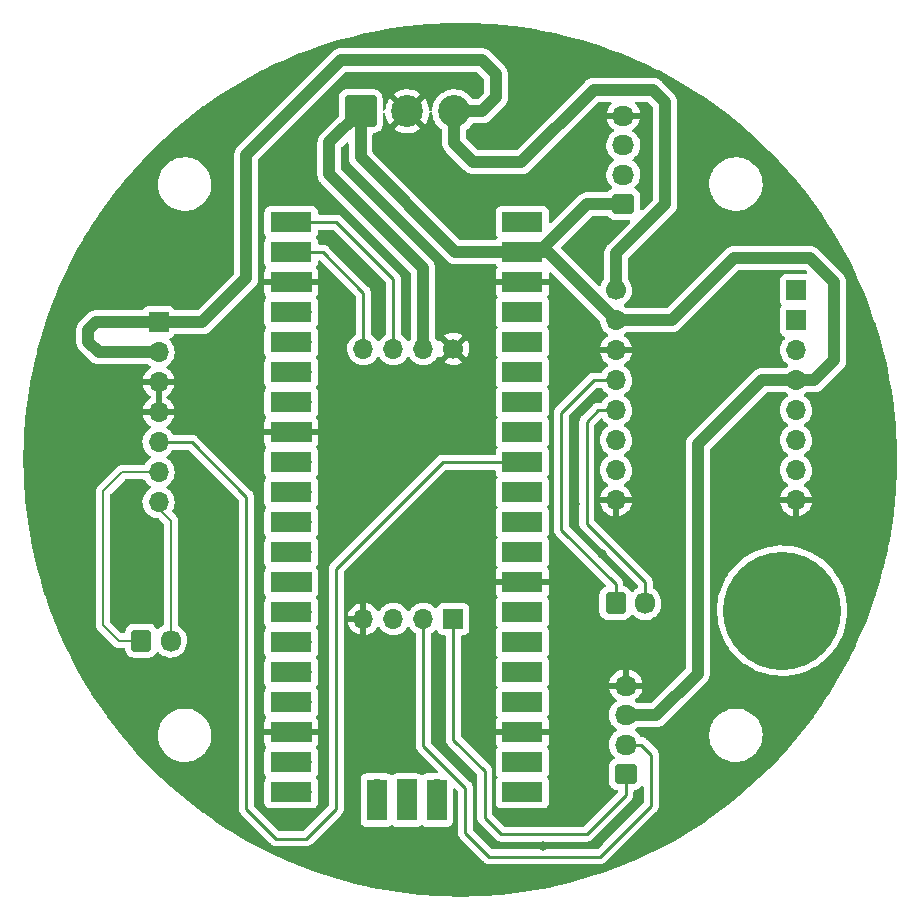
<source format=gbr>
%TF.GenerationSoftware,KiCad,Pcbnew,(6.0.6)*%
%TF.CreationDate,2022-08-17T10:37:05+09:00*%
%TF.ProjectId,0726,30373236-2e6b-4696-9361-645f70636258,rev?*%
%TF.SameCoordinates,Original*%
%TF.FileFunction,Copper,L1,Top*%
%TF.FilePolarity,Positive*%
%FSLAX46Y46*%
G04 Gerber Fmt 4.6, Leading zero omitted, Abs format (unit mm)*
G04 Created by KiCad (PCBNEW (6.0.6)) date 2022-08-17 10:37:05*
%MOMM*%
%LPD*%
G01*
G04 APERTURE LIST*
G04 Aperture macros list*
%AMRoundRect*
0 Rectangle with rounded corners*
0 $1 Rounding radius*
0 $2 $3 $4 $5 $6 $7 $8 $9 X,Y pos of 4 corners*
0 Add a 4 corners polygon primitive as box body*
4,1,4,$2,$3,$4,$5,$6,$7,$8,$9,$2,$3,0*
0 Add four circle primitives for the rounded corners*
1,1,$1+$1,$2,$3*
1,1,$1+$1,$4,$5*
1,1,$1+$1,$6,$7*
1,1,$1+$1,$8,$9*
0 Add four rect primitives between the rounded corners*
20,1,$1+$1,$2,$3,$4,$5,0*
20,1,$1+$1,$4,$5,$6,$7,0*
20,1,$1+$1,$6,$7,$8,$9,0*
20,1,$1+$1,$8,$9,$2,$3,0*%
G04 Aperture macros list end*
%TA.AperFunction,ComponentPad*%
%ADD10O,1.850000X1.700000*%
%TD*%
%TA.AperFunction,ComponentPad*%
%ADD11RoundRect,0.250000X0.675000X-0.600000X0.675000X0.600000X-0.675000X0.600000X-0.675000X-0.600000X0*%
%TD*%
%TA.AperFunction,ComponentPad*%
%ADD12RoundRect,0.250000X-0.600000X-0.675000X0.600000X-0.675000X0.600000X0.675000X-0.600000X0.675000X0*%
%TD*%
%TA.AperFunction,ComponentPad*%
%ADD13O,1.700000X1.850000*%
%TD*%
%TA.AperFunction,WasherPad*%
%ADD14C,10.000000*%
%TD*%
%TA.AperFunction,ComponentPad*%
%ADD15C,1.700000*%
%TD*%
%TA.AperFunction,ComponentPad*%
%ADD16O,1.700000X1.700000*%
%TD*%
%TA.AperFunction,ComponentPad*%
%ADD17R,1.700000X1.700000*%
%TD*%
%TA.AperFunction,ComponentPad*%
%ADD18RoundRect,0.250001X-1.099999X-1.099999X1.099999X-1.099999X1.099999X1.099999X-1.099999X1.099999X0*%
%TD*%
%TA.AperFunction,ComponentPad*%
%ADD19C,2.700000*%
%TD*%
%TA.AperFunction,SMDPad,CuDef*%
%ADD20R,3.500000X1.700000*%
%TD*%
%TA.AperFunction,SMDPad,CuDef*%
%ADD21R,1.700000X3.500000*%
%TD*%
%TA.AperFunction,ViaPad*%
%ADD22C,0.800000*%
%TD*%
%TA.AperFunction,Conductor*%
%ADD23C,1.000000*%
%TD*%
%TA.AperFunction,Conductor*%
%ADD24C,0.200000*%
%TD*%
%TA.AperFunction,Conductor*%
%ADD25C,0.250000*%
%TD*%
G04 APERTURE END LIST*
D10*
%TO.P,J6,4,Pin_4*%
%TO.N,GND*%
X146304000Y-78860000D03*
%TO.P,J6,3,Pin_3*%
%TO.N,/G4*%
X146304000Y-81360000D03*
%TO.P,J6,2,Pin_2*%
%TO.N,/G5*%
X146304000Y-83860000D03*
D11*
%TO.P,J6,1,Pin_1*%
%TO.N,+5V*%
X146304000Y-86360000D03*
%TD*%
D12*
%TO.P,J1,1,Pin_1*%
%TO.N,/LED+*%
X105489999Y-123316000D03*
D13*
%TO.P,J1,2,Pin_2*%
%TO.N,/LED-*%
X107989999Y-123316000D03*
%TD*%
D14*
%TO.P,H5,*%
%TO.N,*%
X159750000Y-120776000D03*
%TD*%
D12*
%TO.P,J5,1,Pin_1*%
%TO.N,/AO1*%
X145641999Y-120156000D03*
D13*
%TO.P,J5,2,Pin_2*%
%TO.N,/AO2*%
X148141999Y-120156000D03*
%TD*%
D15*
%TO.P,Rs232_to_ttl,1,GND*%
%TO.N,GND*%
X131905999Y-98618000D03*
D16*
%TO.P,Rs232_to_ttl,2,VCC*%
%TO.N,+5V*%
X129365999Y-98618000D03*
%TO.P,Rs232_to_ttl,3,RX*%
%TO.N,/G0*%
X126825999Y-98618000D03*
%TO.P,Rs232_to_ttl,4,TX*%
%TO.N,/G1*%
X124285999Y-98618000D03*
%TO.P,Rs232_to_ttl,5,GND*%
%TO.N,GND*%
X124285999Y-121478000D03*
%TO.P,Rs232_to_ttl,6,VCC*%
%TO.N,unconnected-(Rs232_to_ttl1-Pad6)*%
X126825999Y-121478000D03*
%TO.P,Rs232_to_ttl,7,RX*%
%TO.N,Net-(Oxyzen_Sensor_1-Pad2)*%
X129365999Y-121478000D03*
D17*
%TO.P,Rs232_to_ttl,8,TX*%
%TO.N,Net-(Oxyzen_Sensor_1-Pad1)*%
X131905999Y-121478000D03*
%TD*%
%TO.P,J4,1,PWMA*%
%TO.N,/G26*%
X160919999Y-93650000D03*
%TO.P,J4,2,AIN2*%
%TO.N,/G21*%
X160919999Y-96190000D03*
D16*
%TO.P,J4,3,AIN1*%
%TO.N,/G20*%
X160919999Y-98730000D03*
%TO.P,J4,4,STBY*%
%TO.N,+5V*%
X160919999Y-101270000D03*
%TO.P,J4,5,BIN1*%
%TO.N,unconnected-(J4-Pad5)*%
X160919999Y-103810000D03*
%TO.P,J4,6,BIN2*%
%TO.N,unconnected-(J4-Pad6)*%
X160919999Y-106350000D03*
%TO.P,J4,7,PWMB*%
%TO.N,unconnected-(J4-Pad7)*%
X160919999Y-108890000D03*
%TO.P,J4,8,GND*%
%TO.N,GND*%
X160919999Y-111430000D03*
%TO.P,J4,9,GND*%
X145679999Y-111430000D03*
%TO.P,J4,10,BO1*%
%TO.N,unconnected-(J4-Pad10)*%
X145679999Y-108890000D03*
%TO.P,J4,11,BO2*%
%TO.N,unconnected-(J4-Pad11)*%
X145679999Y-106350000D03*
%TO.P,J4,12,AO2*%
%TO.N,/AO2*%
X145679999Y-103810000D03*
%TO.P,J4,13,AO1*%
%TO.N,/AO1*%
X145679999Y-101270000D03*
%TO.P,J4,14,GND*%
%TO.N,GND*%
X145679999Y-98730000D03*
%TO.P,J4,15,VCC*%
%TO.N,+5V*%
X145679999Y-96190000D03*
D15*
%TO.P,J4,16,VMOT*%
%TO.N,+12V*%
X145679999Y-93650000D03*
%TD*%
D18*
%TO.P,J2,1,Pin_1*%
%TO.N,+5V*%
X124056000Y-78500001D03*
D19*
%TO.P,J2,2,Pin_2*%
%TO.N,GND*%
X128016000Y-78500001D03*
%TO.P,J2,3,Pin_3*%
%TO.N,+12V*%
X131976000Y-78500001D03*
%TD*%
D11*
%TO.P,Oxyzen_Sensor,1,Pin_1*%
%TO.N,Net-(Oxyzen_Sensor_1-Pad1)*%
X146511000Y-134619000D03*
D10*
%TO.P,Oxyzen_Sensor,2,Pin_2*%
%TO.N,Net-(Oxyzen_Sensor_1-Pad2)*%
X146511000Y-132119000D03*
%TO.P,Oxyzen_Sensor,3,Pin_3*%
%TO.N,+5V*%
X146511000Y-129619000D03*
%TO.P,Oxyzen_Sensor,4,Pin_4*%
%TO.N,GND*%
X146511000Y-127119000D03*
%TD*%
D16*
%TO.P,U1,1,GPIO0*%
%TO.N,/G0*%
X119079000Y-87892000D03*
D20*
X118179000Y-87892000D03*
%TO.P,U1,2,GPIO1*%
%TO.N,/G1*%
X118179000Y-90432000D03*
D16*
X119079000Y-90432000D03*
D20*
%TO.P,U1,3,GND*%
%TO.N,GND*%
X118179000Y-92972000D03*
D17*
X119079000Y-92972000D03*
D16*
%TO.P,U1,4,GPIO2*%
%TO.N,unconnected-(U1-Pad4)*%
X119079000Y-95512000D03*
D20*
X118179000Y-95512000D03*
%TO.P,U1,5,GPIO3*%
%TO.N,unconnected-(U1-Pad5)*%
X118179000Y-98052000D03*
D16*
X119079000Y-98052000D03*
%TO.P,U1,6,GPIO4*%
%TO.N,/G4*%
X119079000Y-100592000D03*
D20*
X118179000Y-100592000D03*
D16*
%TO.P,U1,7,GPIO5*%
%TO.N,/G5*%
X119079000Y-103132000D03*
D20*
X118179000Y-103132000D03*
D17*
%TO.P,U1,8,GND*%
%TO.N,GND*%
X119079000Y-105672000D03*
D20*
X118179000Y-105672000D03*
D16*
%TO.P,U1,9,GPIO6*%
%TO.N,unconnected-(U1-Pad9)*%
X119079000Y-108212000D03*
D20*
X118179000Y-108212000D03*
D16*
%TO.P,U1,10,GPIO7*%
%TO.N,unconnected-(U1-Pad10)*%
X119079000Y-110752000D03*
D20*
X118179000Y-110752000D03*
%TO.P,U1,11,GPIO8*%
%TO.N,unconnected-(U1-Pad11)*%
X118179000Y-113292000D03*
D16*
X119079000Y-113292000D03*
%TO.P,U1,12,GPIO9*%
%TO.N,unconnected-(U1-Pad12)*%
X119079000Y-115832000D03*
D20*
X118179000Y-115832000D03*
%TO.P,U1,13,GND*%
%TO.N,unconnected-(U1-Pad13)*%
X118179000Y-118372000D03*
D17*
X119079000Y-118372000D03*
D20*
%TO.P,U1,14,GPIO10*%
%TO.N,unconnected-(U1-Pad14)*%
X118179000Y-120912000D03*
D16*
X119079000Y-120912000D03*
D20*
%TO.P,U1,15,GPIO11*%
%TO.N,unconnected-(U1-Pad15)*%
X118179000Y-123452000D03*
D16*
X119079000Y-123452000D03*
D20*
%TO.P,U1,16,GPIO12*%
%TO.N,unconnected-(U1-Pad16)*%
X118179000Y-125992000D03*
D16*
X119079000Y-125992000D03*
D20*
%TO.P,U1,17,GPIO13*%
%TO.N,unconnected-(U1-Pad17)*%
X118179000Y-128532000D03*
D16*
X119079000Y-128532000D03*
D17*
%TO.P,U1,18,GND*%
%TO.N,GND*%
X119079000Y-131072000D03*
D20*
X118179000Y-131072000D03*
%TO.P,U1,19,GPIO14*%
%TO.N,unconnected-(U1-Pad19)*%
X118179000Y-133612000D03*
D16*
X119079000Y-133612000D03*
D20*
%TO.P,U1,20,GPIO15*%
%TO.N,unconnected-(U1-Pad20)*%
X118179000Y-136152000D03*
D16*
X119079000Y-136152000D03*
%TO.P,U1,21,GPIO16*%
%TO.N,unconnected-(U1-Pad21)*%
X136859000Y-136152000D03*
D20*
X137759000Y-136152000D03*
%TO.P,U1,22,GPIO17*%
%TO.N,unconnected-(U1-Pad22)*%
X137759000Y-133612000D03*
D16*
X136859000Y-133612000D03*
D20*
%TO.P,U1,23,GND*%
%TO.N,GND*%
X137759000Y-131072000D03*
D17*
X136859000Y-131072000D03*
D16*
%TO.P,U1,24,GPIO18*%
%TO.N,unconnected-(U1-Pad24)*%
X136859000Y-128532000D03*
D20*
X137759000Y-128532000D03*
%TO.P,U1,25,GPIO19*%
%TO.N,unconnected-(U1-Pad25)*%
X137759000Y-125992000D03*
D16*
X136859000Y-125992000D03*
D20*
%TO.P,U1,26,GPIO20*%
%TO.N,/G20*%
X137759000Y-123452000D03*
D16*
X136859000Y-123452000D03*
%TO.P,U1,27,GPIO21*%
%TO.N,/G21*%
X136859000Y-120912000D03*
D20*
X137759000Y-120912000D03*
%TO.P,U1,28,GND*%
%TO.N,GND*%
X137759000Y-118372000D03*
D17*
X136859000Y-118372000D03*
D20*
%TO.P,U1,29,GPIO22*%
%TO.N,unconnected-(U1-Pad29)*%
X137759000Y-115832000D03*
D16*
X136859000Y-115832000D03*
%TO.P,U1,30,RUN*%
%TO.N,unconnected-(U1-Pad30)*%
X136859000Y-113292000D03*
D20*
X137759000Y-113292000D03*
D16*
%TO.P,U1,31,GPIO26_ADC0*%
%TO.N,/G26*%
X136859000Y-110752000D03*
D20*
X137759000Y-110752000D03*
%TO.P,U1,32,GPIO27_ADC1*%
%TO.N,/G27*%
X137759000Y-108212000D03*
D16*
X136859000Y-108212000D03*
D20*
%TO.P,U1,33,AGND*%
%TO.N,unconnected-(U1-Pad33)*%
X137759000Y-105672000D03*
D17*
X136859000Y-105672000D03*
D20*
%TO.P,U1,34,GPIO28_ADC2*%
%TO.N,unconnected-(U1-Pad34)*%
X137759000Y-103132000D03*
D16*
X136859000Y-103132000D03*
%TO.P,U1,35,ADC_VREF*%
%TO.N,unconnected-(U1-Pad35)*%
X136859000Y-100592000D03*
D20*
X137759000Y-100592000D03*
%TO.P,U1,36,3V3*%
%TO.N,unconnected-(U1-Pad36)*%
X137759000Y-98052000D03*
D16*
X136859000Y-98052000D03*
%TO.P,U1,37,3V3_EN*%
%TO.N,unconnected-(U1-Pad37)*%
X136859000Y-95512000D03*
D20*
X137759000Y-95512000D03*
%TO.P,U1,38,GND*%
%TO.N,GND*%
X137759000Y-92972000D03*
D17*
X136859000Y-92972000D03*
D16*
%TO.P,U1,39,VSYS*%
%TO.N,+5V*%
X136859000Y-90432000D03*
D20*
X137759000Y-90432000D03*
D16*
%TO.P,U1,40,VBUS*%
%TO.N,unconnected-(U1-Pad40)*%
X136859000Y-87892000D03*
D20*
X137759000Y-87892000D03*
D16*
%TO.P,U1,41,SWCLK*%
%TO.N,unconnected-(U1-Pad41)*%
X125429000Y-135922000D03*
D21*
X125429000Y-136822000D03*
D17*
%TO.P,U1,42,GND*%
%TO.N,unconnected-(U1-Pad42)*%
X127969000Y-135922000D03*
D21*
X127969000Y-136822000D03*
%TO.P,U1,43,SWDIO*%
%TO.N,unconnected-(U1-Pad43)*%
X130509000Y-136822000D03*
D16*
X130509000Y-135922000D03*
%TD*%
D17*
%TO.P,J3,1,Pin_1*%
%TO.N,+12V*%
X106952000Y-96352000D03*
D16*
%TO.P,J3,2,Pin_2*%
X106952000Y-98892000D03*
%TO.P,J3,3,Pin_3*%
%TO.N,GND*%
X106952000Y-101432000D03*
%TO.P,J3,4,Pin_4*%
X106952000Y-103972000D03*
%TO.P,J3,5,Pin_5*%
%TO.N,/G27*%
X106952000Y-106512000D03*
%TO.P,J3,6,Pin_6*%
%TO.N,/LED+*%
X106952000Y-109052000D03*
%TO.P,J3,7,Pin_7*%
%TO.N,/LED-*%
X106952000Y-111592000D03*
%TD*%
D22*
%TO.N,GND*%
X143764000Y-89825500D03*
X142193000Y-104647001D03*
X132921999Y-134238001D03*
X130635999Y-130936000D03*
X144352000Y-140080000D03*
X139526001Y-140715001D03*
X105000000Y-120750000D03*
X149939999Y-111886000D03*
X146510998Y-137921001D03*
X125555999Y-95884001D03*
X105000000Y-115000000D03*
X122888999Y-90677001D03*
X142192999Y-111759000D03*
X130635999Y-125856001D03*
X134700000Y-139953000D03*
X149940000Y-104774000D03*
X141176999Y-118744001D03*
X144478998Y-115950001D03*
%TD*%
D23*
%TO.N,+5V*%
X139184000Y-90432000D02*
X143256000Y-86360000D01*
X136859000Y-90432000D02*
X139184000Y-90432000D01*
X143256000Y-86360000D02*
X146304000Y-86360000D01*
X139922000Y-90432001D02*
X145679999Y-96190000D01*
X136858999Y-90432001D02*
X139922000Y-90432001D01*
X155654999Y-90931001D02*
X162131999Y-90931000D01*
X145679999Y-96190000D02*
X150395999Y-96190000D01*
X150395999Y-96190000D02*
X155654999Y-90931001D01*
X164163999Y-92963000D02*
X164164000Y-99567000D01*
X162131999Y-90931000D02*
X164163999Y-92963000D01*
X164164000Y-99567000D02*
X162461000Y-101270000D01*
X162461000Y-101270000D02*
X160919999Y-101270000D01*
%TO.N,+12V*%
X145679999Y-90540001D02*
X145679999Y-93650000D01*
X149860000Y-86360000D02*
X145679999Y-90540001D01*
X137668000Y-82804000D02*
X143796971Y-76675029D01*
X133604000Y-82804000D02*
X137668000Y-82804000D01*
X149860000Y-77724000D02*
X149860000Y-86360000D01*
X131976000Y-81176000D02*
X133604000Y-82804000D01*
X131976000Y-78500001D02*
X131976000Y-81176000D01*
X143796971Y-76675029D02*
X148811029Y-76675029D01*
X148811029Y-76675029D02*
X149860000Y-77724000D01*
X134351999Y-78500001D02*
X131976000Y-78500001D01*
X135523001Y-77328999D02*
X134351999Y-78500001D01*
X134319000Y-74167001D02*
X135523001Y-75371001D01*
X122380999Y-74167001D02*
X134319000Y-74167001D01*
X135523001Y-75371001D02*
X135523001Y-77328999D01*
X114379999Y-92620001D02*
X114379999Y-82168001D01*
X101648000Y-96352000D02*
X110648000Y-96352000D01*
X101000000Y-98000000D02*
X101000000Y-97000000D01*
X101000000Y-97000000D02*
X101648000Y-96352000D01*
X114379999Y-82168001D02*
X122380999Y-74167001D01*
X110648000Y-96352000D02*
X114379999Y-92620001D01*
X101892000Y-98892000D02*
X101000000Y-98000000D01*
X106432000Y-98892000D02*
X101892000Y-98892000D01*
%TO.N,+5V*%
X132088000Y-90432000D02*
X136859000Y-90432000D01*
X124056000Y-82400000D02*
X132088000Y-90432000D01*
X124056000Y-78500001D02*
X124056000Y-82400000D01*
X121412000Y-81144001D02*
X124056000Y-78500001D01*
X121412000Y-83820000D02*
X121412000Y-81144001D01*
X129366000Y-98618001D02*
X129366000Y-91774000D01*
X129366000Y-91774000D02*
X121412000Y-83820000D01*
D24*
%TO.N,/LED+*%
X102250000Y-110677000D02*
X103875000Y-109052000D01*
X103875000Y-109052000D02*
X106952000Y-109052000D01*
X105489999Y-123316000D02*
X103566000Y-123316000D01*
X102250000Y-122000000D02*
X102250000Y-110677000D01*
X103566000Y-123316000D02*
X102250000Y-122000000D01*
%TO.N,/LED-*%
X106432000Y-111592000D02*
X107989999Y-113149999D01*
X107989999Y-113149999D02*
X107989999Y-123316000D01*
D23*
%TO.N,+5V*%
X158015998Y-101270001D02*
X152607000Y-106679001D01*
X149097999Y-129619000D02*
X146511000Y-129619000D01*
X152607000Y-106679001D02*
X152606999Y-126110001D01*
X160919999Y-101270000D02*
X158015998Y-101270001D01*
X152606999Y-126110001D02*
X149097999Y-129619000D01*
D25*
%TO.N,/G27*%
X131007999Y-108212000D02*
X136858999Y-108212000D01*
X119460000Y-140080000D02*
X121999999Y-137540001D01*
X121999999Y-137540001D02*
X121999999Y-117220000D01*
X121999999Y-117220000D02*
X131007999Y-108212000D01*
X114379999Y-137540000D02*
X116920000Y-140080000D01*
X106432000Y-106512000D02*
X109738000Y-106512000D01*
X114379999Y-137540000D02*
X114379999Y-111129999D01*
X109750000Y-106500000D02*
X109738000Y-106512000D01*
X116920000Y-140080000D02*
X119460000Y-140080000D01*
X114379999Y-111129999D02*
X109750000Y-106500000D01*
%TO.N,/AO2*%
X148142000Y-118343000D02*
X148141999Y-120156000D01*
X145679999Y-103810000D02*
X144173000Y-103809999D01*
X144173000Y-103809999D02*
X143209000Y-104774000D01*
X143208999Y-113410000D02*
X148142000Y-118343000D01*
X143209000Y-104774000D02*
X143208999Y-113410000D01*
%TO.N,/AO1*%
X141049999Y-113918000D02*
X145642001Y-118510002D01*
X145642001Y-118510002D02*
X145641999Y-120156000D01*
X143791999Y-101270000D02*
X141049999Y-104012000D01*
X141049999Y-104012000D02*
X141049999Y-113918000D01*
X145680000Y-101270000D02*
X143791999Y-101270000D01*
%TO.N,Net-(Oxyzen_Sensor_1-Pad1)*%
X146510999Y-136397000D02*
X146511000Y-134619000D01*
X134572999Y-138302000D02*
X135245000Y-138974000D01*
X131905999Y-121478001D02*
X131906000Y-131698001D01*
X143208999Y-139699000D02*
X146510999Y-136397000D01*
X135678999Y-139408000D02*
X135969999Y-139699000D01*
X131906000Y-131698001D02*
X134573001Y-134365002D01*
X135254304Y-138974000D02*
X135678999Y-139398696D01*
X135969999Y-139699000D02*
X143208999Y-139699000D01*
X135245000Y-138974000D02*
X135254304Y-138974000D01*
X135678999Y-139398696D02*
X135678999Y-139408000D01*
X134573001Y-134365002D02*
X134572999Y-138302000D01*
%TO.N,Net-(Oxyzen_Sensor_1-Pad2)*%
X145076999Y-140888305D02*
X145076999Y-140879000D01*
X129366000Y-132206000D02*
X132922000Y-135762000D01*
X144361304Y-141604000D02*
X145076999Y-140888305D01*
X129366000Y-121478001D02*
X129366000Y-132206000D01*
X132921999Y-139572000D02*
X134953999Y-141604000D01*
X146430304Y-139535000D02*
X148669999Y-137295305D01*
X146420999Y-139535001D02*
X146430304Y-139535000D01*
X147820999Y-132119000D02*
X146511000Y-132119000D01*
X145076999Y-140879000D02*
X146420999Y-139535001D01*
X148669999Y-137295305D02*
X148670000Y-132968000D01*
X132922000Y-135762000D02*
X132921999Y-139572000D01*
X134953999Y-141604000D02*
X144361304Y-141604000D01*
X148670000Y-132968000D02*
X147820999Y-132119000D01*
%TO.N,/G0*%
X119079000Y-87892001D02*
X122009001Y-87892001D01*
X122009001Y-87892001D02*
X126825999Y-92709000D01*
X126825999Y-92709000D02*
X126825999Y-98618000D01*
%TO.N,/G1*%
X120866000Y-90432000D02*
X124285999Y-93852000D01*
X119078999Y-90432000D02*
X120866000Y-90432000D01*
X124285999Y-93852000D02*
X124285999Y-98618000D01*
%TD*%
%TA.AperFunction,Conductor*%
%TO.N,GND*%
G36*
X132808713Y-71013351D02*
G01*
X133659942Y-71026723D01*
X133663898Y-71026847D01*
X134820720Y-71081401D01*
X134824671Y-71081649D01*
X135401962Y-71127083D01*
X135979262Y-71172518D01*
X135983178Y-71172888D01*
X137134294Y-71299973D01*
X137138217Y-71300468D01*
X138284783Y-71463649D01*
X138288692Y-71464268D01*
X138824886Y-71557848D01*
X139429602Y-71663388D01*
X139433439Y-71664120D01*
X139977061Y-71776699D01*
X140567493Y-71898972D01*
X140571356Y-71899835D01*
X141388992Y-72096132D01*
X141697515Y-72170202D01*
X141701329Y-72171181D01*
X142818398Y-72476777D01*
X142822165Y-72477871D01*
X143929111Y-72818412D01*
X143932855Y-72819628D01*
X144220596Y-72918144D01*
X145028559Y-73194772D01*
X145032283Y-73196113D01*
X145738006Y-73462783D01*
X146112711Y-73604372D01*
X146115627Y-73605474D01*
X146119307Y-73606931D01*
X147189263Y-74050122D01*
X147192896Y-74051694D01*
X147365747Y-74129739D01*
X148248451Y-74528294D01*
X148252000Y-74529966D01*
X149169384Y-74979387D01*
X149292010Y-75039461D01*
X149295488Y-75041232D01*
X150319097Y-75583205D01*
X150322452Y-75585049D01*
X150933768Y-75933738D01*
X151328489Y-76158883D01*
X151331896Y-76160898D01*
X151785821Y-76439064D01*
X152319372Y-76766024D01*
X152322674Y-76768120D01*
X153046882Y-77243836D01*
X153290652Y-77403963D01*
X153293926Y-77406188D01*
X154241451Y-78072120D01*
X154244653Y-78074447D01*
X155170762Y-78769789D01*
X155173890Y-78772215D01*
X156077738Y-79496333D01*
X156080787Y-79498856D01*
X156961405Y-80250975D01*
X156964375Y-80253593D01*
X157329347Y-80585692D01*
X157616577Y-80847051D01*
X157820957Y-81033023D01*
X157823837Y-81035728D01*
X158655550Y-81841714D01*
X158658287Y-81844451D01*
X159453610Y-82665160D01*
X159464269Y-82676159D01*
X159466974Y-82679039D01*
X159655829Y-82886588D01*
X160246408Y-83535626D01*
X160249026Y-83538596D01*
X161001145Y-84419214D01*
X161003668Y-84422263D01*
X161727786Y-85326111D01*
X161730212Y-85329239D01*
X162425554Y-86255348D01*
X162427881Y-86258550D01*
X163093813Y-87206075D01*
X163096038Y-87209349D01*
X163191583Y-87354802D01*
X163728557Y-88172266D01*
X163731868Y-88177307D01*
X163733977Y-88180629D01*
X163952292Y-88536887D01*
X164339103Y-89168105D01*
X164341118Y-89171512D01*
X164470584Y-89398490D01*
X164914952Y-90177549D01*
X164916796Y-90180904D01*
X165458769Y-91204513D01*
X165460520Y-91207951D01*
X165968039Y-92243924D01*
X165970028Y-92247985D01*
X165971707Y-92251550D01*
X166209318Y-92777801D01*
X166448307Y-93307105D01*
X166449879Y-93310738D01*
X166659211Y-93816110D01*
X166839201Y-94250642D01*
X166893070Y-94380694D01*
X166894527Y-94384374D01*
X167303888Y-95467718D01*
X167305229Y-95471442D01*
X167563392Y-96225473D01*
X167663973Y-96519245D01*
X167680369Y-96567135D01*
X167681589Y-96570890D01*
X168016317Y-97658939D01*
X168022125Y-97677819D01*
X168023224Y-97681603D01*
X168310033Y-98730000D01*
X168328817Y-98798662D01*
X168329799Y-98802486D01*
X168367277Y-98958590D01*
X168600166Y-99928645D01*
X168601029Y-99932508D01*
X168702695Y-100423432D01*
X168832974Y-101052522D01*
X168835876Y-101066537D01*
X168836613Y-101070399D01*
X168910461Y-101493531D01*
X169035733Y-102211309D01*
X169036352Y-102215218D01*
X169199533Y-103361784D01*
X169200028Y-103365707D01*
X169326077Y-104507438D01*
X169327111Y-104516807D01*
X169327483Y-104520739D01*
X169347141Y-104770510D01*
X169418352Y-105675330D01*
X169418600Y-105679281D01*
X169473154Y-106836103D01*
X169473278Y-106840059D01*
X169485559Y-107621797D01*
X169489527Y-107874373D01*
X169491469Y-107998022D01*
X169491469Y-108001974D01*
X169489059Y-108155367D01*
X169473278Y-109159943D01*
X169473154Y-109163899D01*
X169418600Y-110320721D01*
X169418352Y-110324672D01*
X169379181Y-110822382D01*
X169338714Y-111336570D01*
X169327484Y-111479254D01*
X169327113Y-111483179D01*
X169207575Y-112565938D01*
X169200029Y-112634291D01*
X169199533Y-112638218D01*
X169036352Y-113784784D01*
X169035733Y-113788693D01*
X168959478Y-114225617D01*
X168845351Y-114879540D01*
X168836618Y-114929577D01*
X168835876Y-114933465D01*
X168601029Y-116067494D01*
X168600166Y-116071357D01*
X168490968Y-116526200D01*
X168331097Y-117192114D01*
X168329802Y-117197506D01*
X168328820Y-117201330D01*
X168027004Y-118304584D01*
X168023229Y-118318382D01*
X168022130Y-118322166D01*
X167709091Y-119339715D01*
X167681592Y-119429102D01*
X167680373Y-119432856D01*
X167615183Y-119623259D01*
X167305229Y-120528560D01*
X167303888Y-120532284D01*
X167068604Y-121154946D01*
X166903192Y-121592698D01*
X166894527Y-121615628D01*
X166893074Y-121619298D01*
X166728800Y-122015891D01*
X166449879Y-122689264D01*
X166448307Y-122692897D01*
X166381999Y-122839753D01*
X166023241Y-123634317D01*
X165971714Y-123748436D01*
X165970035Y-123752001D01*
X165487670Y-124736632D01*
X165460540Y-124792011D01*
X165458769Y-124795489D01*
X164916796Y-125819098D01*
X164914952Y-125822453D01*
X164579899Y-126409863D01*
X164341118Y-126828490D01*
X164339103Y-126831897D01*
X164265310Y-126952316D01*
X163789014Y-127729561D01*
X163733989Y-127819353D01*
X163731881Y-127822675D01*
X163318348Y-128452219D01*
X163096038Y-128790653D01*
X163093813Y-128793927D01*
X162427881Y-129741452D01*
X162425554Y-129744654D01*
X161730212Y-130670763D01*
X161727786Y-130673891D01*
X161003668Y-131577739D01*
X161001145Y-131580788D01*
X160249026Y-132461406D01*
X160246408Y-132464376D01*
X159925483Y-132817068D01*
X159512252Y-133271203D01*
X159466978Y-133320958D01*
X159464273Y-133323838D01*
X158658287Y-134155551D01*
X158655550Y-134158288D01*
X157823842Y-134964270D01*
X157820957Y-134966979D01*
X156964375Y-135746409D01*
X156961405Y-135749027D01*
X156080787Y-136501146D01*
X156077738Y-136503669D01*
X155173890Y-137227787D01*
X155170762Y-137230213D01*
X154244653Y-137925555D01*
X154241451Y-137927882D01*
X153293926Y-138593814D01*
X153290652Y-138596039D01*
X153097796Y-138722722D01*
X152322674Y-139231882D01*
X152319372Y-139233978D01*
X151852894Y-139519836D01*
X151331896Y-139839104D01*
X151328489Y-139841119D01*
X151062710Y-139992717D01*
X150322452Y-140414953D01*
X150319097Y-140416797D01*
X149295488Y-140958770D01*
X149292009Y-140960541D01*
X148252000Y-141470036D01*
X148248451Y-141471708D01*
X147692574Y-141722695D01*
X147192896Y-141948308D01*
X147189263Y-141949880D01*
X146655013Y-142171174D01*
X146486487Y-142240980D01*
X146119307Y-142393071D01*
X146115637Y-142394524D01*
X145837507Y-142499621D01*
X145032283Y-142803889D01*
X145028559Y-142805230D01*
X144220596Y-143081858D01*
X143932855Y-143180374D01*
X143929111Y-143181590D01*
X142822165Y-143522131D01*
X142818398Y-143523225D01*
X141701329Y-143828821D01*
X141697515Y-143829800D01*
X141388992Y-143903870D01*
X140571356Y-144100167D01*
X140567493Y-144101030D01*
X139977061Y-144223303D01*
X139433439Y-144335882D01*
X139429602Y-144336614D01*
X138824886Y-144442154D01*
X138288692Y-144535734D01*
X138284783Y-144536353D01*
X137138217Y-144699534D01*
X137134294Y-144700029D01*
X135983178Y-144827114D01*
X135979262Y-144827484D01*
X135401962Y-144872919D01*
X134824671Y-144918353D01*
X134820720Y-144918601D01*
X133663898Y-144973155D01*
X133659942Y-144973279D01*
X132808713Y-144986651D01*
X132501973Y-144991470D01*
X132498027Y-144991470D01*
X132191287Y-144986651D01*
X131340058Y-144973279D01*
X131336102Y-144973155D01*
X130179280Y-144918601D01*
X130175329Y-144918353D01*
X129598038Y-144872919D01*
X129020738Y-144827484D01*
X129016822Y-144827114D01*
X127865706Y-144700029D01*
X127861783Y-144699534D01*
X126715217Y-144536353D01*
X126711308Y-144535734D01*
X126175114Y-144442154D01*
X125570398Y-144336614D01*
X125566561Y-144335882D01*
X125022939Y-144223303D01*
X124432507Y-144101030D01*
X124428644Y-144100167D01*
X123611008Y-143903870D01*
X123302485Y-143829800D01*
X123298671Y-143828821D01*
X122181602Y-143523225D01*
X122177835Y-143522131D01*
X121070889Y-143181590D01*
X121067145Y-143180374D01*
X120779404Y-143081858D01*
X119971441Y-142805230D01*
X119967717Y-142803889D01*
X119162493Y-142499621D01*
X118884363Y-142394524D01*
X118880693Y-142393071D01*
X118513514Y-142240980D01*
X118344987Y-142171174D01*
X117810737Y-141949880D01*
X117807104Y-141948308D01*
X117307426Y-141722695D01*
X116751549Y-141471708D01*
X116748000Y-141470036D01*
X115707991Y-140960541D01*
X115704512Y-140958770D01*
X114680903Y-140416797D01*
X114677548Y-140414953D01*
X113937290Y-139992717D01*
X113671511Y-139841119D01*
X113668104Y-139839104D01*
X113147106Y-139519836D01*
X112680628Y-139233978D01*
X112677326Y-139231882D01*
X111902204Y-138722722D01*
X111709348Y-138596039D01*
X111706074Y-138593814D01*
X110758549Y-137927882D01*
X110755347Y-137925555D01*
X109829238Y-137230213D01*
X109826110Y-137227787D01*
X108922262Y-136503669D01*
X108919213Y-136501146D01*
X108038595Y-135749027D01*
X108035625Y-135746409D01*
X107179043Y-134966979D01*
X107176158Y-134964270D01*
X106344450Y-134158288D01*
X106341713Y-134155551D01*
X105535727Y-133323838D01*
X105533022Y-133320958D01*
X105487749Y-133271203D01*
X105074517Y-132817068D01*
X104753592Y-132464376D01*
X104750974Y-132461406D01*
X103998855Y-131580788D01*
X103996332Y-131577739D01*
X103839458Y-131381928D01*
X106902417Y-131381928D01*
X106902780Y-131386076D01*
X106902780Y-131386080D01*
X106912570Y-131497973D01*
X106928567Y-131680816D01*
X106929477Y-131684888D01*
X106929478Y-131684893D01*
X106987305Y-131943595D01*
X106994016Y-131973619D01*
X107097616Y-132255195D01*
X107099560Y-132258883D01*
X107099564Y-132258891D01*
X107235592Y-132516891D01*
X107237545Y-132520595D01*
X107411347Y-132765157D01*
X107615966Y-132984585D01*
X107847809Y-133175022D01*
X108102801Y-133333124D01*
X108376464Y-133456113D01*
X108550844Y-133508098D01*
X108659990Y-133540636D01*
X108659992Y-133540636D01*
X108663989Y-133541828D01*
X108668109Y-133542481D01*
X108668111Y-133542481D01*
X108786985Y-133561309D01*
X108960324Y-133588763D01*
X109003053Y-133590703D01*
X109052738Y-133592960D01*
X109052757Y-133592960D01*
X109054157Y-133593024D01*
X109241583Y-133593024D01*
X109464846Y-133578195D01*
X109468940Y-133577370D01*
X109468944Y-133577369D01*
X109626459Y-133545608D01*
X109758956Y-133518892D01*
X110042639Y-133421212D01*
X110046372Y-133419343D01*
X110046376Y-133419341D01*
X110307167Y-133288746D01*
X110307169Y-133288745D01*
X110310911Y-133286871D01*
X110428326Y-133207076D01*
X110555601Y-133120581D01*
X110555604Y-133120579D01*
X110559060Y-133118230D01*
X110782724Y-132918250D01*
X110850532Y-132839137D01*
X110975255Y-132693621D01*
X110975258Y-132693617D01*
X110977975Y-132690447D01*
X110980249Y-132686945D01*
X110980253Y-132686940D01*
X111139104Y-132442331D01*
X111139107Y-132442326D01*
X111141383Y-132438821D01*
X111270076Y-132167794D01*
X111274558Y-132153836D01*
X111360514Y-131886115D01*
X111360514Y-131886114D01*
X111361794Y-131882128D01*
X111398764Y-131676654D01*
X111414185Y-131590949D01*
X111414186Y-131590944D01*
X111414924Y-131586840D01*
X111415338Y-131577739D01*
X111428346Y-131291290D01*
X111428346Y-131291284D01*
X111428535Y-131287120D01*
X111402385Y-130988232D01*
X111378475Y-130881262D01*
X111337848Y-130699508D01*
X111337847Y-130699505D01*
X111336936Y-130695429D01*
X111233336Y-130413853D01*
X111231392Y-130410165D01*
X111231388Y-130410157D01*
X111095360Y-130152157D01*
X111095359Y-130152156D01*
X111093407Y-130148453D01*
X110919605Y-129903891D01*
X110714986Y-129684463D01*
X110483143Y-129494026D01*
X110228151Y-129335924D01*
X110206575Y-129326227D01*
X110036309Y-129249707D01*
X109954488Y-129212935D01*
X109741126Y-129149329D01*
X109670962Y-129128412D01*
X109670960Y-129128412D01*
X109666963Y-129127220D01*
X109662843Y-129126567D01*
X109662841Y-129126567D01*
X109503286Y-129101296D01*
X109370628Y-129080285D01*
X109327899Y-129078345D01*
X109278214Y-129076088D01*
X109278195Y-129076088D01*
X109276795Y-129076024D01*
X109089369Y-129076024D01*
X108866106Y-129090853D01*
X108862012Y-129091678D01*
X108862008Y-129091679D01*
X108790732Y-129106051D01*
X108571996Y-129150156D01*
X108288313Y-129247836D01*
X108284580Y-129249705D01*
X108284576Y-129249707D01*
X108050852Y-129366748D01*
X108020041Y-129382177D01*
X107915489Y-129453230D01*
X107857976Y-129492316D01*
X107771892Y-129550818D01*
X107548228Y-129750798D01*
X107545511Y-129753968D01*
X107545510Y-129753969D01*
X107419631Y-129900835D01*
X107352977Y-129978601D01*
X107350703Y-129982103D01*
X107350699Y-129982108D01*
X107228347Y-130170514D01*
X107189569Y-130230227D01*
X107060876Y-130501254D01*
X107059597Y-130505237D01*
X107059596Y-130505240D01*
X106976701Y-130763427D01*
X106969158Y-130786920D01*
X106968417Y-130791039D01*
X106940296Y-130947333D01*
X106916028Y-131082208D01*
X106915839Y-131086375D01*
X106915838Y-131086382D01*
X106904134Y-131344115D01*
X106902417Y-131381928D01*
X103839458Y-131381928D01*
X103272214Y-130673891D01*
X103269788Y-130670763D01*
X102574446Y-129744654D01*
X102572119Y-129741452D01*
X101906187Y-128793927D01*
X101903962Y-128790653D01*
X101681652Y-128452219D01*
X101268119Y-127822675D01*
X101266011Y-127819353D01*
X101210987Y-127729561D01*
X100734690Y-126952316D01*
X100660897Y-126831897D01*
X100658882Y-126828490D01*
X100420101Y-126409863D01*
X100085048Y-125822453D01*
X100083204Y-125819098D01*
X99541231Y-124795489D01*
X99539460Y-124792011D01*
X99512330Y-124736632D01*
X99029965Y-123752001D01*
X99028286Y-123748436D01*
X98976760Y-123634317D01*
X98618001Y-122839753D01*
X98551693Y-122692897D01*
X98550121Y-122689264D01*
X98271200Y-122015891D01*
X98264618Y-122000000D01*
X101636250Y-122000000D01*
X101641500Y-122039880D01*
X101641500Y-122039885D01*
X101647526Y-122085656D01*
X101657162Y-122158851D01*
X101718476Y-122306876D01*
X101723503Y-122313427D01*
X101723504Y-122313429D01*
X101791520Y-122402069D01*
X101791526Y-122402075D01*
X101816013Y-122433987D01*
X101822568Y-122439017D01*
X101841379Y-122453452D01*
X101853770Y-122464319D01*
X103101685Y-123712234D01*
X103112552Y-123724625D01*
X103132013Y-123749987D01*
X103138563Y-123755013D01*
X103163925Y-123774474D01*
X103163928Y-123774477D01*
X103235295Y-123829239D01*
X103259124Y-123847524D01*
X103407149Y-123908838D01*
X103415336Y-123909916D01*
X103415337Y-123909916D01*
X103426542Y-123911391D01*
X103457738Y-123915498D01*
X103526115Y-123924500D01*
X103526118Y-123924500D01*
X103526126Y-123924501D01*
X103557811Y-123928672D01*
X103566000Y-123929750D01*
X103597693Y-123925578D01*
X103614136Y-123924500D01*
X104005970Y-123924500D01*
X104074091Y-123944502D01*
X104120584Y-123998158D01*
X104131176Y-124041433D01*
X104131499Y-124041400D01*
X104142473Y-124147166D01*
X104144654Y-124153702D01*
X104144654Y-124153704D01*
X104180032Y-124259744D01*
X104198449Y-124314946D01*
X104291521Y-124465348D01*
X104416696Y-124590305D01*
X104422926Y-124594145D01*
X104422927Y-124594146D01*
X104560089Y-124678694D01*
X104567261Y-124683115D01*
X104602937Y-124694948D01*
X104728610Y-124736632D01*
X104728612Y-124736632D01*
X104735138Y-124738797D01*
X104741974Y-124739497D01*
X104741977Y-124739498D01*
X104777662Y-124743154D01*
X104839599Y-124749500D01*
X106140399Y-124749500D01*
X106143645Y-124749163D01*
X106143649Y-124749163D01*
X106239307Y-124739238D01*
X106239311Y-124739237D01*
X106246165Y-124738526D01*
X106252701Y-124736345D01*
X106252703Y-124736345D01*
X106384805Y-124692272D01*
X106413945Y-124682550D01*
X106564347Y-124589478D01*
X106689304Y-124464303D01*
X106779080Y-124318660D01*
X106831851Y-124271168D01*
X106901923Y-124259744D01*
X106967047Y-124288018D01*
X106977509Y-124297805D01*
X107019214Y-124341523D01*
X107086575Y-124412135D01*
X107271541Y-124549754D01*
X107276292Y-124552170D01*
X107276296Y-124552172D01*
X107339480Y-124584296D01*
X107477050Y-124654240D01*
X107482144Y-124655822D01*
X107482147Y-124655823D01*
X107666097Y-124712941D01*
X107697226Y-124722607D01*
X107702515Y-124723308D01*
X107920488Y-124752198D01*
X107920493Y-124752198D01*
X107925773Y-124752898D01*
X107931102Y-124752698D01*
X107931104Y-124752698D01*
X108040965Y-124748574D01*
X108156157Y-124744249D01*
X108178801Y-124739498D01*
X108376571Y-124698002D01*
X108381790Y-124696907D01*
X108386749Y-124694949D01*
X108386751Y-124694948D01*
X108591255Y-124614185D01*
X108591257Y-124614184D01*
X108596220Y-124612224D01*
X108632342Y-124590305D01*
X108788756Y-124495390D01*
X108788755Y-124495390D01*
X108793316Y-124492623D01*
X108833133Y-124458072D01*
X108963411Y-124345023D01*
X108963413Y-124345021D01*
X108967444Y-124341523D01*
X109034499Y-124259744D01*
X109110239Y-124167373D01*
X109110243Y-124167367D01*
X109113623Y-124163245D01*
X109181508Y-124043989D01*
X109225031Y-123967529D01*
X109227674Y-123962886D01*
X109306336Y-123746175D01*
X109310233Y-123724625D01*
X109346622Y-123523392D01*
X109346623Y-123523385D01*
X109347360Y-123519308D01*
X109348499Y-123495156D01*
X109348499Y-123183110D01*
X109333919Y-123011280D01*
X109332581Y-123006125D01*
X109332580Y-123006119D01*
X109277342Y-122793297D01*
X109277341Y-122793293D01*
X109276000Y-122788128D01*
X109262621Y-122758426D01*
X109183506Y-122582798D01*
X109181311Y-122577925D01*
X109052558Y-122386681D01*
X109048658Y-122382592D01*
X108969149Y-122299246D01*
X108893423Y-122219865D01*
X108708457Y-122082246D01*
X108667393Y-122061368D01*
X108615736Y-122012666D01*
X108598499Y-121949052D01*
X108598499Y-113198135D01*
X108599577Y-113181689D01*
X108602671Y-113158187D01*
X108603749Y-113149999D01*
X108598499Y-113110121D01*
X108598499Y-113110114D01*
X108582837Y-112991149D01*
X108521523Y-112843124D01*
X108466779Y-112771780D01*
X108448476Y-112747927D01*
X108448473Y-112747924D01*
X108423986Y-112716012D01*
X108417431Y-112710982D01*
X108398620Y-112696547D01*
X108386229Y-112685680D01*
X108142526Y-112441977D01*
X108108500Y-112379665D01*
X108113565Y-112308850D01*
X108120638Y-112294169D01*
X108120453Y-112294077D01*
X108217136Y-112098453D01*
X108217137Y-112098451D01*
X108219430Y-112093811D01*
X108284370Y-111880069D01*
X108313529Y-111658590D01*
X108315156Y-111592000D01*
X108296852Y-111369361D01*
X108242431Y-111152702D01*
X108153354Y-110947840D01*
X108079325Y-110833409D01*
X108034822Y-110764617D01*
X108034820Y-110764614D01*
X108032014Y-110760277D01*
X107881670Y-110595051D01*
X107877619Y-110591852D01*
X107877615Y-110591848D01*
X107710414Y-110459800D01*
X107710410Y-110459798D01*
X107706359Y-110456598D01*
X107665053Y-110433796D01*
X107615084Y-110383364D01*
X107600312Y-110313921D01*
X107625428Y-110247516D01*
X107652780Y-110220909D01*
X107696603Y-110189650D01*
X107831860Y-110093173D01*
X107990096Y-109935489D01*
X107993198Y-109931173D01*
X108117435Y-109758277D01*
X108120453Y-109754077D01*
X108165119Y-109663703D01*
X108217136Y-109558453D01*
X108217137Y-109558451D01*
X108219430Y-109553811D01*
X108284370Y-109340069D01*
X108313529Y-109118590D01*
X108313819Y-109106717D01*
X108315074Y-109055365D01*
X108315074Y-109055361D01*
X108315156Y-109052000D01*
X108296852Y-108829361D01*
X108242431Y-108612702D01*
X108153354Y-108407840D01*
X108071885Y-108281908D01*
X108034822Y-108224617D01*
X108034820Y-108224614D01*
X108032014Y-108220277D01*
X107881670Y-108055051D01*
X107877619Y-108051852D01*
X107877615Y-108051848D01*
X107710414Y-107919800D01*
X107710410Y-107919798D01*
X107706359Y-107916598D01*
X107665053Y-107893796D01*
X107615084Y-107843364D01*
X107600312Y-107773921D01*
X107625428Y-107707516D01*
X107652780Y-107680909D01*
X107715329Y-107636293D01*
X107831860Y-107553173D01*
X107990096Y-107395489D01*
X107993198Y-107391173D01*
X108117435Y-107218277D01*
X108120453Y-107214077D01*
X108122746Y-107209437D01*
X108124446Y-107206608D01*
X108176674Y-107158518D01*
X108232451Y-107145500D01*
X109447406Y-107145500D01*
X109515527Y-107165502D01*
X109536501Y-107182405D01*
X113709594Y-111355498D01*
X113743620Y-111417810D01*
X113746499Y-111444593D01*
X113746499Y-137461233D01*
X113745972Y-137472416D01*
X113744297Y-137479909D01*
X113744546Y-137487835D01*
X113744546Y-137487836D01*
X113746437Y-137547986D01*
X113746499Y-137551945D01*
X113746499Y-137579856D01*
X113746996Y-137583790D01*
X113746996Y-137583791D01*
X113747004Y-137583856D01*
X113747937Y-137595693D01*
X113749326Y-137639890D01*
X113751537Y-137647500D01*
X113754977Y-137659342D01*
X113758985Y-137678694D01*
X113761525Y-137698797D01*
X113764442Y-137706166D01*
X113764443Y-137706168D01*
X113777799Y-137739903D01*
X113781644Y-137751130D01*
X113793981Y-137793593D01*
X113798016Y-137800416D01*
X113798017Y-137800418D01*
X113804292Y-137811028D01*
X113812987Y-137828776D01*
X113820447Y-137847617D01*
X113825109Y-137854033D01*
X113825109Y-137854034D01*
X113846435Y-137883387D01*
X113852951Y-137893307D01*
X113869389Y-137921101D01*
X113875457Y-137931362D01*
X113889778Y-137945683D01*
X113902618Y-137960716D01*
X113914527Y-137977107D01*
X113920633Y-137982158D01*
X113948604Y-138005298D01*
X113957383Y-138013288D01*
X116416348Y-140472253D01*
X116423888Y-140480539D01*
X116428000Y-140487018D01*
X116433777Y-140492443D01*
X116477651Y-140533643D01*
X116480493Y-140536398D01*
X116500230Y-140556135D01*
X116503427Y-140558615D01*
X116512447Y-140566318D01*
X116544679Y-140596586D01*
X116551625Y-140600405D01*
X116551628Y-140600407D01*
X116562434Y-140606348D01*
X116578953Y-140617199D01*
X116594959Y-140629614D01*
X116602228Y-140632759D01*
X116602232Y-140632762D01*
X116635537Y-140647174D01*
X116646187Y-140652391D01*
X116684940Y-140673695D01*
X116692615Y-140675666D01*
X116692616Y-140675666D01*
X116704562Y-140678733D01*
X116723267Y-140685137D01*
X116741855Y-140693181D01*
X116749678Y-140694420D01*
X116749688Y-140694423D01*
X116785524Y-140700099D01*
X116797144Y-140702505D01*
X116828959Y-140710673D01*
X116839970Y-140713500D01*
X116860224Y-140713500D01*
X116879934Y-140715051D01*
X116899943Y-140718220D01*
X116907835Y-140717474D01*
X116926580Y-140715702D01*
X116943962Y-140714059D01*
X116955819Y-140713500D01*
X119381233Y-140713500D01*
X119392416Y-140714027D01*
X119399909Y-140715702D01*
X119407835Y-140715453D01*
X119407836Y-140715453D01*
X119467986Y-140713562D01*
X119471945Y-140713500D01*
X119499856Y-140713500D01*
X119503791Y-140713003D01*
X119503856Y-140712995D01*
X119515693Y-140712062D01*
X119547951Y-140711048D01*
X119551970Y-140710922D01*
X119559889Y-140710673D01*
X119579343Y-140705021D01*
X119598700Y-140701013D01*
X119610930Y-140699468D01*
X119610931Y-140699468D01*
X119618797Y-140698474D01*
X119626168Y-140695555D01*
X119626170Y-140695555D01*
X119659912Y-140682196D01*
X119671142Y-140678351D01*
X119705983Y-140668229D01*
X119705984Y-140668229D01*
X119713593Y-140666018D01*
X119720412Y-140661985D01*
X119720417Y-140661983D01*
X119731028Y-140655707D01*
X119748776Y-140647012D01*
X119767617Y-140639552D01*
X119803387Y-140613564D01*
X119813307Y-140607048D01*
X119844535Y-140588580D01*
X119844538Y-140588578D01*
X119851362Y-140584542D01*
X119865683Y-140570221D01*
X119880717Y-140557380D01*
X119890694Y-140550131D01*
X119897107Y-140545472D01*
X119925298Y-140511395D01*
X119933288Y-140502616D01*
X122392252Y-138043653D01*
X122400538Y-138036113D01*
X122407017Y-138032001D01*
X122453643Y-137982349D01*
X122456397Y-137979508D01*
X122476134Y-137959771D01*
X122478614Y-137956574D01*
X122486319Y-137947552D01*
X122496253Y-137936973D01*
X122516585Y-137915322D01*
X122520404Y-137908376D01*
X122520406Y-137908373D01*
X122526347Y-137897567D01*
X122537198Y-137881048D01*
X122544757Y-137871302D01*
X122549613Y-137865042D01*
X122552758Y-137857773D01*
X122552761Y-137857769D01*
X122567173Y-137824464D01*
X122572390Y-137813814D01*
X122593694Y-137775061D01*
X122598732Y-137755438D01*
X122605136Y-137736735D01*
X122610032Y-137725421D01*
X122610032Y-137725420D01*
X122613180Y-137718146D01*
X122614419Y-137710323D01*
X122614422Y-137710313D01*
X122620098Y-137674477D01*
X122622504Y-137662857D01*
X122631527Y-137627712D01*
X122631527Y-137627711D01*
X122633499Y-137620031D01*
X122633499Y-137599777D01*
X122635050Y-137580066D01*
X122636979Y-137567887D01*
X122638219Y-137560058D01*
X122634058Y-137516039D01*
X122633499Y-137504182D01*
X122633499Y-121745966D01*
X122954256Y-121745966D01*
X122984564Y-121880446D01*
X122987644Y-121890275D01*
X123067769Y-122087603D01*
X123072412Y-122096794D01*
X123183693Y-122278388D01*
X123189776Y-122286699D01*
X123329212Y-122447667D01*
X123336579Y-122454883D01*
X123500433Y-122590916D01*
X123508880Y-122596831D01*
X123692755Y-122704279D01*
X123702041Y-122708729D01*
X123901000Y-122784703D01*
X123910898Y-122787579D01*
X124014249Y-122808606D01*
X124028298Y-122807410D01*
X124031999Y-122797065D01*
X124031999Y-121750115D01*
X124027524Y-121734876D01*
X124026134Y-121733671D01*
X124018451Y-121732000D01*
X122969224Y-121732000D01*
X122955693Y-121735973D01*
X122954256Y-121745966D01*
X122633499Y-121745966D01*
X122633499Y-121212183D01*
X122950388Y-121212183D01*
X122951911Y-121220607D01*
X122964291Y-121224000D01*
X124013884Y-121224000D01*
X124029123Y-121219525D01*
X124030328Y-121218135D01*
X124031999Y-121210452D01*
X124031999Y-120161102D01*
X124028081Y-120147758D01*
X124013805Y-120145771D01*
X123975323Y-120151660D01*
X123965287Y-120154051D01*
X123762867Y-120220212D01*
X123753358Y-120224209D01*
X123564462Y-120322542D01*
X123555737Y-120328036D01*
X123385432Y-120455905D01*
X123377725Y-120462748D01*
X123230589Y-120616717D01*
X123224103Y-120624727D01*
X123104097Y-120800649D01*
X123098999Y-120809623D01*
X123009337Y-121002783D01*
X123005774Y-121012470D01*
X122950388Y-121212183D01*
X122633499Y-121212183D01*
X122633499Y-117534594D01*
X122653501Y-117466473D01*
X122670404Y-117445499D01*
X131233499Y-108882405D01*
X131295811Y-108848379D01*
X131322594Y-108845500D01*
X135374500Y-108845500D01*
X135442621Y-108865502D01*
X135489114Y-108919158D01*
X135500500Y-108971500D01*
X135500500Y-109110134D01*
X135507255Y-109172316D01*
X135558385Y-109308705D01*
X135581891Y-109340069D01*
X135631630Y-109406435D01*
X135656478Y-109472941D01*
X135641425Y-109542324D01*
X135631632Y-109557562D01*
X135558385Y-109655295D01*
X135507255Y-109791684D01*
X135500500Y-109853866D01*
X135500500Y-110672219D01*
X135499787Y-110685607D01*
X135496251Y-110718695D01*
X135496548Y-110723848D01*
X135496548Y-110723851D01*
X135500291Y-110788763D01*
X135500500Y-110796016D01*
X135500500Y-111650134D01*
X135507255Y-111712316D01*
X135558385Y-111848705D01*
X135631630Y-111946435D01*
X135656478Y-112012941D01*
X135641425Y-112082324D01*
X135631632Y-112097562D01*
X135558385Y-112195295D01*
X135507255Y-112331684D01*
X135500500Y-112393866D01*
X135500500Y-113212219D01*
X135499787Y-113225607D01*
X135496251Y-113258695D01*
X135496548Y-113263848D01*
X135496548Y-113263851D01*
X135500291Y-113328763D01*
X135500500Y-113336016D01*
X135500500Y-114190134D01*
X135507255Y-114252316D01*
X135558385Y-114388705D01*
X135563771Y-114395891D01*
X135631630Y-114486435D01*
X135656478Y-114552941D01*
X135641425Y-114622324D01*
X135631632Y-114637562D01*
X135558385Y-114735295D01*
X135507255Y-114871684D01*
X135500500Y-114933866D01*
X135500500Y-115752219D01*
X135499787Y-115765607D01*
X135496251Y-115798695D01*
X135496548Y-115803848D01*
X135496548Y-115803851D01*
X135500291Y-115868763D01*
X135500500Y-115876016D01*
X135500500Y-116730134D01*
X135507255Y-116792316D01*
X135558385Y-116928705D01*
X135595329Y-116977999D01*
X135631942Y-117026852D01*
X135656790Y-117093358D01*
X135641737Y-117162741D01*
X135631942Y-117177982D01*
X135564214Y-117268351D01*
X135555676Y-117283946D01*
X135510522Y-117404394D01*
X135506895Y-117419649D01*
X135501369Y-117470514D01*
X135501000Y-117477328D01*
X135501000Y-118099885D01*
X135505475Y-118115124D01*
X135506865Y-118116329D01*
X135514548Y-118118000D01*
X139998884Y-118118000D01*
X140014123Y-118113525D01*
X140015328Y-118112135D01*
X140016999Y-118104452D01*
X140016999Y-117477331D01*
X140016629Y-117470510D01*
X140011105Y-117419648D01*
X140007479Y-117404396D01*
X139962324Y-117283946D01*
X139953786Y-117268351D01*
X139886058Y-117177982D01*
X139861210Y-117111475D01*
X139876263Y-117042093D01*
X139886058Y-117026852D01*
X139922671Y-116977999D01*
X139959615Y-116928705D01*
X140010745Y-116792316D01*
X140017500Y-116730134D01*
X140017500Y-114933866D01*
X140010745Y-114871684D01*
X139959615Y-114735295D01*
X139886370Y-114637564D01*
X139861522Y-114571059D01*
X139876575Y-114501676D01*
X139886370Y-114486435D01*
X139954229Y-114395891D01*
X139959615Y-114388705D01*
X140010745Y-114252316D01*
X140017500Y-114190134D01*
X140017500Y-112393866D01*
X140010745Y-112331684D01*
X139959615Y-112195295D01*
X139886370Y-112097564D01*
X139861522Y-112031059D01*
X139876575Y-111961676D01*
X139886370Y-111946435D01*
X139959615Y-111848705D01*
X140010745Y-111712316D01*
X140017500Y-111650134D01*
X140017500Y-109853866D01*
X140010745Y-109791684D01*
X139959615Y-109655295D01*
X139886370Y-109557564D01*
X139861522Y-109491059D01*
X139876575Y-109421676D01*
X139886370Y-109406435D01*
X139936109Y-109340069D01*
X139959615Y-109308705D01*
X140010745Y-109172316D01*
X140017500Y-109110134D01*
X140017500Y-107313866D01*
X140010745Y-107251684D01*
X139959615Y-107115295D01*
X139886370Y-107017564D01*
X139861522Y-106951059D01*
X139876575Y-106881676D01*
X139886370Y-106866435D01*
X139893851Y-106856453D01*
X139959615Y-106768705D01*
X140010745Y-106632316D01*
X140017500Y-106570134D01*
X140017500Y-104773866D01*
X140010745Y-104711684D01*
X139959615Y-104575295D01*
X139886370Y-104477564D01*
X139861522Y-104411059D01*
X139876575Y-104341676D01*
X139886370Y-104326435D01*
X139915341Y-104287779D01*
X139959615Y-104228705D01*
X140010745Y-104092316D01*
X140017500Y-104030134D01*
X140017500Y-103991943D01*
X140411779Y-103991943D01*
X140412525Y-103999835D01*
X140415940Y-104035961D01*
X140416499Y-104047819D01*
X140416499Y-113839233D01*
X140415972Y-113850416D01*
X140414297Y-113857909D01*
X140414546Y-113865835D01*
X140414546Y-113865836D01*
X140416437Y-113925986D01*
X140416499Y-113929945D01*
X140416499Y-113957856D01*
X140416996Y-113961790D01*
X140416996Y-113961791D01*
X140417004Y-113961856D01*
X140417937Y-113973693D01*
X140419326Y-114017889D01*
X140424977Y-114037339D01*
X140428986Y-114056700D01*
X140431525Y-114076797D01*
X140434444Y-114084168D01*
X140434444Y-114084170D01*
X140447803Y-114117912D01*
X140451648Y-114129142D01*
X140463981Y-114171593D01*
X140468014Y-114178412D01*
X140468016Y-114178417D01*
X140474292Y-114189028D01*
X140482987Y-114206776D01*
X140490447Y-114225617D01*
X140495109Y-114232033D01*
X140495109Y-114232034D01*
X140516435Y-114261387D01*
X140522951Y-114271307D01*
X140545457Y-114309362D01*
X140559778Y-114323683D01*
X140572618Y-114338716D01*
X140584527Y-114355107D01*
X140590633Y-114360158D01*
X140618604Y-114383298D01*
X140627383Y-114391288D01*
X144804504Y-118568409D01*
X144838530Y-118630721D01*
X144833465Y-118701536D01*
X144790918Y-118758372D01*
X144755286Y-118777027D01*
X144725006Y-118787129D01*
X144724996Y-118787133D01*
X144718053Y-118789450D01*
X144567651Y-118882522D01*
X144442694Y-119007697D01*
X144438854Y-119013927D01*
X144438853Y-119013928D01*
X144408160Y-119063722D01*
X144349884Y-119158262D01*
X144294202Y-119326139D01*
X144283499Y-119430600D01*
X144283499Y-120881400D01*
X144283836Y-120884646D01*
X144283836Y-120884650D01*
X144293236Y-120975240D01*
X144294473Y-120987166D01*
X144296654Y-120993702D01*
X144296654Y-120993704D01*
X144332032Y-121099744D01*
X144350449Y-121154946D01*
X144443521Y-121305348D01*
X144568696Y-121430305D01*
X144574926Y-121434145D01*
X144574927Y-121434146D01*
X144712089Y-121518694D01*
X144719261Y-121523115D01*
X144754937Y-121534948D01*
X144880610Y-121576632D01*
X144880612Y-121576632D01*
X144887138Y-121578797D01*
X144893974Y-121579497D01*
X144893977Y-121579498D01*
X144929662Y-121583154D01*
X144991599Y-121589500D01*
X146292399Y-121589500D01*
X146295645Y-121589163D01*
X146295649Y-121589163D01*
X146391307Y-121579238D01*
X146391311Y-121579237D01*
X146398165Y-121578526D01*
X146404701Y-121576345D01*
X146404703Y-121576345D01*
X146536805Y-121532272D01*
X146565945Y-121522550D01*
X146716347Y-121429478D01*
X146841304Y-121304303D01*
X146931080Y-121158660D01*
X146983851Y-121111168D01*
X147053923Y-121099744D01*
X147119047Y-121128018D01*
X147129509Y-121137805D01*
X147171214Y-121181523D01*
X147238575Y-121252135D01*
X147423541Y-121389754D01*
X147428292Y-121392170D01*
X147428296Y-121392172D01*
X147491480Y-121424296D01*
X147629050Y-121494240D01*
X147634144Y-121495822D01*
X147634147Y-121495823D01*
X147834019Y-121557885D01*
X147849226Y-121562607D01*
X147854515Y-121563308D01*
X148072488Y-121592198D01*
X148072493Y-121592198D01*
X148077773Y-121592898D01*
X148083102Y-121592698D01*
X148083104Y-121592698D01*
X148192965Y-121588573D01*
X148308157Y-121584249D01*
X148330801Y-121579498D01*
X148528571Y-121538002D01*
X148533790Y-121536907D01*
X148538749Y-121534949D01*
X148538751Y-121534948D01*
X148743255Y-121454185D01*
X148743257Y-121454184D01*
X148748220Y-121452224D01*
X148760628Y-121444695D01*
X148940756Y-121335390D01*
X148940755Y-121335390D01*
X148945316Y-121332623D01*
X148985133Y-121298072D01*
X149115411Y-121185023D01*
X149115413Y-121185021D01*
X149119444Y-121181523D01*
X149186499Y-121099744D01*
X149262239Y-121007373D01*
X149262243Y-121007367D01*
X149265623Y-121003245D01*
X149279658Y-120978590D01*
X149377031Y-120807529D01*
X149379674Y-120802886D01*
X149458336Y-120586175D01*
X149463671Y-120556671D01*
X149498622Y-120363392D01*
X149498623Y-120363385D01*
X149499360Y-120359308D01*
X149500499Y-120335156D01*
X149500499Y-120023110D01*
X149493811Y-119944285D01*
X149486370Y-119856591D01*
X149486369Y-119856587D01*
X149485919Y-119851280D01*
X149484581Y-119846125D01*
X149484580Y-119846119D01*
X149429342Y-119633297D01*
X149429341Y-119633293D01*
X149428000Y-119628128D01*
X149400210Y-119566435D01*
X149335506Y-119422798D01*
X149333311Y-119417925D01*
X149204558Y-119226681D01*
X149162347Y-119182432D01*
X149133346Y-119152032D01*
X149045423Y-119059865D01*
X148860457Y-118922246D01*
X148855700Y-118919827D01*
X148855696Y-118919825D01*
X148844394Y-118914079D01*
X148792737Y-118865376D01*
X148775500Y-118801763D01*
X148775500Y-118421767D01*
X148776027Y-118410584D01*
X148777702Y-118403091D01*
X148775562Y-118335013D01*
X148775500Y-118331054D01*
X148775500Y-118303144D01*
X148774995Y-118299144D01*
X148774062Y-118287301D01*
X148772922Y-118251029D01*
X148772673Y-118243110D01*
X148767022Y-118223658D01*
X148763014Y-118204306D01*
X148761467Y-118192063D01*
X148760474Y-118184203D01*
X148749587Y-118156704D01*
X148744200Y-118143097D01*
X148740355Y-118131870D01*
X148739721Y-118129687D01*
X148728018Y-118089407D01*
X148723984Y-118082585D01*
X148723981Y-118082579D01*
X148717706Y-118071968D01*
X148709010Y-118054218D01*
X148704472Y-118042756D01*
X148704469Y-118042751D01*
X148701552Y-118035383D01*
X148675573Y-117999625D01*
X148669057Y-117989707D01*
X148650575Y-117958457D01*
X148646542Y-117951637D01*
X148632218Y-117937313D01*
X148619376Y-117922278D01*
X148607472Y-117905893D01*
X148573406Y-117877711D01*
X148564627Y-117869722D01*
X143879404Y-113184500D01*
X143845378Y-113122188D01*
X143842499Y-113095405D01*
X143842499Y-111697966D01*
X144348256Y-111697966D01*
X144378564Y-111832446D01*
X144381644Y-111842275D01*
X144461769Y-112039603D01*
X144466412Y-112048794D01*
X144577693Y-112230388D01*
X144583776Y-112238699D01*
X144723212Y-112399667D01*
X144730579Y-112406883D01*
X144894433Y-112542916D01*
X144902880Y-112548831D01*
X145086755Y-112656279D01*
X145096041Y-112660729D01*
X145295000Y-112736703D01*
X145304898Y-112739579D01*
X145408249Y-112760606D01*
X145422298Y-112759410D01*
X145425999Y-112749065D01*
X145425999Y-112748517D01*
X145933999Y-112748517D01*
X145938063Y-112762359D01*
X145951477Y-112764393D01*
X145958183Y-112763534D01*
X145968261Y-112761392D01*
X146172254Y-112700191D01*
X146181841Y-112696433D01*
X146373094Y-112602739D01*
X146381944Y-112597464D01*
X146555327Y-112473792D01*
X146563199Y-112467139D01*
X146714051Y-112316812D01*
X146720729Y-112308965D01*
X146845002Y-112136020D01*
X146850312Y-112127183D01*
X146944669Y-111936267D01*
X146948468Y-111926672D01*
X147010376Y-111722910D01*
X147012554Y-111712837D01*
X147013985Y-111701962D01*
X147011774Y-111687778D01*
X146998616Y-111684000D01*
X145952114Y-111684000D01*
X145936875Y-111688475D01*
X145935670Y-111689865D01*
X145933999Y-111697548D01*
X145933999Y-112748517D01*
X145425999Y-112748517D01*
X145425999Y-111702115D01*
X145421524Y-111686876D01*
X145420134Y-111685671D01*
X145412451Y-111684000D01*
X144363224Y-111684000D01*
X144349693Y-111687973D01*
X144348256Y-111697966D01*
X143842499Y-111697966D01*
X143842500Y-105088596D01*
X143862502Y-105020475D01*
X143879404Y-104999501D01*
X144227760Y-104651144D01*
X144346837Y-104532067D01*
X144409149Y-104498042D01*
X144479964Y-104503106D01*
X144536800Y-104545653D01*
X144543362Y-104555323D01*
X144579986Y-104615088D01*
X144583375Y-104619001D01*
X144583377Y-104619003D01*
X144611219Y-104651144D01*
X144726249Y-104783938D01*
X144898125Y-104926632D01*
X144936203Y-104948883D01*
X144971444Y-104969476D01*
X145020168Y-105021114D01*
X145033239Y-105090897D01*
X145006508Y-105156669D01*
X144966054Y-105190027D01*
X144953606Y-105196507D01*
X144949473Y-105199610D01*
X144949470Y-105199612D01*
X144779099Y-105327530D01*
X144774964Y-105330635D01*
X144620628Y-105492138D01*
X144494742Y-105676680D01*
X144479002Y-105710590D01*
X144405435Y-105869077D01*
X144400687Y-105879305D01*
X144340988Y-106094570D01*
X144317250Y-106316695D01*
X144317547Y-106321848D01*
X144317547Y-106321851D01*
X144325992Y-106468307D01*
X144330109Y-106539715D01*
X144331246Y-106544761D01*
X144331247Y-106544767D01*
X144348704Y-106622228D01*
X144379221Y-106757639D01*
X144463265Y-106964616D01*
X144579986Y-107155088D01*
X144726249Y-107323938D01*
X144898125Y-107466632D01*
X144936814Y-107489240D01*
X144971444Y-107509476D01*
X145020168Y-107561114D01*
X145033239Y-107630897D01*
X145006508Y-107696669D01*
X144966054Y-107730027D01*
X144953606Y-107736507D01*
X144949473Y-107739610D01*
X144949470Y-107739612D01*
X144790901Y-107858669D01*
X144774964Y-107870635D01*
X144620628Y-108032138D01*
X144494742Y-108216680D01*
X144400687Y-108419305D01*
X144340988Y-108634570D01*
X144317250Y-108856695D01*
X144317547Y-108861848D01*
X144317547Y-108861851D01*
X144323010Y-108956590D01*
X144330109Y-109079715D01*
X144331246Y-109084761D01*
X144331247Y-109084767D01*
X144348189Y-109159943D01*
X144379221Y-109297639D01*
X144463265Y-109504616D01*
X144490376Y-109548857D01*
X144571048Y-109680502D01*
X144579986Y-109695088D01*
X144726249Y-109863938D01*
X144898125Y-110006632D01*
X144936814Y-110029240D01*
X144971954Y-110049774D01*
X145020678Y-110101412D01*
X145033749Y-110171195D01*
X145007018Y-110236967D01*
X144966561Y-110270327D01*
X144958456Y-110274546D01*
X144949737Y-110280036D01*
X144779432Y-110407905D01*
X144771725Y-110414748D01*
X144624589Y-110568717D01*
X144618103Y-110576727D01*
X144498097Y-110752649D01*
X144492999Y-110761623D01*
X144403337Y-110954783D01*
X144399774Y-110964470D01*
X144344388Y-111164183D01*
X144345911Y-111172607D01*
X144358291Y-111176000D01*
X146998343Y-111176000D01*
X147011874Y-111172027D01*
X147013179Y-111162947D01*
X146971213Y-110995875D01*
X146967893Y-110986124D01*
X146882971Y-110790814D01*
X146878104Y-110781739D01*
X146762425Y-110602926D01*
X146756135Y-110594757D01*
X146612805Y-110437240D01*
X146605272Y-110430215D01*
X146438138Y-110298222D01*
X146429555Y-110292520D01*
X146392601Y-110272120D01*
X146342630Y-110221687D01*
X146327858Y-110152245D01*
X146352974Y-110085839D01*
X146380326Y-110059232D01*
X146422373Y-110029240D01*
X146559859Y-109931173D01*
X146718095Y-109773489D01*
X146777593Y-109690689D01*
X146845434Y-109596277D01*
X146848452Y-109592077D01*
X146873042Y-109542324D01*
X146945135Y-109396453D01*
X146945136Y-109396451D01*
X146947429Y-109391811D01*
X147012369Y-109178069D01*
X147041528Y-108956590D01*
X147043155Y-108890000D01*
X147024851Y-108667361D01*
X146970430Y-108450702D01*
X146881353Y-108245840D01*
X146760013Y-108058277D01*
X146609669Y-107893051D01*
X146605618Y-107889852D01*
X146605614Y-107889848D01*
X146438413Y-107757800D01*
X146438409Y-107757798D01*
X146434358Y-107754598D01*
X146393052Y-107731796D01*
X146343083Y-107681364D01*
X146328311Y-107611921D01*
X146353427Y-107545516D01*
X146380779Y-107518909D01*
X146432480Y-107482031D01*
X146559859Y-107391173D01*
X146718095Y-107233489D01*
X146777593Y-107150689D01*
X146845434Y-107056277D01*
X146848452Y-107052077D01*
X146873042Y-107002324D01*
X146945135Y-106856453D01*
X146945136Y-106856451D01*
X146947429Y-106851811D01*
X146999145Y-106681595D01*
X147010864Y-106643023D01*
X147010864Y-106643021D01*
X147012369Y-106638069D01*
X147041528Y-106416590D01*
X147043155Y-106350000D01*
X147024851Y-106127361D01*
X146970430Y-105910702D01*
X146881353Y-105705840D01*
X146841905Y-105644862D01*
X146762821Y-105522617D01*
X146762819Y-105522614D01*
X146760013Y-105518277D01*
X146609669Y-105353051D01*
X146605618Y-105349852D01*
X146605614Y-105349848D01*
X146438413Y-105217800D01*
X146438409Y-105217798D01*
X146434358Y-105214598D01*
X146393052Y-105191796D01*
X146343083Y-105141364D01*
X146328311Y-105071921D01*
X146353427Y-105005516D01*
X146380779Y-104978909D01*
X146432990Y-104941667D01*
X146559859Y-104851173D01*
X146633960Y-104777331D01*
X146707261Y-104704285D01*
X146718095Y-104693489D01*
X146777593Y-104610689D01*
X146845434Y-104516277D01*
X146848452Y-104512077D01*
X146855389Y-104498042D01*
X146945135Y-104316453D01*
X146945136Y-104316451D01*
X146947429Y-104311811D01*
X147012369Y-104098069D01*
X147041528Y-103876590D01*
X147042750Y-103826580D01*
X147043073Y-103813365D01*
X147043073Y-103813361D01*
X147043155Y-103810000D01*
X147024851Y-103587361D01*
X146970430Y-103370702D01*
X146881353Y-103165840D01*
X146841905Y-103104862D01*
X146762821Y-102982617D01*
X146762819Y-102982614D01*
X146760013Y-102978277D01*
X146609669Y-102813051D01*
X146605618Y-102809852D01*
X146605614Y-102809848D01*
X146438413Y-102677800D01*
X146438409Y-102677798D01*
X146434358Y-102674598D01*
X146393052Y-102651796D01*
X146343083Y-102601364D01*
X146328311Y-102531921D01*
X146353427Y-102465516D01*
X146380779Y-102438909D01*
X146432990Y-102401667D01*
X146559859Y-102311173D01*
X146572575Y-102298502D01*
X146714434Y-102157137D01*
X146718095Y-102153489D01*
X146742159Y-102120001D01*
X146845434Y-101976277D01*
X146848452Y-101972077D01*
X146852610Y-101963665D01*
X146945135Y-101776453D01*
X146945136Y-101776451D01*
X146947429Y-101771811D01*
X147012369Y-101558069D01*
X147041528Y-101336590D01*
X147043155Y-101270000D01*
X147024851Y-101047361D01*
X146970430Y-100830702D01*
X146881353Y-100625840D01*
X146841905Y-100564862D01*
X146762821Y-100442617D01*
X146762819Y-100442614D01*
X146760013Y-100438277D01*
X146609669Y-100273051D01*
X146605618Y-100269852D01*
X146605614Y-100269848D01*
X146438413Y-100137800D01*
X146438409Y-100137798D01*
X146434358Y-100134598D01*
X146427368Y-100130739D01*
X146397258Y-100114118D01*
X146392568Y-100111529D01*
X146342597Y-100061097D01*
X146327825Y-99991654D01*
X146352941Y-99925248D01*
X146380293Y-99898641D01*
X146555327Y-99773792D01*
X146563199Y-99767139D01*
X146714051Y-99616812D01*
X146720729Y-99608965D01*
X146845002Y-99436020D01*
X146850312Y-99427183D01*
X146944669Y-99236267D01*
X146948468Y-99226672D01*
X147010376Y-99022910D01*
X147012554Y-99012837D01*
X147013985Y-99001962D01*
X147011774Y-98987778D01*
X146998616Y-98984000D01*
X144363224Y-98984000D01*
X144349693Y-98987973D01*
X144348256Y-98997966D01*
X144378564Y-99132446D01*
X144381644Y-99142275D01*
X144461769Y-99339603D01*
X144466412Y-99348794D01*
X144577693Y-99530388D01*
X144583776Y-99538699D01*
X144723212Y-99699667D01*
X144730579Y-99706883D01*
X144894433Y-99842916D01*
X144902880Y-99848831D01*
X144971968Y-99889203D01*
X145020692Y-99940842D01*
X145033763Y-100010625D01*
X145007032Y-100076396D01*
X144966583Y-100109752D01*
X144953606Y-100116507D01*
X144949473Y-100119610D01*
X144949470Y-100119612D01*
X144779099Y-100247530D01*
X144774964Y-100250635D01*
X144620628Y-100412138D01*
X144617714Y-100416410D01*
X144617713Y-100416411D01*
X144505094Y-100581504D01*
X144450183Y-100626507D01*
X144401006Y-100636500D01*
X143870767Y-100636500D01*
X143859584Y-100635973D01*
X143852091Y-100634298D01*
X143844165Y-100634547D01*
X143844164Y-100634547D01*
X143784001Y-100636438D01*
X143780043Y-100636500D01*
X143752143Y-100636500D01*
X143748153Y-100637004D01*
X143736319Y-100637936D01*
X143692110Y-100639326D01*
X143684494Y-100641539D01*
X143684492Y-100641539D01*
X143672651Y-100644979D01*
X143653292Y-100648988D01*
X143651982Y-100649154D01*
X143633202Y-100651526D01*
X143625836Y-100654442D01*
X143625830Y-100654444D01*
X143592097Y-100667800D01*
X143580867Y-100671645D01*
X143546016Y-100681770D01*
X143538406Y-100683981D01*
X143531583Y-100688016D01*
X143520965Y-100694295D01*
X143503212Y-100702992D01*
X143495567Y-100706019D01*
X143484382Y-100710448D01*
X143477967Y-100715109D01*
X143448611Y-100736437D01*
X143438694Y-100742951D01*
X143400637Y-100765458D01*
X143386316Y-100779779D01*
X143371283Y-100792619D01*
X143354892Y-100804528D01*
X143349841Y-100810634D01*
X143326701Y-100838605D01*
X143318711Y-100847384D01*
X140657746Y-103508348D01*
X140649460Y-103515888D01*
X140642981Y-103520000D01*
X140637556Y-103525777D01*
X140596356Y-103569651D01*
X140593601Y-103572493D01*
X140573864Y-103592230D01*
X140571384Y-103595427D01*
X140563681Y-103604447D01*
X140533413Y-103636679D01*
X140529594Y-103643625D01*
X140529592Y-103643628D01*
X140523651Y-103654434D01*
X140512800Y-103670953D01*
X140500385Y-103686959D01*
X140497240Y-103694228D01*
X140497237Y-103694232D01*
X140482825Y-103727537D01*
X140477608Y-103738187D01*
X140456304Y-103776940D01*
X140454333Y-103784615D01*
X140454333Y-103784616D01*
X140451266Y-103796562D01*
X140444862Y-103815266D01*
X140436818Y-103833855D01*
X140435579Y-103841678D01*
X140435576Y-103841688D01*
X140429900Y-103877524D01*
X140427494Y-103889144D01*
X140416499Y-103931970D01*
X140416499Y-103952224D01*
X140414948Y-103971934D01*
X140411779Y-103991943D01*
X140017500Y-103991943D01*
X140017500Y-102233866D01*
X140010745Y-102171684D01*
X139959615Y-102035295D01*
X139886370Y-101937564D01*
X139861522Y-101871059D01*
X139876575Y-101801676D01*
X139886370Y-101786435D01*
X139901043Y-101766857D01*
X139959615Y-101688705D01*
X140010745Y-101552316D01*
X140017500Y-101490134D01*
X140017500Y-99693866D01*
X140010745Y-99631684D01*
X139959615Y-99495295D01*
X139886370Y-99397564D01*
X139861522Y-99331059D01*
X139876575Y-99261676D01*
X139886370Y-99246435D01*
X139893851Y-99236453D01*
X139959615Y-99148705D01*
X140010745Y-99012316D01*
X140017500Y-98950134D01*
X140017500Y-97153866D01*
X140010745Y-97091684D01*
X139959615Y-96955295D01*
X139886370Y-96857564D01*
X139861522Y-96791059D01*
X139876575Y-96721676D01*
X139886370Y-96706435D01*
X139891155Y-96700051D01*
X139959615Y-96608705D01*
X140010745Y-96472316D01*
X140017500Y-96410134D01*
X140017500Y-94613866D01*
X140010745Y-94551684D01*
X139959615Y-94415295D01*
X139886058Y-94317148D01*
X139861210Y-94250642D01*
X139876263Y-94181259D01*
X139886058Y-94166018D01*
X139953786Y-94075649D01*
X139962324Y-94060054D01*
X140007478Y-93939606D01*
X140011105Y-93924351D01*
X140016631Y-93873486D01*
X140017000Y-93866672D01*
X140017000Y-93244115D01*
X140012525Y-93228876D01*
X140011135Y-93227671D01*
X140003452Y-93226000D01*
X135519116Y-93226000D01*
X135503877Y-93230475D01*
X135502672Y-93231865D01*
X135501001Y-93239548D01*
X135501001Y-93866669D01*
X135501371Y-93873490D01*
X135506895Y-93924352D01*
X135510521Y-93939604D01*
X135555676Y-94060054D01*
X135564214Y-94075649D01*
X135631942Y-94166018D01*
X135656790Y-94232525D01*
X135641737Y-94301907D01*
X135631942Y-94317148D01*
X135558385Y-94415295D01*
X135507255Y-94551684D01*
X135500500Y-94613866D01*
X135500500Y-95432219D01*
X135499787Y-95445607D01*
X135496251Y-95478695D01*
X135496548Y-95483848D01*
X135496548Y-95483851D01*
X135500291Y-95548763D01*
X135500500Y-95556016D01*
X135500500Y-96410134D01*
X135507255Y-96472316D01*
X135558385Y-96608705D01*
X135626845Y-96700051D01*
X135631630Y-96706435D01*
X135656478Y-96772941D01*
X135641425Y-96842324D01*
X135631632Y-96857562D01*
X135558385Y-96955295D01*
X135507255Y-97091684D01*
X135500500Y-97153866D01*
X135500500Y-97972219D01*
X135499787Y-97985607D01*
X135496251Y-98018695D01*
X135496548Y-98023848D01*
X135496548Y-98023851D01*
X135500291Y-98088763D01*
X135500500Y-98096016D01*
X135500500Y-98950134D01*
X135507255Y-99012316D01*
X135558385Y-99148705D01*
X135624149Y-99236453D01*
X135631630Y-99246435D01*
X135656478Y-99312941D01*
X135641425Y-99382324D01*
X135631632Y-99397562D01*
X135558385Y-99495295D01*
X135507255Y-99631684D01*
X135500500Y-99693866D01*
X135500500Y-100512219D01*
X135499787Y-100525607D01*
X135496251Y-100558695D01*
X135496548Y-100563848D01*
X135496548Y-100563851D01*
X135500291Y-100628763D01*
X135500500Y-100636016D01*
X135500500Y-101490134D01*
X135507255Y-101552316D01*
X135558385Y-101688705D01*
X135616957Y-101766857D01*
X135631630Y-101786435D01*
X135656478Y-101852941D01*
X135641425Y-101922324D01*
X135631632Y-101937562D01*
X135558385Y-102035295D01*
X135507255Y-102171684D01*
X135500500Y-102233866D01*
X135500500Y-103052219D01*
X135499787Y-103065607D01*
X135496251Y-103098695D01*
X135496548Y-103103848D01*
X135496548Y-103103851D01*
X135500291Y-103168763D01*
X135500500Y-103176016D01*
X135500500Y-104030134D01*
X135507255Y-104092316D01*
X135558385Y-104228705D01*
X135602659Y-104287779D01*
X135631630Y-104326435D01*
X135656478Y-104392941D01*
X135641425Y-104462324D01*
X135631632Y-104477562D01*
X135558385Y-104575295D01*
X135507255Y-104711684D01*
X135500500Y-104773866D01*
X135500500Y-106570134D01*
X135507255Y-106632316D01*
X135558385Y-106768705D01*
X135624149Y-106856453D01*
X135631630Y-106866435D01*
X135656478Y-106932941D01*
X135641425Y-107002324D01*
X135631632Y-107017562D01*
X135558385Y-107115295D01*
X135507255Y-107251684D01*
X135500500Y-107313866D01*
X135500500Y-107452500D01*
X135480498Y-107520621D01*
X135426842Y-107567114D01*
X135374500Y-107578500D01*
X131086767Y-107578500D01*
X131075584Y-107577973D01*
X131068091Y-107576298D01*
X131060165Y-107576547D01*
X131060164Y-107576547D01*
X131000001Y-107578438D01*
X130996043Y-107578500D01*
X130968143Y-107578500D01*
X130964153Y-107579004D01*
X130952319Y-107579936D01*
X130908110Y-107581326D01*
X130900496Y-107583538D01*
X130900491Y-107583539D01*
X130888658Y-107586977D01*
X130869295Y-107590988D01*
X130849202Y-107593526D01*
X130841835Y-107596443D01*
X130841830Y-107596444D01*
X130808091Y-107609802D01*
X130796864Y-107613646D01*
X130754406Y-107625982D01*
X130747580Y-107630019D01*
X130736971Y-107636293D01*
X130719223Y-107644988D01*
X130700382Y-107652448D01*
X130693966Y-107657110D01*
X130693965Y-107657110D01*
X130664612Y-107678436D01*
X130654692Y-107684952D01*
X130623464Y-107703420D01*
X130623461Y-107703422D01*
X130616637Y-107707458D01*
X130602316Y-107721779D01*
X130587283Y-107734619D01*
X130570892Y-107746528D01*
X130542701Y-107780605D01*
X130534711Y-107789384D01*
X121607746Y-116716348D01*
X121599460Y-116723888D01*
X121592981Y-116728000D01*
X121587556Y-116733777D01*
X121546356Y-116777651D01*
X121543601Y-116780493D01*
X121523864Y-116800230D01*
X121521384Y-116803427D01*
X121513681Y-116812447D01*
X121483413Y-116844679D01*
X121479594Y-116851625D01*
X121479592Y-116851628D01*
X121473651Y-116862434D01*
X121462800Y-116878953D01*
X121450385Y-116894959D01*
X121447240Y-116902228D01*
X121447237Y-116902232D01*
X121432825Y-116935537D01*
X121427608Y-116946187D01*
X121406304Y-116984940D01*
X121404333Y-116992615D01*
X121404333Y-116992616D01*
X121401266Y-117004562D01*
X121394862Y-117023266D01*
X121386818Y-117041855D01*
X121385579Y-117049678D01*
X121385576Y-117049688D01*
X121379900Y-117085524D01*
X121377494Y-117097144D01*
X121373922Y-117111059D01*
X121366499Y-117139970D01*
X121366499Y-117160224D01*
X121364948Y-117179934D01*
X121361779Y-117199943D01*
X121362525Y-117207835D01*
X121365940Y-117243961D01*
X121366499Y-117255819D01*
X121366499Y-137225407D01*
X121346497Y-137293528D01*
X121329594Y-137314502D01*
X119234500Y-139409595D01*
X119172188Y-139443621D01*
X119145405Y-139446500D01*
X117234595Y-139446500D01*
X117166474Y-139426498D01*
X117145500Y-139409595D01*
X115050404Y-137314500D01*
X115016379Y-137252188D01*
X115013499Y-137225405D01*
X115013499Y-137050134D01*
X115920500Y-137050134D01*
X115927255Y-137112316D01*
X115978385Y-137248705D01*
X116065739Y-137365261D01*
X116182295Y-137452615D01*
X116318684Y-137503745D01*
X116380866Y-137510500D01*
X119049826Y-137510500D01*
X119054443Y-137510585D01*
X119135673Y-137513564D01*
X119135677Y-137513564D01*
X119140837Y-137513753D01*
X119145957Y-137513097D01*
X119145959Y-137513097D01*
X119158261Y-137511521D01*
X119174271Y-137510500D01*
X119977134Y-137510500D01*
X120039316Y-137503745D01*
X120175705Y-137452615D01*
X120292261Y-137365261D01*
X120379615Y-137248705D01*
X120430745Y-137112316D01*
X120437500Y-137050134D01*
X120437500Y-136249856D01*
X120438578Y-136233409D01*
X120440092Y-136221908D01*
X120440529Y-136218590D01*
X120442156Y-136152000D01*
X120437924Y-136100524D01*
X120437500Y-136090200D01*
X120437500Y-135253866D01*
X120430745Y-135191684D01*
X120379615Y-135055295D01*
X120306370Y-134957564D01*
X120281522Y-134891059D01*
X120296575Y-134821676D01*
X120306370Y-134806435D01*
X120374229Y-134715891D01*
X120379615Y-134708705D01*
X120430745Y-134572316D01*
X120437500Y-134510134D01*
X120437500Y-133709856D01*
X120438578Y-133693409D01*
X120440092Y-133681908D01*
X120440529Y-133678590D01*
X120442156Y-133612000D01*
X120437924Y-133560524D01*
X120437500Y-133550200D01*
X120437500Y-132713866D01*
X120430745Y-132651684D01*
X120379615Y-132515295D01*
X120306058Y-132417148D01*
X120281210Y-132350642D01*
X120296263Y-132281259D01*
X120306058Y-132266018D01*
X120373786Y-132175649D01*
X120382324Y-132160054D01*
X120427478Y-132039606D01*
X120431105Y-132024351D01*
X120436631Y-131973486D01*
X120437000Y-131966672D01*
X120437000Y-131344115D01*
X120432525Y-131328876D01*
X120431135Y-131327671D01*
X120423452Y-131326000D01*
X115939116Y-131326000D01*
X115923877Y-131330475D01*
X115922672Y-131331865D01*
X115921001Y-131339548D01*
X115921001Y-131966669D01*
X115921371Y-131973490D01*
X115926895Y-132024352D01*
X115930521Y-132039604D01*
X115975676Y-132160054D01*
X115984214Y-132175649D01*
X116051942Y-132266018D01*
X116076790Y-132332525D01*
X116061737Y-132401907D01*
X116051942Y-132417148D01*
X115978385Y-132515295D01*
X115927255Y-132651684D01*
X115920500Y-132713866D01*
X115920500Y-134510134D01*
X115927255Y-134572316D01*
X115978385Y-134708705D01*
X115983771Y-134715891D01*
X116051630Y-134806435D01*
X116076478Y-134872941D01*
X116061425Y-134942324D01*
X116051632Y-134957562D01*
X115978385Y-135055295D01*
X115927255Y-135191684D01*
X115920500Y-135253866D01*
X115920500Y-137050134D01*
X115013499Y-137050134D01*
X115013499Y-129430134D01*
X115920500Y-129430134D01*
X115927255Y-129492316D01*
X115978385Y-129628705D01*
X115983771Y-129635891D01*
X116051942Y-129726852D01*
X116076790Y-129793358D01*
X116061737Y-129862741D01*
X116051942Y-129877982D01*
X115984214Y-129968351D01*
X115975676Y-129983946D01*
X115930522Y-130104394D01*
X115926895Y-130119649D01*
X115921369Y-130170514D01*
X115921000Y-130177328D01*
X115921000Y-130799885D01*
X115925475Y-130815124D01*
X115926865Y-130816329D01*
X115934548Y-130818000D01*
X120418884Y-130818000D01*
X120434123Y-130813525D01*
X120435328Y-130812135D01*
X120436999Y-130804452D01*
X120436999Y-130177331D01*
X120436629Y-130170510D01*
X120431105Y-130119648D01*
X120427479Y-130104396D01*
X120382324Y-129983946D01*
X120373786Y-129968351D01*
X120306058Y-129877982D01*
X120281210Y-129811475D01*
X120296263Y-129742093D01*
X120306058Y-129726852D01*
X120374229Y-129635891D01*
X120379615Y-129628705D01*
X120430745Y-129492316D01*
X120437500Y-129430134D01*
X120437500Y-128629856D01*
X120438578Y-128613409D01*
X120440092Y-128601908D01*
X120440529Y-128598590D01*
X120442156Y-128532000D01*
X120437924Y-128480524D01*
X120437500Y-128470200D01*
X120437500Y-127633866D01*
X120430745Y-127571684D01*
X120379615Y-127435295D01*
X120306370Y-127337564D01*
X120281522Y-127271059D01*
X120296575Y-127201676D01*
X120306370Y-127186435D01*
X120374229Y-127095891D01*
X120379615Y-127088705D01*
X120430745Y-126952316D01*
X120437500Y-126890134D01*
X120437500Y-126089856D01*
X120438578Y-126073409D01*
X120440092Y-126061908D01*
X120440529Y-126058590D01*
X120442156Y-125992000D01*
X120437924Y-125940524D01*
X120437500Y-125930200D01*
X120437500Y-125093866D01*
X120430745Y-125031684D01*
X120379615Y-124895295D01*
X120306370Y-124797564D01*
X120281522Y-124731059D01*
X120296575Y-124661676D01*
X120306370Y-124646435D01*
X120332010Y-124612224D01*
X120379615Y-124548705D01*
X120430745Y-124412316D01*
X120437500Y-124350134D01*
X120437500Y-123549856D01*
X120438578Y-123533409D01*
X120440092Y-123521908D01*
X120440529Y-123518590D01*
X120442156Y-123452000D01*
X120437924Y-123400524D01*
X120437500Y-123390200D01*
X120437500Y-122553866D01*
X120430745Y-122491684D01*
X120379615Y-122355295D01*
X120306370Y-122257564D01*
X120281522Y-122191059D01*
X120296575Y-122121676D01*
X120306370Y-122106435D01*
X120321943Y-122085656D01*
X120379615Y-122008705D01*
X120430745Y-121872316D01*
X120437500Y-121810134D01*
X120437500Y-121009856D01*
X120438578Y-120993409D01*
X120440092Y-120981908D01*
X120440529Y-120978590D01*
X120442156Y-120912000D01*
X120437924Y-120860524D01*
X120437500Y-120850200D01*
X120437500Y-120013866D01*
X120430745Y-119951684D01*
X120379615Y-119815295D01*
X120306370Y-119717564D01*
X120281522Y-119651059D01*
X120296575Y-119581676D01*
X120306370Y-119566435D01*
X120311002Y-119560255D01*
X120379615Y-119468705D01*
X120430745Y-119332316D01*
X120437500Y-119270134D01*
X120437500Y-117473866D01*
X120430745Y-117411684D01*
X120379615Y-117275295D01*
X120306370Y-117177564D01*
X120281522Y-117111059D01*
X120296575Y-117041676D01*
X120306370Y-117026435D01*
X120322763Y-117004562D01*
X120379615Y-116928705D01*
X120430745Y-116792316D01*
X120437500Y-116730134D01*
X120437500Y-115929856D01*
X120438578Y-115913409D01*
X120440092Y-115901908D01*
X120440529Y-115898590D01*
X120442156Y-115832000D01*
X120437924Y-115780524D01*
X120437500Y-115770200D01*
X120437500Y-114933866D01*
X120430745Y-114871684D01*
X120379615Y-114735295D01*
X120306370Y-114637564D01*
X120281522Y-114571059D01*
X120296575Y-114501676D01*
X120306370Y-114486435D01*
X120374229Y-114395891D01*
X120379615Y-114388705D01*
X120430745Y-114252316D01*
X120437500Y-114190134D01*
X120437500Y-113389856D01*
X120438578Y-113373409D01*
X120440092Y-113361908D01*
X120440529Y-113358590D01*
X120441169Y-113332388D01*
X120442074Y-113295365D01*
X120442074Y-113295361D01*
X120442156Y-113292000D01*
X120437924Y-113240524D01*
X120437500Y-113230200D01*
X120437500Y-112393866D01*
X120430745Y-112331684D01*
X120379615Y-112195295D01*
X120306370Y-112097564D01*
X120281522Y-112031059D01*
X120296575Y-111961676D01*
X120306370Y-111946435D01*
X120379615Y-111848705D01*
X120430745Y-111712316D01*
X120437500Y-111650134D01*
X120437500Y-110849856D01*
X120438578Y-110833409D01*
X120440092Y-110821908D01*
X120440529Y-110818590D01*
X120441428Y-110781812D01*
X120442074Y-110755365D01*
X120442074Y-110755361D01*
X120442156Y-110752000D01*
X120437924Y-110700524D01*
X120437500Y-110690200D01*
X120437500Y-109853866D01*
X120430745Y-109791684D01*
X120379615Y-109655295D01*
X120306370Y-109557564D01*
X120281522Y-109491059D01*
X120296575Y-109421676D01*
X120306370Y-109406435D01*
X120356109Y-109340069D01*
X120379615Y-109308705D01*
X120430745Y-109172316D01*
X120437500Y-109110134D01*
X120437500Y-108309856D01*
X120438578Y-108293409D01*
X120440092Y-108281908D01*
X120440529Y-108278590D01*
X120441329Y-108245840D01*
X120442074Y-108215365D01*
X120442074Y-108215361D01*
X120442156Y-108212000D01*
X120437924Y-108160524D01*
X120437500Y-108150200D01*
X120437500Y-107313866D01*
X120430745Y-107251684D01*
X120379615Y-107115295D01*
X120328759Y-107047438D01*
X120306058Y-107017148D01*
X120281210Y-106950642D01*
X120296263Y-106881259D01*
X120306058Y-106866018D01*
X120373786Y-106775649D01*
X120382324Y-106760054D01*
X120427478Y-106639606D01*
X120431105Y-106624351D01*
X120436631Y-106573486D01*
X120437000Y-106566672D01*
X120437000Y-105944115D01*
X120432525Y-105928876D01*
X120431135Y-105927671D01*
X120423452Y-105926000D01*
X115939116Y-105926000D01*
X115923877Y-105930475D01*
X115922672Y-105931865D01*
X115921001Y-105939548D01*
X115921001Y-106566669D01*
X115921371Y-106573490D01*
X115926895Y-106624352D01*
X115930521Y-106639604D01*
X115975676Y-106760054D01*
X115984214Y-106775649D01*
X116051942Y-106866018D01*
X116076790Y-106932525D01*
X116061737Y-107001907D01*
X116051942Y-107017148D01*
X116029241Y-107047438D01*
X115978385Y-107115295D01*
X115927255Y-107251684D01*
X115920500Y-107313866D01*
X115920500Y-109110134D01*
X115927255Y-109172316D01*
X115978385Y-109308705D01*
X116001891Y-109340069D01*
X116051630Y-109406435D01*
X116076478Y-109472941D01*
X116061425Y-109542324D01*
X116051632Y-109557562D01*
X115978385Y-109655295D01*
X115927255Y-109791684D01*
X115920500Y-109853866D01*
X115920500Y-111650134D01*
X115927255Y-111712316D01*
X115978385Y-111848705D01*
X116051630Y-111946435D01*
X116076478Y-112012941D01*
X116061425Y-112082324D01*
X116051632Y-112097562D01*
X115978385Y-112195295D01*
X115927255Y-112331684D01*
X115920500Y-112393866D01*
X115920500Y-114190134D01*
X115927255Y-114252316D01*
X115978385Y-114388705D01*
X115983771Y-114395891D01*
X116051630Y-114486435D01*
X116076478Y-114552941D01*
X116061425Y-114622324D01*
X116051632Y-114637562D01*
X115978385Y-114735295D01*
X115927255Y-114871684D01*
X115920500Y-114933866D01*
X115920500Y-116730134D01*
X115927255Y-116792316D01*
X115978385Y-116928705D01*
X116035237Y-117004562D01*
X116051630Y-117026435D01*
X116076478Y-117092941D01*
X116061425Y-117162324D01*
X116051632Y-117177562D01*
X115978385Y-117275295D01*
X115927255Y-117411684D01*
X115920500Y-117473866D01*
X115920500Y-119270134D01*
X115927255Y-119332316D01*
X115978385Y-119468705D01*
X116046998Y-119560255D01*
X116051630Y-119566435D01*
X116076478Y-119632941D01*
X116061425Y-119702324D01*
X116051632Y-119717562D01*
X115978385Y-119815295D01*
X115927255Y-119951684D01*
X115920500Y-120013866D01*
X115920500Y-121810134D01*
X115927255Y-121872316D01*
X115978385Y-122008705D01*
X116036057Y-122085656D01*
X116051630Y-122106435D01*
X116076478Y-122172941D01*
X116061425Y-122242324D01*
X116051632Y-122257562D01*
X115978385Y-122355295D01*
X115927255Y-122491684D01*
X115920500Y-122553866D01*
X115920500Y-124350134D01*
X115927255Y-124412316D01*
X115978385Y-124548705D01*
X116025990Y-124612224D01*
X116051630Y-124646435D01*
X116076478Y-124712941D01*
X116061425Y-124782324D01*
X116051632Y-124797562D01*
X115978385Y-124895295D01*
X115927255Y-125031684D01*
X115920500Y-125093866D01*
X115920500Y-126890134D01*
X115927255Y-126952316D01*
X115978385Y-127088705D01*
X115983771Y-127095891D01*
X116051630Y-127186435D01*
X116076478Y-127252941D01*
X116061425Y-127322324D01*
X116051632Y-127337562D01*
X115978385Y-127435295D01*
X115927255Y-127571684D01*
X115920500Y-127633866D01*
X115920500Y-129430134D01*
X115013499Y-129430134D01*
X115013499Y-111208762D01*
X115014026Y-111197578D01*
X115015700Y-111190090D01*
X115013561Y-111122031D01*
X115013499Y-111118074D01*
X115013499Y-111090143D01*
X115012993Y-111086137D01*
X115012060Y-111074291D01*
X115010921Y-111038036D01*
X115010672Y-111030109D01*
X115005021Y-111010657D01*
X115001013Y-110991305D01*
X114999467Y-110979067D01*
X114999466Y-110979065D01*
X114998473Y-110971202D01*
X114982193Y-110930085D01*
X114978358Y-110918884D01*
X114966017Y-110876405D01*
X114961984Y-110869586D01*
X114961982Y-110869581D01*
X114955706Y-110858970D01*
X114947009Y-110841220D01*
X114939551Y-110822382D01*
X114913570Y-110786622D01*
X114907052Y-110776700D01*
X114888577Y-110745459D01*
X114888573Y-110745454D01*
X114884541Y-110738636D01*
X114870217Y-110724312D01*
X114857375Y-110709277D01*
X114856949Y-110708690D01*
X114845471Y-110692892D01*
X114811405Y-110664710D01*
X114802626Y-110656721D01*
X110248723Y-106102818D01*
X110233605Y-106084544D01*
X110233432Y-106084290D01*
X110233431Y-106084289D01*
X110228973Y-106077729D01*
X110186837Y-106040581D01*
X110181067Y-106035162D01*
X110169770Y-106023865D01*
X110163760Y-106019204D01*
X110157144Y-106014071D01*
X110151046Y-106009026D01*
X110114859Y-105977123D01*
X110114855Y-105977120D01*
X110108910Y-105971879D01*
X110101847Y-105968280D01*
X110101561Y-105968134D01*
X110081549Y-105955434D01*
X110081302Y-105955242D01*
X110081301Y-105955241D01*
X110075041Y-105950386D01*
X110023488Y-105928077D01*
X110016372Y-105924729D01*
X109966296Y-105899214D01*
X109958248Y-105897415D01*
X109935707Y-105890091D01*
X109928145Y-105886819D01*
X109872691Y-105878036D01*
X109864918Y-105876553D01*
X109857733Y-105874947D01*
X109810092Y-105864298D01*
X109801857Y-105864557D01*
X109778186Y-105863067D01*
X109777890Y-105863020D01*
X109777885Y-105863020D01*
X109770057Y-105861780D01*
X109762165Y-105862526D01*
X109714153Y-105867064D01*
X109706255Y-105867561D01*
X109658032Y-105869077D01*
X109650111Y-105869326D01*
X109642505Y-105871535D01*
X109642502Y-105871536D01*
X109642201Y-105871624D01*
X109618904Y-105876068D01*
X109610705Y-105876843D01*
X109610687Y-105876650D01*
X109593936Y-105878500D01*
X108228805Y-105878500D01*
X108160684Y-105858498D01*
X108123013Y-105820940D01*
X108034822Y-105684617D01*
X108034820Y-105684614D01*
X108032014Y-105680277D01*
X107881670Y-105515051D01*
X107877619Y-105511852D01*
X107877615Y-105511848D01*
X107710414Y-105379800D01*
X107710410Y-105379798D01*
X107706359Y-105376598D01*
X107664569Y-105353529D01*
X107614598Y-105303097D01*
X107599826Y-105233654D01*
X107624942Y-105167248D01*
X107652294Y-105140641D01*
X107827328Y-105015792D01*
X107835200Y-105009139D01*
X107986052Y-104858812D01*
X107992730Y-104850965D01*
X108117003Y-104678020D01*
X108122313Y-104669183D01*
X108216670Y-104478267D01*
X108220469Y-104468672D01*
X108282377Y-104264910D01*
X108284555Y-104254837D01*
X108285986Y-104243962D01*
X108283775Y-104229778D01*
X108270617Y-104226000D01*
X105635225Y-104226000D01*
X105621694Y-104229973D01*
X105620257Y-104239966D01*
X105650565Y-104374446D01*
X105653645Y-104384275D01*
X105733770Y-104581603D01*
X105738413Y-104590794D01*
X105849694Y-104772388D01*
X105855777Y-104780699D01*
X105995213Y-104941667D01*
X106002580Y-104948883D01*
X106166434Y-105084916D01*
X106174881Y-105090831D01*
X106243969Y-105131203D01*
X106292693Y-105182842D01*
X106305764Y-105252625D01*
X106279033Y-105318396D01*
X106238584Y-105351752D01*
X106225607Y-105358507D01*
X106221474Y-105361610D01*
X106221471Y-105361612D01*
X106052604Y-105488401D01*
X106046965Y-105492635D01*
X106043393Y-105496373D01*
X105931832Y-105613115D01*
X105892629Y-105654138D01*
X105889715Y-105658410D01*
X105889714Y-105658411D01*
X105874798Y-105680277D01*
X105766743Y-105838680D01*
X105742880Y-105890088D01*
X105675734Y-106034744D01*
X105672688Y-106041305D01*
X105612989Y-106256570D01*
X105589251Y-106478695D01*
X105589548Y-106483848D01*
X105589548Y-106483851D01*
X105598116Y-106632447D01*
X105602110Y-106701715D01*
X105603247Y-106706761D01*
X105603248Y-106706767D01*
X105625605Y-106805969D01*
X105651222Y-106919639D01*
X105735266Y-107126616D01*
X105784285Y-107206608D01*
X105811908Y-107251684D01*
X105851987Y-107317088D01*
X105998250Y-107485938D01*
X106170126Y-107628632D01*
X106240595Y-107669811D01*
X106243445Y-107671476D01*
X106292169Y-107723114D01*
X106305240Y-107792897D01*
X106278509Y-107858669D01*
X106238055Y-107892027D01*
X106225607Y-107898507D01*
X106221474Y-107901610D01*
X106221471Y-107901612D01*
X106052604Y-108028401D01*
X106046965Y-108032635D01*
X105892629Y-108194138D01*
X105766743Y-108378680D01*
X105765945Y-108380400D01*
X105715589Y-108429088D01*
X105657074Y-108443500D01*
X103923136Y-108443500D01*
X103906693Y-108442422D01*
X103875000Y-108438250D01*
X103866811Y-108439328D01*
X103835126Y-108443499D01*
X103835117Y-108443500D01*
X103835115Y-108443500D01*
X103835109Y-108443501D01*
X103835107Y-108443501D01*
X103735543Y-108456609D01*
X103724336Y-108458084D01*
X103724334Y-108458085D01*
X103716149Y-108459162D01*
X103568124Y-108520476D01*
X103472928Y-108593523D01*
X103472925Y-108593526D01*
X103441013Y-108618013D01*
X103435983Y-108624568D01*
X103421548Y-108643379D01*
X103410681Y-108655770D01*
X101853766Y-110212685D01*
X101841375Y-110223552D01*
X101816013Y-110243013D01*
X101791526Y-110274925D01*
X101791523Y-110274928D01*
X101778024Y-110292520D01*
X101756385Y-110320721D01*
X101718476Y-110370124D01*
X101663531Y-110502774D01*
X101657162Y-110518150D01*
X101641500Y-110637115D01*
X101641500Y-110637120D01*
X101636250Y-110677000D01*
X101637328Y-110685188D01*
X101640422Y-110708690D01*
X101641500Y-110725136D01*
X101641500Y-121951864D01*
X101640422Y-121968307D01*
X101636250Y-122000000D01*
X98264618Y-122000000D01*
X98106926Y-121619298D01*
X98105473Y-121615628D01*
X98096809Y-121592698D01*
X97931396Y-121154946D01*
X97696112Y-120532284D01*
X97694771Y-120528560D01*
X97384817Y-119623259D01*
X97319627Y-119432856D01*
X97318408Y-119429102D01*
X97290909Y-119339715D01*
X96977870Y-118322166D01*
X96976771Y-118318382D01*
X96972997Y-118304584D01*
X96671180Y-117201330D01*
X96670198Y-117197506D01*
X96668904Y-117192114D01*
X96509032Y-116526200D01*
X96399834Y-116071357D01*
X96398971Y-116067494D01*
X96164124Y-114933465D01*
X96163382Y-114929577D01*
X96154650Y-114879540D01*
X96040522Y-114225617D01*
X95964267Y-113788693D01*
X95963648Y-113784784D01*
X95800467Y-112638218D01*
X95799971Y-112634291D01*
X95792425Y-112565938D01*
X95672887Y-111483179D01*
X95672516Y-111479254D01*
X95661287Y-111336570D01*
X95620819Y-110822382D01*
X95581648Y-110324672D01*
X95581400Y-110320721D01*
X95526846Y-109163899D01*
X95526722Y-109159943D01*
X95510941Y-108155367D01*
X95508531Y-108001974D01*
X95508531Y-107998022D01*
X95510474Y-107874373D01*
X95514441Y-107621797D01*
X95526722Y-106840059D01*
X95526846Y-106836103D01*
X95581400Y-105679281D01*
X95581648Y-105675330D01*
X95652859Y-104770510D01*
X95672517Y-104520739D01*
X95672889Y-104516807D01*
X95673924Y-104507438D01*
X95726619Y-104030134D01*
X115920500Y-104030134D01*
X115927255Y-104092316D01*
X115978385Y-104228705D01*
X116022659Y-104287779D01*
X116051942Y-104326852D01*
X116076790Y-104393358D01*
X116061737Y-104462741D01*
X116051942Y-104477982D01*
X115984214Y-104568351D01*
X115975676Y-104583946D01*
X115930522Y-104704394D01*
X115926895Y-104719649D01*
X115921369Y-104770514D01*
X115921000Y-104777328D01*
X115921000Y-105399885D01*
X115925475Y-105415124D01*
X115926865Y-105416329D01*
X115934548Y-105418000D01*
X120418884Y-105418000D01*
X120434123Y-105413525D01*
X120435328Y-105412135D01*
X120436999Y-105404452D01*
X120436999Y-104777331D01*
X120436629Y-104770510D01*
X120431105Y-104719648D01*
X120427479Y-104704396D01*
X120382324Y-104583946D01*
X120373786Y-104568351D01*
X120306058Y-104477982D01*
X120281210Y-104411475D01*
X120296263Y-104342093D01*
X120306058Y-104326852D01*
X120335341Y-104287779D01*
X120379615Y-104228705D01*
X120430745Y-104092316D01*
X120437500Y-104030134D01*
X120437500Y-103229856D01*
X120438578Y-103213409D01*
X120438810Y-103211645D01*
X120440529Y-103198590D01*
X120441038Y-103177749D01*
X120442074Y-103135365D01*
X120442074Y-103135361D01*
X120442156Y-103132000D01*
X120437924Y-103080524D01*
X120437500Y-103070200D01*
X120437500Y-102233866D01*
X120430745Y-102171684D01*
X120379615Y-102035295D01*
X120306370Y-101937564D01*
X120281522Y-101871059D01*
X120296575Y-101801676D01*
X120306370Y-101786435D01*
X120321043Y-101766857D01*
X120379615Y-101688705D01*
X120430745Y-101552316D01*
X120437500Y-101490134D01*
X120437500Y-100689856D01*
X120438578Y-100673409D01*
X120440092Y-100661908D01*
X120440529Y-100658590D01*
X120441038Y-100637750D01*
X120442074Y-100595365D01*
X120442074Y-100595361D01*
X120442156Y-100592000D01*
X120437924Y-100540524D01*
X120437500Y-100530200D01*
X120437500Y-99693866D01*
X120430745Y-99631684D01*
X120379615Y-99495295D01*
X120306370Y-99397564D01*
X120281522Y-99331059D01*
X120296575Y-99261676D01*
X120306370Y-99246435D01*
X120313851Y-99236453D01*
X120379615Y-99148705D01*
X120430745Y-99012316D01*
X120437500Y-98950134D01*
X120437500Y-98149856D01*
X120438578Y-98133409D01*
X120440092Y-98121908D01*
X120440529Y-98118590D01*
X120441329Y-98085840D01*
X120442074Y-98055365D01*
X120442074Y-98055361D01*
X120442156Y-98052000D01*
X120437924Y-98000524D01*
X120437500Y-97990200D01*
X120437500Y-97153866D01*
X120430745Y-97091684D01*
X120379615Y-96955295D01*
X120306370Y-96857564D01*
X120281522Y-96791059D01*
X120296575Y-96721676D01*
X120306370Y-96706435D01*
X120311155Y-96700051D01*
X120379615Y-96608705D01*
X120430745Y-96472316D01*
X120437500Y-96410134D01*
X120437500Y-95609856D01*
X120438578Y-95593409D01*
X120440092Y-95581908D01*
X120440529Y-95578590D01*
X120440611Y-95575240D01*
X120442074Y-95515365D01*
X120442074Y-95515361D01*
X120442156Y-95512000D01*
X120437924Y-95460524D01*
X120437500Y-95450200D01*
X120437500Y-94613866D01*
X120430745Y-94551684D01*
X120379615Y-94415295D01*
X120306058Y-94317148D01*
X120281210Y-94250642D01*
X120296263Y-94181259D01*
X120306058Y-94166018D01*
X120373786Y-94075649D01*
X120382324Y-94060054D01*
X120427478Y-93939606D01*
X120431105Y-93924351D01*
X120436631Y-93873486D01*
X120437000Y-93866672D01*
X120437000Y-93244115D01*
X120432525Y-93228876D01*
X120431135Y-93227671D01*
X120423452Y-93226000D01*
X115939116Y-93226000D01*
X115923877Y-93230475D01*
X115922672Y-93231865D01*
X115921001Y-93239548D01*
X115921001Y-93866669D01*
X115921371Y-93873490D01*
X115926895Y-93924352D01*
X115930521Y-93939604D01*
X115975676Y-94060054D01*
X115984214Y-94075649D01*
X116051942Y-94166018D01*
X116076790Y-94232525D01*
X116061737Y-94301907D01*
X116051942Y-94317148D01*
X115978385Y-94415295D01*
X115927255Y-94551684D01*
X115920500Y-94613866D01*
X115920500Y-96410134D01*
X115927255Y-96472316D01*
X115978385Y-96608705D01*
X116046845Y-96700051D01*
X116051630Y-96706435D01*
X116076478Y-96772941D01*
X116061425Y-96842324D01*
X116051632Y-96857562D01*
X115978385Y-96955295D01*
X115927255Y-97091684D01*
X115920500Y-97153866D01*
X115920500Y-98950134D01*
X115927255Y-99012316D01*
X115978385Y-99148705D01*
X116044149Y-99236453D01*
X116051630Y-99246435D01*
X116076478Y-99312941D01*
X116061425Y-99382324D01*
X116051632Y-99397562D01*
X115978385Y-99495295D01*
X115927255Y-99631684D01*
X115920500Y-99693866D01*
X115920500Y-101490134D01*
X115927255Y-101552316D01*
X115978385Y-101688705D01*
X116036957Y-101766857D01*
X116051630Y-101786435D01*
X116076478Y-101852941D01*
X116061425Y-101922324D01*
X116051632Y-101937562D01*
X115978385Y-102035295D01*
X115927255Y-102171684D01*
X115920500Y-102233866D01*
X115920500Y-104030134D01*
X95726619Y-104030134D01*
X95762383Y-103706183D01*
X105616389Y-103706183D01*
X105617912Y-103714607D01*
X105630292Y-103718000D01*
X106679885Y-103718000D01*
X106695124Y-103713525D01*
X106696329Y-103712135D01*
X106698000Y-103704452D01*
X106698000Y-103699885D01*
X107206000Y-103699885D01*
X107210475Y-103715124D01*
X107211865Y-103716329D01*
X107219548Y-103718000D01*
X108270344Y-103718000D01*
X108283875Y-103714027D01*
X108285180Y-103704947D01*
X108243214Y-103537875D01*
X108239894Y-103528124D01*
X108154972Y-103332814D01*
X108150105Y-103323739D01*
X108034426Y-103144926D01*
X108028136Y-103136757D01*
X107884806Y-102979240D01*
X107877273Y-102972215D01*
X107710139Y-102840222D01*
X107701552Y-102834517D01*
X107664116Y-102813851D01*
X107614146Y-102763419D01*
X107599374Y-102693976D01*
X107624490Y-102627571D01*
X107651842Y-102600964D01*
X107827327Y-102475792D01*
X107835200Y-102469139D01*
X107986052Y-102318812D01*
X107992730Y-102310965D01*
X108117003Y-102138020D01*
X108122313Y-102129183D01*
X108216670Y-101938267D01*
X108220469Y-101928672D01*
X108282377Y-101724910D01*
X108284555Y-101714837D01*
X108285986Y-101703962D01*
X108283775Y-101689778D01*
X108270617Y-101686000D01*
X107224115Y-101686000D01*
X107208876Y-101690475D01*
X107207671Y-101691865D01*
X107206000Y-101699548D01*
X107206000Y-103699885D01*
X106698000Y-103699885D01*
X106698000Y-101704115D01*
X106693525Y-101688876D01*
X106692135Y-101687671D01*
X106684452Y-101686000D01*
X105635225Y-101686000D01*
X105621694Y-101689973D01*
X105620257Y-101699966D01*
X105650565Y-101834446D01*
X105653645Y-101844275D01*
X105733770Y-102041603D01*
X105738413Y-102050794D01*
X105849694Y-102232388D01*
X105855777Y-102240699D01*
X105995213Y-102401667D01*
X106002580Y-102408883D01*
X106166434Y-102544916D01*
X106174881Y-102550831D01*
X106244479Y-102591501D01*
X106293203Y-102643140D01*
X106306274Y-102712923D01*
X106279543Y-102778694D01*
X106239087Y-102812053D01*
X106230462Y-102816542D01*
X106221738Y-102822036D01*
X106051433Y-102949905D01*
X106043726Y-102956748D01*
X105896590Y-103110717D01*
X105890104Y-103118727D01*
X105770098Y-103294649D01*
X105765000Y-103303623D01*
X105675338Y-103496783D01*
X105671775Y-103506470D01*
X105616389Y-103706183D01*
X95762383Y-103706183D01*
X95799972Y-103365707D01*
X95800467Y-103361784D01*
X95963648Y-102215218D01*
X95964267Y-102211309D01*
X96089539Y-101493531D01*
X96163387Y-101070399D01*
X96164124Y-101066537D01*
X96167027Y-101052522D01*
X96297305Y-100423432D01*
X96398971Y-99932508D01*
X96399834Y-99928645D01*
X96632723Y-98958590D01*
X96670201Y-98802486D01*
X96671183Y-98798662D01*
X96689967Y-98730000D01*
X96976776Y-97681603D01*
X96977875Y-97677819D01*
X96983684Y-97658939D01*
X97187488Y-96996462D01*
X99986626Y-96996462D01*
X99989906Y-97031164D01*
X99990941Y-97042109D01*
X99991500Y-97053967D01*
X99991500Y-97938157D01*
X99990763Y-97951764D01*
X99987825Y-97978814D01*
X99986676Y-97989388D01*
X99987213Y-97995523D01*
X99991050Y-98039388D01*
X99991379Y-98044214D01*
X99991500Y-98046686D01*
X99991500Y-98049769D01*
X99991801Y-98052837D01*
X99995690Y-98092506D01*
X99995812Y-98093819D01*
X99997686Y-98115240D01*
X100003913Y-98186413D01*
X100005400Y-98191532D01*
X100005920Y-98196833D01*
X100032791Y-98285834D01*
X100033126Y-98286967D01*
X100055092Y-98362570D01*
X100059091Y-98376336D01*
X100061544Y-98381068D01*
X100063084Y-98386169D01*
X100065978Y-98391612D01*
X100106731Y-98468260D01*
X100107343Y-98469426D01*
X100147260Y-98546432D01*
X100150108Y-98551926D01*
X100153431Y-98556089D01*
X100155934Y-98560796D01*
X100214755Y-98632918D01*
X100215446Y-98633774D01*
X100246738Y-98672973D01*
X100249242Y-98675477D01*
X100249884Y-98676195D01*
X100253585Y-98680528D01*
X100280935Y-98714062D01*
X100285682Y-98717989D01*
X100285684Y-98717991D01*
X100316262Y-98743287D01*
X100325042Y-98751277D01*
X101135149Y-99561384D01*
X101144251Y-99571527D01*
X101167968Y-99601025D01*
X101206446Y-99633312D01*
X101210062Y-99636467D01*
X101211888Y-99638123D01*
X101214074Y-99640309D01*
X101216454Y-99642264D01*
X101216464Y-99642273D01*
X101247268Y-99667576D01*
X101248283Y-99668418D01*
X101274563Y-99690469D01*
X101319474Y-99728154D01*
X101324148Y-99730723D01*
X101328261Y-99734102D01*
X101333698Y-99737017D01*
X101333699Y-99737018D01*
X101357737Y-99749907D01*
X101409154Y-99777476D01*
X101410047Y-99777955D01*
X101411177Y-99778568D01*
X101492787Y-99823433D01*
X101497869Y-99825045D01*
X101502563Y-99827562D01*
X101591531Y-99854762D01*
X101592559Y-99855082D01*
X101681306Y-99883235D01*
X101686602Y-99883829D01*
X101691698Y-99885387D01*
X101784222Y-99894785D01*
X101785342Y-99894905D01*
X101818652Y-99898641D01*
X101831730Y-99900108D01*
X101831734Y-99900108D01*
X101835227Y-99900500D01*
X101838754Y-99900500D01*
X101839757Y-99900556D01*
X101845441Y-99901003D01*
X101870857Y-99903585D01*
X101882336Y-99904751D01*
X101882338Y-99904751D01*
X101888462Y-99905373D01*
X101934101Y-99901059D01*
X101945957Y-99900500D01*
X105994393Y-99900500D01*
X106062514Y-99920502D01*
X106074877Y-99929555D01*
X106170126Y-100008632D01*
X106243955Y-100051774D01*
X106292679Y-100103412D01*
X106305750Y-100173195D01*
X106279019Y-100238967D01*
X106238562Y-100272327D01*
X106230457Y-100276546D01*
X106221738Y-100282036D01*
X106051433Y-100409905D01*
X106043726Y-100416748D01*
X105896590Y-100570717D01*
X105890104Y-100578727D01*
X105770098Y-100754649D01*
X105765000Y-100763623D01*
X105675338Y-100956783D01*
X105671775Y-100966470D01*
X105616389Y-101166183D01*
X105617912Y-101174607D01*
X105630292Y-101178000D01*
X108270344Y-101178000D01*
X108283875Y-101174027D01*
X108285180Y-101164947D01*
X108243214Y-100997875D01*
X108239894Y-100988124D01*
X108154972Y-100792814D01*
X108150105Y-100783739D01*
X108034426Y-100604926D01*
X108028136Y-100596757D01*
X107884806Y-100439240D01*
X107877273Y-100432215D01*
X107710139Y-100300222D01*
X107701556Y-100294520D01*
X107664602Y-100274120D01*
X107614631Y-100223687D01*
X107599859Y-100154245D01*
X107624975Y-100087839D01*
X107652327Y-100061232D01*
X107700826Y-100026638D01*
X107831860Y-99933173D01*
X107844576Y-99920502D01*
X107921065Y-99844279D01*
X107990096Y-99775489D01*
X107993198Y-99771173D01*
X108117435Y-99598277D01*
X108120453Y-99594077D01*
X108147823Y-99538699D01*
X108217136Y-99398453D01*
X108217137Y-99398451D01*
X108219430Y-99393811D01*
X108284370Y-99180069D01*
X108313529Y-98958590D01*
X108313819Y-98946717D01*
X108315074Y-98895365D01*
X108315074Y-98895361D01*
X108315156Y-98892000D01*
X108296852Y-98669361D01*
X108242431Y-98452702D01*
X108153354Y-98247840D01*
X108105665Y-98174124D01*
X108034822Y-98064617D01*
X108034820Y-98064614D01*
X108032014Y-98060277D01*
X108028532Y-98056450D01*
X107884798Y-97898488D01*
X107853746Y-97834642D01*
X107862141Y-97764143D01*
X107907317Y-97709375D01*
X107933761Y-97695706D01*
X108040297Y-97655767D01*
X108048705Y-97652615D01*
X108165261Y-97565261D01*
X108252615Y-97448705D01*
X108255767Y-97440296D01*
X108260077Y-97432425D01*
X108261741Y-97433336D01*
X108297663Y-97385510D01*
X108364224Y-97360807D01*
X108373009Y-97360500D01*
X110586157Y-97360500D01*
X110599764Y-97361237D01*
X110631262Y-97364659D01*
X110631267Y-97364659D01*
X110637388Y-97365324D01*
X110663638Y-97363027D01*
X110687388Y-97360950D01*
X110692214Y-97360621D01*
X110694686Y-97360500D01*
X110697769Y-97360500D01*
X110710701Y-97359232D01*
X110740506Y-97356310D01*
X110741819Y-97356188D01*
X110786084Y-97352315D01*
X110834413Y-97348087D01*
X110839532Y-97346600D01*
X110844833Y-97346080D01*
X110933834Y-97319209D01*
X110934967Y-97318874D01*
X111018414Y-97294630D01*
X111018418Y-97294628D01*
X111024336Y-97292909D01*
X111029068Y-97290456D01*
X111034169Y-97288916D01*
X111084226Y-97262301D01*
X111116260Y-97245269D01*
X111117426Y-97244657D01*
X111194453Y-97204729D01*
X111199926Y-97201892D01*
X111204089Y-97198569D01*
X111208796Y-97196066D01*
X111280918Y-97137245D01*
X111281774Y-97136554D01*
X111320973Y-97105262D01*
X111323477Y-97102758D01*
X111324195Y-97102116D01*
X111328528Y-97098415D01*
X111362062Y-97071065D01*
X111391288Y-97035737D01*
X111399277Y-97026958D01*
X115049378Y-93376856D01*
X115059521Y-93367754D01*
X115084217Y-93347898D01*
X115089024Y-93344033D01*
X115121291Y-93305579D01*
X115124472Y-93301931D01*
X115126116Y-93300118D01*
X115128308Y-93297926D01*
X115155579Y-93264725D01*
X115156361Y-93263783D01*
X115184311Y-93230475D01*
X115201486Y-93210006D01*
X115212192Y-93197248D01*
X115212194Y-93197245D01*
X115216153Y-93192527D01*
X115218722Y-93187854D01*
X115222102Y-93183739D01*
X115266027Y-93101821D01*
X115266656Y-93100663D01*
X115308464Y-93024613D01*
X115308464Y-93024612D01*
X115311432Y-93019214D01*
X115313043Y-93014136D01*
X115315562Y-93009438D01*
X115342752Y-92920503D01*
X115343135Y-92919273D01*
X115343290Y-92918786D01*
X115371234Y-92830695D01*
X115371827Y-92825404D01*
X115373387Y-92820303D01*
X115382794Y-92727690D01*
X115382914Y-92726570D01*
X115388499Y-92676774D01*
X115388499Y-92673245D01*
X115388554Y-92672262D01*
X115389003Y-92666557D01*
X115392751Y-92629665D01*
X115392751Y-92629662D01*
X115393373Y-92623538D01*
X115389058Y-92577889D01*
X115388499Y-92566032D01*
X115388499Y-82637926D01*
X115408501Y-82569805D01*
X115425404Y-82548831D01*
X122761828Y-75212406D01*
X122824140Y-75178380D01*
X122850923Y-75175501D01*
X133849076Y-75175501D01*
X133917197Y-75195503D01*
X133938171Y-75212406D01*
X134477596Y-75751831D01*
X134511622Y-75814143D01*
X134514501Y-75840926D01*
X134514501Y-76859073D01*
X134494499Y-76927194D01*
X134477597Y-76948168D01*
X133971170Y-77454596D01*
X133908857Y-77488621D01*
X133882074Y-77491501D01*
X133605293Y-77491501D01*
X133537172Y-77471499D01*
X133503942Y-77440360D01*
X133395477Y-77293511D01*
X133392824Y-77289919D01*
X133384022Y-77280977D01*
X133278068Y-77173346D01*
X133208187Y-77102359D01*
X133204647Y-77099658D01*
X133204641Y-77099652D01*
X133002506Y-76945387D01*
X133002502Y-76945384D01*
X132998965Y-76942685D01*
X132769332Y-76814085D01*
X132523870Y-76719123D01*
X132519545Y-76718120D01*
X132519540Y-76718119D01*
X132378794Y-76685496D01*
X132267476Y-76659694D01*
X132005267Y-76636984D01*
X132000832Y-76637228D01*
X132000828Y-76637228D01*
X131746916Y-76651201D01*
X131746909Y-76651202D01*
X131742473Y-76651446D01*
X131614369Y-76676928D01*
X131488711Y-76701922D01*
X131488706Y-76701923D01*
X131484339Y-76702792D01*
X131480136Y-76704268D01*
X131240223Y-76788519D01*
X131240220Y-76788520D01*
X131236015Y-76789997D01*
X131232062Y-76792050D01*
X131232056Y-76792053D01*
X131103039Y-76859073D01*
X131002456Y-76911322D01*
X130998841Y-76913905D01*
X130998835Y-76913909D01*
X130895585Y-76987693D01*
X130788322Y-77064345D01*
X130785095Y-77067423D01*
X130785093Y-77067425D01*
X130607020Y-77237298D01*
X130597885Y-77246012D01*
X130434945Y-77452701D01*
X130382078Y-77543718D01*
X130304987Y-77676439D01*
X130304984Y-77676445D01*
X130302753Y-77680286D01*
X130301083Y-77684409D01*
X130212907Y-77902106D01*
X130203947Y-77924226D01*
X130202876Y-77928539D01*
X130202874Y-77928544D01*
X130169838Y-78061538D01*
X130140498Y-78179655D01*
X130140044Y-78184086D01*
X130120579Y-78374063D01*
X130093738Y-78439790D01*
X130035623Y-78480572D01*
X129964685Y-78483460D01*
X129903446Y-78447538D01*
X129871350Y-78384211D01*
X129869550Y-78370119D01*
X129860478Y-78241987D01*
X129859225Y-78233184D01*
X129805720Y-77984663D01*
X129803241Y-77976130D01*
X129715254Y-77737631D01*
X129711599Y-77729536D01*
X129590881Y-77505808D01*
X129586122Y-77498310D01*
X129508004Y-77392546D01*
X129496876Y-77384104D01*
X129484283Y-77390928D01*
X128388022Y-78487189D01*
X128380408Y-78501133D01*
X128380539Y-78502966D01*
X128384790Y-78509581D01*
X129486027Y-79610818D01*
X129499428Y-79618136D01*
X129509329Y-79611150D01*
X129520127Y-79598306D01*
X129525353Y-79591111D01*
X129659867Y-79375426D01*
X129664038Y-79367548D01*
X129766817Y-79135066D01*
X129769833Y-79126689D01*
X129838832Y-78882035D01*
X129840636Y-78873329D01*
X129871341Y-78644728D01*
X129900234Y-78579877D01*
X129959601Y-78540941D01*
X130030595Y-78540282D01*
X130090675Y-78578109D01*
X130120766Y-78642414D01*
X130122122Y-78656551D01*
X130124005Y-78704463D01*
X130136379Y-78772215D01*
X130154017Y-78868791D01*
X130171290Y-78963372D01*
X130172699Y-78967595D01*
X130228572Y-79135066D01*
X130254584Y-79213035D01*
X130256577Y-79217023D01*
X130368171Y-79440357D01*
X130372225Y-79448471D01*
X130374754Y-79452130D01*
X130454715Y-79567824D01*
X130521865Y-79664983D01*
X130700520Y-79858250D01*
X130703974Y-79861062D01*
X130901161Y-80021598D01*
X130901166Y-80021601D01*
X130904623Y-80024416D01*
X130908444Y-80026716D01*
X130912086Y-80029276D01*
X130911146Y-80030613D01*
X130954523Y-80077792D01*
X130967500Y-80133485D01*
X130967500Y-81114157D01*
X130966763Y-81127764D01*
X130964718Y-81146594D01*
X130962676Y-81165388D01*
X130963213Y-81171523D01*
X130967050Y-81215388D01*
X130967379Y-81220214D01*
X130967500Y-81222686D01*
X130967500Y-81225769D01*
X130967801Y-81228837D01*
X130971690Y-81268506D01*
X130971812Y-81269819D01*
X130979913Y-81362413D01*
X130981400Y-81367532D01*
X130981920Y-81372833D01*
X131008791Y-81461834D01*
X131009126Y-81462967D01*
X131033194Y-81545805D01*
X131035091Y-81552336D01*
X131037544Y-81557068D01*
X131039084Y-81562169D01*
X131041978Y-81567612D01*
X131082731Y-81644260D01*
X131083343Y-81645426D01*
X131089794Y-81657871D01*
X131126108Y-81727926D01*
X131129431Y-81732089D01*
X131131934Y-81736796D01*
X131190755Y-81808918D01*
X131191446Y-81809774D01*
X131222738Y-81848973D01*
X131225242Y-81851477D01*
X131225884Y-81852195D01*
X131229585Y-81856528D01*
X131256935Y-81890062D01*
X131261682Y-81893989D01*
X131261684Y-81893991D01*
X131292262Y-81919287D01*
X131301042Y-81927277D01*
X132847145Y-83473379D01*
X132856247Y-83483522D01*
X132879968Y-83513025D01*
X132884696Y-83516992D01*
X132918421Y-83545291D01*
X132922069Y-83548472D01*
X132923881Y-83550115D01*
X132926075Y-83552309D01*
X132959349Y-83579642D01*
X132960147Y-83580304D01*
X133031474Y-83640154D01*
X133036144Y-83642722D01*
X133040261Y-83646103D01*
X133119561Y-83688623D01*
X133122120Y-83689995D01*
X133123280Y-83690624D01*
X133199389Y-83732466D01*
X133199394Y-83732468D01*
X133204787Y-83735433D01*
X133209865Y-83737044D01*
X133214563Y-83739563D01*
X133303498Y-83766753D01*
X133304702Y-83767128D01*
X133393306Y-83795235D01*
X133398597Y-83795828D01*
X133403698Y-83797388D01*
X133496311Y-83806795D01*
X133497431Y-83806915D01*
X133547227Y-83812500D01*
X133550756Y-83812500D01*
X133551739Y-83812555D01*
X133557426Y-83813003D01*
X133577683Y-83815060D01*
X133594336Y-83816752D01*
X133594339Y-83816752D01*
X133600463Y-83817374D01*
X133646112Y-83813059D01*
X133657969Y-83812500D01*
X137606157Y-83812500D01*
X137619764Y-83813237D01*
X137651262Y-83816659D01*
X137651267Y-83816659D01*
X137657388Y-83817324D01*
X137683638Y-83815027D01*
X137707388Y-83812950D01*
X137712214Y-83812621D01*
X137714686Y-83812500D01*
X137717769Y-83812500D01*
X137729738Y-83811326D01*
X137760506Y-83808310D01*
X137761819Y-83808188D01*
X137806084Y-83804315D01*
X137854413Y-83800087D01*
X137859532Y-83798600D01*
X137864833Y-83798080D01*
X137953834Y-83771209D01*
X137954967Y-83770874D01*
X138038414Y-83746630D01*
X138038418Y-83746628D01*
X138044336Y-83744909D01*
X138049068Y-83742456D01*
X138054169Y-83740916D01*
X138070062Y-83732466D01*
X138136260Y-83697269D01*
X138137426Y-83696657D01*
X138214453Y-83656729D01*
X138219926Y-83653892D01*
X138224089Y-83650569D01*
X138228796Y-83648066D01*
X138300918Y-83589245D01*
X138301774Y-83588554D01*
X138340973Y-83557262D01*
X138343477Y-83554758D01*
X138344195Y-83554116D01*
X138348528Y-83550415D01*
X138382062Y-83523065D01*
X138411288Y-83487737D01*
X138419277Y-83478958D01*
X141260975Y-80637260D01*
X144177800Y-77720434D01*
X144240112Y-77686408D01*
X144266895Y-77683529D01*
X145180193Y-77683529D01*
X145248314Y-77703531D01*
X145294807Y-77757187D01*
X145304911Y-77827461D01*
X145275417Y-77892041D01*
X145267165Y-77900699D01*
X145212094Y-77953234D01*
X145205059Y-77961186D01*
X145073859Y-78137525D01*
X145068255Y-78146562D01*
X144968643Y-78342484D01*
X144964643Y-78352335D01*
X144899466Y-78562240D01*
X144897183Y-78572624D01*
X144895139Y-78588043D01*
X144897335Y-78602207D01*
X144910522Y-78606000D01*
X147695192Y-78606000D01*
X147708723Y-78602027D01*
X147710248Y-78591420D01*
X147685523Y-78473579D01*
X147682463Y-78463383D01*
X147601737Y-78258971D01*
X147597006Y-78249439D01*
X147482984Y-78061538D01*
X147476720Y-78052948D01*
X147337151Y-77892109D01*
X147307612Y-77827550D01*
X147317666Y-77757269D01*
X147364121Y-77703580D01*
X147432317Y-77683529D01*
X148341103Y-77683529D01*
X148409224Y-77703531D01*
X148430198Y-77720433D01*
X148814595Y-78104829D01*
X148848620Y-78167142D01*
X148851500Y-78193925D01*
X148851500Y-85890075D01*
X148831498Y-85958196D01*
X148814595Y-85979170D01*
X147952595Y-86841170D01*
X147890283Y-86875196D01*
X147819468Y-86870131D01*
X147762632Y-86827584D01*
X147737821Y-86761064D01*
X147737500Y-86752075D01*
X147737500Y-85709600D01*
X147726526Y-85603834D01*
X147720626Y-85586148D01*
X147672868Y-85443002D01*
X147670550Y-85436054D01*
X147577478Y-85285652D01*
X147452303Y-85160695D01*
X147306660Y-85070919D01*
X147259168Y-85018148D01*
X147247744Y-84948076D01*
X147276018Y-84882952D01*
X147285805Y-84872490D01*
X147396278Y-84767103D01*
X147400135Y-84763424D01*
X147537754Y-84578458D01*
X147543544Y-84567071D01*
X147597342Y-84461256D01*
X147642240Y-84372949D01*
X147658935Y-84319185D01*
X147709024Y-84157871D01*
X147710607Y-84152773D01*
X147716845Y-84105704D01*
X147740198Y-83929511D01*
X147740198Y-83929506D01*
X147740898Y-83924226D01*
X147732249Y-83693842D01*
X147684907Y-83468209D01*
X147600224Y-83253779D01*
X147590802Y-83238251D01*
X147483390Y-83061243D01*
X147480623Y-83056683D01*
X147447462Y-83018468D01*
X147333023Y-82886588D01*
X147333021Y-82886586D01*
X147329523Y-82882555D01*
X147256620Y-82822778D01*
X147155373Y-82739760D01*
X147155367Y-82739756D01*
X147151245Y-82736376D01*
X147119750Y-82718448D01*
X147070445Y-82667368D01*
X147056583Y-82597738D01*
X147082566Y-82531667D01*
X147111716Y-82504427D01*
X147178649Y-82459365D01*
X147233319Y-82422559D01*
X147245187Y-82411238D01*
X147396278Y-82267103D01*
X147400135Y-82263424D01*
X147537754Y-82078458D01*
X147546710Y-82060844D01*
X147614618Y-81927277D01*
X147642240Y-81872949D01*
X147648685Y-81852195D01*
X147709024Y-81657871D01*
X147710607Y-81652773D01*
X147718278Y-81594894D01*
X147740198Y-81429511D01*
X147740198Y-81429506D01*
X147740898Y-81424226D01*
X147738578Y-81362413D01*
X147735052Y-81268506D01*
X147732249Y-81193842D01*
X147724994Y-81159262D01*
X147686002Y-80973428D01*
X147684907Y-80968209D01*
X147675713Y-80944929D01*
X147602185Y-80758744D01*
X147602184Y-80758742D01*
X147600224Y-80753779D01*
X147594960Y-80745103D01*
X147483390Y-80561243D01*
X147480623Y-80556683D01*
X147417987Y-80484501D01*
X147333023Y-80386588D01*
X147333021Y-80386586D01*
X147329523Y-80382555D01*
X147284143Y-80345346D01*
X147155373Y-80239760D01*
X147155367Y-80239756D01*
X147151245Y-80236376D01*
X147140062Y-80230010D01*
X147119265Y-80218171D01*
X147069959Y-80167088D01*
X147056098Y-80097458D01*
X147082082Y-80031387D01*
X147111232Y-80004149D01*
X147228578Y-79925148D01*
X147236870Y-79918481D01*
X147395900Y-79766772D01*
X147402941Y-79758814D01*
X147534141Y-79582475D01*
X147539745Y-79573438D01*
X147639357Y-79377516D01*
X147643357Y-79367665D01*
X147708534Y-79157760D01*
X147710817Y-79147376D01*
X147712861Y-79131957D01*
X147710665Y-79117793D01*
X147697478Y-79114000D01*
X144912808Y-79114000D01*
X144899277Y-79117973D01*
X144897752Y-79128580D01*
X144922477Y-79246421D01*
X144925537Y-79256617D01*
X145006263Y-79461029D01*
X145010994Y-79470561D01*
X145125016Y-79658462D01*
X145131280Y-79667052D01*
X145275327Y-79833052D01*
X145282958Y-79840472D01*
X145452911Y-79979826D01*
X145461674Y-79985848D01*
X145488711Y-80001238D01*
X145538018Y-80052320D01*
X145551880Y-80121951D01*
X145525897Y-80188022D01*
X145496747Y-80215261D01*
X145492425Y-80218171D01*
X145374681Y-80297441D01*
X145370824Y-80301120D01*
X145370822Y-80301122D01*
X145340260Y-80330277D01*
X145207865Y-80456576D01*
X145070246Y-80641542D01*
X144965760Y-80847051D01*
X144964178Y-80852145D01*
X144964177Y-80852148D01*
X144908014Y-81033023D01*
X144897393Y-81067227D01*
X144896692Y-81072516D01*
X144875974Y-81228837D01*
X144867102Y-81295774D01*
X144867302Y-81301103D01*
X144867302Y-81301105D01*
X144869995Y-81372833D01*
X144875751Y-81526158D01*
X144923093Y-81751791D01*
X144925051Y-81756750D01*
X144925052Y-81756752D01*
X145004256Y-81957307D01*
X145007776Y-81966221D01*
X145127377Y-82163317D01*
X145130874Y-82167347D01*
X145217438Y-82267103D01*
X145278477Y-82337445D01*
X145282608Y-82340832D01*
X145452627Y-82480240D01*
X145452633Y-82480244D01*
X145456755Y-82483624D01*
X145488250Y-82501552D01*
X145537555Y-82552632D01*
X145551417Y-82622262D01*
X145525434Y-82688333D01*
X145496284Y-82715573D01*
X145374681Y-82797441D01*
X145207865Y-82956576D01*
X145070246Y-83141542D01*
X145067830Y-83146293D01*
X145067828Y-83146297D01*
X145065296Y-83151277D01*
X144965760Y-83347051D01*
X144964178Y-83352145D01*
X144964177Y-83352148D01*
X144912580Y-83518316D01*
X144897393Y-83567227D01*
X144896692Y-83572516D01*
X144870353Y-83771248D01*
X144867102Y-83795774D01*
X144867302Y-83801103D01*
X144867302Y-83801105D01*
X144867891Y-83816787D01*
X144875751Y-84026158D01*
X144923093Y-84251791D01*
X144925051Y-84256750D01*
X144925052Y-84256752D01*
X145002689Y-84453339D01*
X145007776Y-84466221D01*
X145010543Y-84470780D01*
X145010544Y-84470783D01*
X145026265Y-84496690D01*
X145127377Y-84663317D01*
X145130874Y-84667347D01*
X145217438Y-84767103D01*
X145278477Y-84837445D01*
X145314120Y-84866670D01*
X145354114Y-84925329D01*
X145356046Y-84996299D01*
X145319302Y-85057048D01*
X145300532Y-85071248D01*
X145169579Y-85152285D01*
X145154652Y-85161522D01*
X145029695Y-85286697D01*
X145025854Y-85292928D01*
X145021317Y-85298673D01*
X145019987Y-85297623D01*
X144973893Y-85339108D01*
X144919403Y-85351500D01*
X143317850Y-85351500D01*
X143304242Y-85350763D01*
X143303662Y-85350700D01*
X143266612Y-85346675D01*
X143216570Y-85351053D01*
X143211788Y-85351379D01*
X143209310Y-85351500D01*
X143206231Y-85351500D01*
X143203177Y-85351799D01*
X143203166Y-85351800D01*
X143163529Y-85355687D01*
X143162215Y-85355809D01*
X143126688Y-85358917D01*
X143069587Y-85363913D01*
X143064468Y-85365400D01*
X143059167Y-85365920D01*
X142970166Y-85392791D01*
X142969033Y-85393126D01*
X142885586Y-85417370D01*
X142885582Y-85417372D01*
X142879664Y-85419091D01*
X142874932Y-85421544D01*
X142869831Y-85423084D01*
X142864388Y-85425978D01*
X142787740Y-85466731D01*
X142786574Y-85467343D01*
X142733681Y-85494761D01*
X142704074Y-85510108D01*
X142699911Y-85513431D01*
X142695204Y-85515934D01*
X142690429Y-85519828D01*
X142690428Y-85519829D01*
X142623102Y-85574739D01*
X142622075Y-85575567D01*
X142585792Y-85604531D01*
X142585787Y-85604536D01*
X142583028Y-85606738D01*
X142580527Y-85609239D01*
X142579809Y-85609881D01*
X142575461Y-85613594D01*
X142541938Y-85640935D01*
X142538015Y-85645677D01*
X142538013Y-85645679D01*
X142512703Y-85676273D01*
X142504713Y-85685053D01*
X140232595Y-87957171D01*
X140170283Y-87991197D01*
X140099468Y-87986132D01*
X140042632Y-87943585D01*
X140017821Y-87877065D01*
X140017500Y-87868076D01*
X140017500Y-86993866D01*
X140010745Y-86931684D01*
X139959615Y-86795295D01*
X139872261Y-86678739D01*
X139755705Y-86591385D01*
X139619316Y-86540255D01*
X139557134Y-86533500D01*
X136873985Y-86533500D01*
X136872446Y-86533491D01*
X136769081Y-86532228D01*
X136769079Y-86532228D01*
X136763911Y-86532165D01*
X136758797Y-86532948D01*
X136755289Y-86533193D01*
X136746496Y-86533500D01*
X135960866Y-86533500D01*
X135898684Y-86540255D01*
X135762295Y-86591385D01*
X135645739Y-86678739D01*
X135558385Y-86795295D01*
X135507255Y-86931684D01*
X135500500Y-86993866D01*
X135500500Y-87812219D01*
X135499787Y-87825607D01*
X135496251Y-87858695D01*
X135496548Y-87863848D01*
X135496548Y-87863851D01*
X135500291Y-87928763D01*
X135500500Y-87936016D01*
X135500500Y-88790134D01*
X135507255Y-88852316D01*
X135558385Y-88988705D01*
X135563771Y-88995891D01*
X135631630Y-89086435D01*
X135656478Y-89152941D01*
X135641425Y-89222324D01*
X135631632Y-89237562D01*
X135558385Y-89335295D01*
X135555233Y-89343703D01*
X135550923Y-89351575D01*
X135549259Y-89350664D01*
X135513337Y-89398490D01*
X135446776Y-89423193D01*
X135437991Y-89423500D01*
X132557925Y-89423500D01*
X132489804Y-89403498D01*
X132468830Y-89386595D01*
X125101405Y-82019171D01*
X125067379Y-81956859D01*
X125064500Y-81930076D01*
X125064500Y-80484501D01*
X125084502Y-80416380D01*
X125138158Y-80369887D01*
X125190500Y-80358501D01*
X125206400Y-80358501D01*
X125209646Y-80358164D01*
X125209650Y-80358164D01*
X125305307Y-80348239D01*
X125305311Y-80348238D01*
X125312165Y-80347527D01*
X125318701Y-80345346D01*
X125318703Y-80345346D01*
X125472997Y-80293869D01*
X125479945Y-80291551D01*
X125630348Y-80198479D01*
X125671334Y-80157422D01*
X125750134Y-80078484D01*
X125755305Y-80073304D01*
X125781620Y-80030613D01*
X125811423Y-79982264D01*
X126898904Y-79982264D01*
X126906294Y-79992567D01*
X126941455Y-80021193D01*
X126948731Y-80026306D01*
X127166514Y-80157422D01*
X127174428Y-80161455D01*
X127408523Y-80260582D01*
X127416928Y-80263459D01*
X127662650Y-80328611D01*
X127671382Y-80330277D01*
X127923835Y-80360156D01*
X127932703Y-80360574D01*
X128186843Y-80354585D01*
X128195698Y-80353748D01*
X128446459Y-80312010D01*
X128455093Y-80309937D01*
X128697477Y-80233281D01*
X128705739Y-80230010D01*
X128934895Y-80119971D01*
X128942619Y-80115565D01*
X129125218Y-79993557D01*
X129133506Y-79983639D01*
X129126249Y-79969460D01*
X128028812Y-78872023D01*
X128014868Y-78864409D01*
X128013035Y-78864540D01*
X128006420Y-78868791D01*
X126906070Y-79969141D01*
X126898904Y-79982264D01*
X125811423Y-79982264D01*
X125844275Y-79928969D01*
X125844276Y-79928967D01*
X125848115Y-79922739D01*
X125903797Y-79754862D01*
X125914500Y-79650401D01*
X125914500Y-78726566D01*
X125934502Y-78658445D01*
X125988158Y-78611952D01*
X126058432Y-78601848D01*
X126123012Y-78631342D01*
X126161396Y-78691068D01*
X126164085Y-78704484D01*
X126164503Y-78704408D01*
X126210978Y-78958876D01*
X126213182Y-78967463D01*
X126293636Y-79208614D01*
X126297040Y-79216832D01*
X126410667Y-79444236D01*
X126415185Y-79451875D01*
X126523294Y-79608297D01*
X126533612Y-79616648D01*
X126547267Y-79609524D01*
X127643978Y-78512813D01*
X127651592Y-78498869D01*
X127651461Y-78497036D01*
X127647210Y-78490421D01*
X126547423Y-77390634D01*
X126534582Y-77383622D01*
X126523893Y-77391417D01*
X126478115Y-77449486D01*
X126473122Y-77456834D01*
X126345440Y-77676656D01*
X126341532Y-77684630D01*
X126246097Y-77920248D01*
X126243348Y-77928710D01*
X126182067Y-78175414D01*
X126180538Y-78184175D01*
X126165844Y-78327584D01*
X126139003Y-78393311D01*
X126080888Y-78434093D01*
X126009950Y-78436981D01*
X125948711Y-78401059D01*
X125916615Y-78337732D01*
X125914500Y-78314741D01*
X125914500Y-77349601D01*
X125913808Y-77342932D01*
X125904238Y-77250694D01*
X125904237Y-77250690D01*
X125903526Y-77243836D01*
X125876763Y-77163616D01*
X125849868Y-77083004D01*
X125847550Y-77076056D01*
X125811954Y-77018534D01*
X126899889Y-77018534D01*
X126906869Y-77031660D01*
X128003188Y-78127979D01*
X128017132Y-78135593D01*
X128018965Y-78135462D01*
X128025580Y-78131211D01*
X129125129Y-77031662D01*
X129131983Y-77019110D01*
X129123776Y-77008040D01*
X129042230Y-76945806D01*
X129034801Y-76940926D01*
X128813005Y-76816714D01*
X128804971Y-76812933D01*
X128567865Y-76721204D01*
X128559392Y-76718597D01*
X128311736Y-76661194D01*
X128302960Y-76659804D01*
X128049691Y-76637869D01*
X128040820Y-76637729D01*
X127786976Y-76651699D01*
X127778174Y-76652811D01*
X127528832Y-76702409D01*
X127520279Y-76704749D01*
X127280421Y-76788979D01*
X127272255Y-76792513D01*
X127046669Y-76909697D01*
X127039097Y-76914336D01*
X126908292Y-77007811D01*
X126899889Y-77018534D01*
X125811954Y-77018534D01*
X125754478Y-76925653D01*
X125629303Y-76800696D01*
X125610295Y-76788979D01*
X125484968Y-76711726D01*
X125484966Y-76711725D01*
X125478738Y-76707886D01*
X125398995Y-76681437D01*
X125317389Y-76654369D01*
X125317387Y-76654369D01*
X125310861Y-76652204D01*
X125304025Y-76651504D01*
X125304022Y-76651503D01*
X125260969Y-76647092D01*
X125206400Y-76641501D01*
X122905600Y-76641501D01*
X122902354Y-76641838D01*
X122902350Y-76641838D01*
X122806693Y-76651763D01*
X122806689Y-76651764D01*
X122799835Y-76652475D01*
X122793299Y-76654656D01*
X122793297Y-76654656D01*
X122661195Y-76698729D01*
X122632055Y-76708451D01*
X122481652Y-76801523D01*
X122356695Y-76926698D01*
X122352855Y-76932928D01*
X122352854Y-76932929D01*
X122273446Y-77061753D01*
X122263885Y-77077263D01*
X122208203Y-77245140D01*
X122197500Y-77349601D01*
X122197500Y-78880077D01*
X122177498Y-78948198D01*
X122160595Y-78969172D01*
X120742621Y-80387146D01*
X120732478Y-80396248D01*
X120702975Y-80419969D01*
X120699008Y-80424697D01*
X120670709Y-80458422D01*
X120667528Y-80462070D01*
X120665885Y-80463882D01*
X120663691Y-80466076D01*
X120636358Y-80499350D01*
X120635696Y-80500148D01*
X120575846Y-80571475D01*
X120573278Y-80576145D01*
X120569897Y-80580262D01*
X120539335Y-80637260D01*
X120526023Y-80662087D01*
X120525394Y-80663246D01*
X120483538Y-80739382D01*
X120483535Y-80739390D01*
X120480567Y-80744788D01*
X120478955Y-80749870D01*
X120476438Y-80754564D01*
X120449238Y-80843532D01*
X120448918Y-80844560D01*
X120420765Y-80933307D01*
X120420171Y-80938603D01*
X120418613Y-80943699D01*
X120409540Y-81033023D01*
X120409218Y-81036188D01*
X120409089Y-81037394D01*
X120403500Y-81087228D01*
X120403500Y-81090755D01*
X120403445Y-81091740D01*
X120402998Y-81097420D01*
X120398626Y-81140463D01*
X120399206Y-81146594D01*
X120402941Y-81186110D01*
X120403500Y-81197968D01*
X120403500Y-83758157D01*
X120402763Y-83771764D01*
X120399576Y-83801105D01*
X120398676Y-83809388D01*
X120400672Y-83832207D01*
X120403050Y-83859388D01*
X120403379Y-83864214D01*
X120403500Y-83866686D01*
X120403500Y-83869769D01*
X120403801Y-83872837D01*
X120407690Y-83912506D01*
X120407812Y-83913819D01*
X120415913Y-84006413D01*
X120417400Y-84011532D01*
X120417920Y-84016833D01*
X120444791Y-84105834D01*
X120445126Y-84106967D01*
X120459916Y-84157871D01*
X120471091Y-84196336D01*
X120473544Y-84201068D01*
X120475084Y-84206169D01*
X120477978Y-84211612D01*
X120518731Y-84288260D01*
X120519343Y-84289426D01*
X120559271Y-84366453D01*
X120562108Y-84371926D01*
X120565431Y-84376089D01*
X120567934Y-84380796D01*
X120626755Y-84452918D01*
X120627446Y-84453774D01*
X120658738Y-84492973D01*
X120661242Y-84495477D01*
X120661884Y-84496195D01*
X120665585Y-84500528D01*
X120692935Y-84534062D01*
X120697682Y-84537989D01*
X120697684Y-84537991D01*
X120728262Y-84563287D01*
X120737042Y-84571277D01*
X128320595Y-92154829D01*
X128354621Y-92217141D01*
X128357500Y-92243924D01*
X128357500Y-97656380D01*
X128337498Y-97724501D01*
X128322594Y-97743431D01*
X128306628Y-97760138D01*
X128199200Y-97917621D01*
X128144292Y-97962621D01*
X128073767Y-97970792D01*
X128010020Y-97939538D01*
X127989323Y-97915054D01*
X127908821Y-97790617D01*
X127908819Y-97790614D01*
X127906013Y-97786277D01*
X127755669Y-97621051D01*
X127751618Y-97617852D01*
X127751614Y-97617848D01*
X127584413Y-97485800D01*
X127584409Y-97485798D01*
X127580358Y-97482598D01*
X127575834Y-97480101D01*
X127575830Y-97480098D01*
X127524607Y-97451822D01*
X127474635Y-97401390D01*
X127459499Y-97341513D01*
X127459499Y-92787768D01*
X127460026Y-92776585D01*
X127461701Y-92769092D01*
X127460781Y-92739803D01*
X127459561Y-92701002D01*
X127459499Y-92697044D01*
X127459499Y-92669144D01*
X127458995Y-92665153D01*
X127458062Y-92653311D01*
X127457127Y-92623538D01*
X127456673Y-92609111D01*
X127451020Y-92589652D01*
X127447011Y-92570293D01*
X127446845Y-92568983D01*
X127444473Y-92550203D01*
X127441557Y-92542837D01*
X127441555Y-92542831D01*
X127428199Y-92509098D01*
X127424354Y-92497868D01*
X127414229Y-92463017D01*
X127414229Y-92463016D01*
X127412018Y-92455407D01*
X127401704Y-92437966D01*
X127393007Y-92420213D01*
X127388471Y-92408758D01*
X127385551Y-92401383D01*
X127359562Y-92365612D01*
X127353046Y-92355692D01*
X127330541Y-92317638D01*
X127316220Y-92303317D01*
X127303379Y-92288283D01*
X127302305Y-92286805D01*
X127291471Y-92271893D01*
X127257394Y-92243702D01*
X127248615Y-92235712D01*
X122512653Y-87499748D01*
X122505113Y-87491462D01*
X122501001Y-87484983D01*
X122451349Y-87438357D01*
X122448508Y-87435603D01*
X122428771Y-87415866D01*
X122425574Y-87413386D01*
X122416552Y-87405681D01*
X122390101Y-87380842D01*
X122384322Y-87375415D01*
X122377376Y-87371596D01*
X122377373Y-87371594D01*
X122366567Y-87365653D01*
X122350048Y-87354802D01*
X122349584Y-87354442D01*
X122334042Y-87342387D01*
X122326773Y-87339242D01*
X122326769Y-87339239D01*
X122293464Y-87324827D01*
X122282814Y-87319610D01*
X122244061Y-87298306D01*
X122224438Y-87293268D01*
X122205735Y-87286864D01*
X122194421Y-87281968D01*
X122194420Y-87281968D01*
X122187146Y-87278820D01*
X122179323Y-87277581D01*
X122179313Y-87277578D01*
X122143477Y-87271902D01*
X122131857Y-87269496D01*
X122096712Y-87260473D01*
X122096711Y-87260473D01*
X122089031Y-87258501D01*
X122068777Y-87258501D01*
X122049066Y-87256950D01*
X122036887Y-87255021D01*
X122029058Y-87253781D01*
X122021166Y-87254527D01*
X121985040Y-87257942D01*
X121973182Y-87258501D01*
X120563500Y-87258501D01*
X120495379Y-87238499D01*
X120448886Y-87184843D01*
X120437500Y-87132501D01*
X120437500Y-86993866D01*
X120430745Y-86931684D01*
X120379615Y-86795295D01*
X120292261Y-86678739D01*
X120175705Y-86591385D01*
X120039316Y-86540255D01*
X119977134Y-86533500D01*
X119093985Y-86533500D01*
X119092446Y-86533491D01*
X118989081Y-86532228D01*
X118989079Y-86532228D01*
X118983911Y-86532165D01*
X118978797Y-86532948D01*
X118975289Y-86533193D01*
X118966496Y-86533500D01*
X116380866Y-86533500D01*
X116318684Y-86540255D01*
X116182295Y-86591385D01*
X116065739Y-86678739D01*
X115978385Y-86795295D01*
X115927255Y-86931684D01*
X115920500Y-86993866D01*
X115920500Y-88790134D01*
X115927255Y-88852316D01*
X115978385Y-88988705D01*
X115983771Y-88995891D01*
X116051630Y-89086435D01*
X116076478Y-89152941D01*
X116061425Y-89222324D01*
X116051632Y-89237562D01*
X115978385Y-89335295D01*
X115927255Y-89471684D01*
X115920500Y-89533866D01*
X115920500Y-91330134D01*
X115927255Y-91392316D01*
X115978385Y-91528705D01*
X115983771Y-91535891D01*
X116051942Y-91626852D01*
X116076790Y-91693358D01*
X116061737Y-91762741D01*
X116051942Y-91777982D01*
X115984214Y-91868351D01*
X115975676Y-91883946D01*
X115930522Y-92004394D01*
X115926895Y-92019649D01*
X115921369Y-92070514D01*
X115921000Y-92077328D01*
X115921000Y-92699885D01*
X115925475Y-92715124D01*
X115926865Y-92716329D01*
X115934548Y-92718000D01*
X120418884Y-92718000D01*
X120434123Y-92713525D01*
X120435328Y-92712135D01*
X120436999Y-92704452D01*
X120436999Y-92077331D01*
X120436629Y-92070510D01*
X120431105Y-92019648D01*
X120427479Y-92004396D01*
X120382324Y-91883946D01*
X120373786Y-91868351D01*
X120306058Y-91777982D01*
X120281210Y-91711475D01*
X120296263Y-91642093D01*
X120306058Y-91626852D01*
X120374229Y-91535891D01*
X120379615Y-91528705D01*
X120430745Y-91392316D01*
X120437500Y-91330134D01*
X120437500Y-91203594D01*
X120457502Y-91135473D01*
X120511158Y-91088980D01*
X120581432Y-91078876D01*
X120646012Y-91108370D01*
X120652595Y-91114499D01*
X121406446Y-91868351D01*
X123615594Y-94077500D01*
X123649620Y-94139812D01*
X123652499Y-94166595D01*
X123652499Y-97339692D01*
X123632497Y-97407813D01*
X123584682Y-97451453D01*
X123559606Y-97464507D01*
X123555473Y-97467610D01*
X123555470Y-97467612D01*
X123385099Y-97595530D01*
X123380964Y-97598635D01*
X123377392Y-97602373D01*
X123242593Y-97743432D01*
X123226628Y-97760138D01*
X123100742Y-97944680D01*
X123077214Y-97995367D01*
X123009337Y-98141597D01*
X123006687Y-98147305D01*
X122946988Y-98362570D01*
X122923250Y-98584695D01*
X122923547Y-98589848D01*
X122923547Y-98589851D01*
X122925909Y-98630812D01*
X122936109Y-98807715D01*
X122937246Y-98812761D01*
X122937247Y-98812767D01*
X122958274Y-98906069D01*
X122985221Y-99025639D01*
X123041889Y-99165197D01*
X123066927Y-99226857D01*
X123069265Y-99232616D01*
X123118488Y-99312941D01*
X123183290Y-99418688D01*
X123185986Y-99423088D01*
X123332249Y-99591938D01*
X123392878Y-99642273D01*
X123499417Y-99730723D01*
X123504125Y-99734632D01*
X123696999Y-99847338D01*
X123701824Y-99849180D01*
X123701825Y-99849181D01*
X123746582Y-99866272D01*
X123905691Y-99927030D01*
X123910759Y-99928061D01*
X123910762Y-99928062D01*
X124015603Y-99949392D01*
X124124596Y-99971567D01*
X124129771Y-99971757D01*
X124129773Y-99971757D01*
X124342672Y-99979564D01*
X124342676Y-99979564D01*
X124347836Y-99979753D01*
X124352956Y-99979097D01*
X124352958Y-99979097D01*
X124564287Y-99952025D01*
X124564288Y-99952025D01*
X124569415Y-99951368D01*
X124574365Y-99949883D01*
X124778428Y-99888661D01*
X124778433Y-99888659D01*
X124783383Y-99887174D01*
X124983993Y-99788896D01*
X125165859Y-99659173D01*
X125188645Y-99636467D01*
X125306549Y-99518974D01*
X125324095Y-99501489D01*
X125333710Y-99488109D01*
X125454452Y-99320077D01*
X125455775Y-99321028D01*
X125502644Y-99277857D01*
X125572579Y-99265625D01*
X125638025Y-99293144D01*
X125665874Y-99324994D01*
X125725986Y-99423088D01*
X125872249Y-99591938D01*
X125932878Y-99642273D01*
X126039417Y-99730723D01*
X126044125Y-99734632D01*
X126236999Y-99847338D01*
X126241824Y-99849180D01*
X126241825Y-99849181D01*
X126286582Y-99866272D01*
X126445691Y-99927030D01*
X126450759Y-99928061D01*
X126450762Y-99928062D01*
X126555603Y-99949392D01*
X126664596Y-99971567D01*
X126669771Y-99971757D01*
X126669773Y-99971757D01*
X126882672Y-99979564D01*
X126882676Y-99979564D01*
X126887836Y-99979753D01*
X126892956Y-99979097D01*
X126892958Y-99979097D01*
X127104287Y-99952025D01*
X127104288Y-99952025D01*
X127109415Y-99951368D01*
X127114365Y-99949883D01*
X127318428Y-99888661D01*
X127318433Y-99888659D01*
X127323383Y-99887174D01*
X127523993Y-99788896D01*
X127705859Y-99659173D01*
X127728645Y-99636467D01*
X127846549Y-99518974D01*
X127864095Y-99501489D01*
X127873710Y-99488109D01*
X127994452Y-99320077D01*
X127995775Y-99321028D01*
X128042644Y-99277857D01*
X128112579Y-99265625D01*
X128178025Y-99293144D01*
X128205874Y-99324994D01*
X128265986Y-99423088D01*
X128412249Y-99591938D01*
X128472878Y-99642273D01*
X128579417Y-99730723D01*
X128584125Y-99734632D01*
X128776999Y-99847338D01*
X128781824Y-99849180D01*
X128781825Y-99849181D01*
X128826582Y-99866272D01*
X128985691Y-99927030D01*
X128990759Y-99928061D01*
X128990762Y-99928062D01*
X129095603Y-99949392D01*
X129204596Y-99971567D01*
X129209771Y-99971757D01*
X129209773Y-99971757D01*
X129422672Y-99979564D01*
X129422676Y-99979564D01*
X129427836Y-99979753D01*
X129432956Y-99979097D01*
X129432958Y-99979097D01*
X129644287Y-99952025D01*
X129644288Y-99952025D01*
X129649415Y-99951368D01*
X129654365Y-99949883D01*
X129858428Y-99888661D01*
X129858433Y-99888659D01*
X129863383Y-99887174D01*
X130063993Y-99788896D01*
X130128543Y-99742853D01*
X131145976Y-99742853D01*
X131151257Y-99749907D01*
X131312755Y-99844279D01*
X131322041Y-99848729D01*
X131521000Y-99924703D01*
X131530898Y-99927579D01*
X131739594Y-99970038D01*
X131749822Y-99971257D01*
X131962649Y-99979062D01*
X131972935Y-99978595D01*
X132184184Y-99951534D01*
X132194261Y-99949392D01*
X132398254Y-99888191D01*
X132407841Y-99884433D01*
X132599097Y-99790738D01*
X132607943Y-99785465D01*
X132655246Y-99751723D01*
X132663647Y-99741023D01*
X132656659Y-99727870D01*
X131918811Y-98990022D01*
X131904867Y-98982408D01*
X131903034Y-98982539D01*
X131896419Y-98986790D01*
X131152736Y-99730473D01*
X131145976Y-99742853D01*
X130128543Y-99742853D01*
X130245859Y-99659173D01*
X130268645Y-99636467D01*
X130386549Y-99518974D01*
X130404095Y-99501489D01*
X130413710Y-99488109D01*
X130534452Y-99320077D01*
X130535639Y-99320930D01*
X130582959Y-99277362D01*
X130652896Y-99265145D01*
X130718337Y-99292678D01*
X130746165Y-99324512D01*
X130772458Y-99367419D01*
X130782915Y-99376880D01*
X130791693Y-99373096D01*
X131533977Y-98630812D01*
X131540355Y-98619132D01*
X132270407Y-98619132D01*
X132270538Y-98620965D01*
X132274789Y-98627580D01*
X133016473Y-99369264D01*
X133028483Y-99375823D01*
X133040222Y-99366855D01*
X133071003Y-99324019D01*
X133076314Y-99315180D01*
X133170669Y-99124267D01*
X133174468Y-99114672D01*
X133236375Y-98910915D01*
X133238554Y-98900834D01*
X133266589Y-98687887D01*
X133267108Y-98681212D01*
X133268571Y-98621364D01*
X133268377Y-98614646D01*
X133250780Y-98400604D01*
X133249095Y-98390424D01*
X133197213Y-98183875D01*
X133193893Y-98174124D01*
X133108971Y-97978814D01*
X133104104Y-97969739D01*
X133039062Y-97869197D01*
X133028376Y-97859995D01*
X133018811Y-97864398D01*
X132278021Y-98605188D01*
X132270407Y-98619132D01*
X131540355Y-98619132D01*
X131541591Y-98616868D01*
X131541460Y-98615035D01*
X131537209Y-98608420D01*
X130795848Y-97867059D01*
X130784312Y-97860759D01*
X130772030Y-97870382D01*
X130739498Y-97918072D01*
X130684586Y-97963075D01*
X130614062Y-97971246D01*
X130550315Y-97939992D01*
X130529617Y-97915508D01*
X130448824Y-97790621D01*
X130448819Y-97790615D01*
X130446013Y-97786277D01*
X130426116Y-97764410D01*
X130407306Y-97743738D01*
X130376254Y-97679892D01*
X130374500Y-97658939D01*
X130374500Y-97494427D01*
X131147222Y-97494427D01*
X131153967Y-97506758D01*
X131893187Y-98245978D01*
X131907131Y-98253592D01*
X131908964Y-98253461D01*
X131915579Y-98249210D01*
X132659388Y-97505401D01*
X132666409Y-97492544D01*
X132659610Y-97483213D01*
X132655553Y-97480518D01*
X132469116Y-97377599D01*
X132459704Y-97373369D01*
X132258958Y-97302280D01*
X132248988Y-97299646D01*
X132039326Y-97262301D01*
X132029072Y-97261331D01*
X131816115Y-97258728D01*
X131805831Y-97259448D01*
X131595320Y-97291661D01*
X131585292Y-97294050D01*
X131382867Y-97360212D01*
X131373358Y-97364209D01*
X131184465Y-97462540D01*
X131175733Y-97468039D01*
X131155676Y-97483099D01*
X131147222Y-97494427D01*
X130374500Y-97494427D01*
X130374500Y-91835850D01*
X130375237Y-91822242D01*
X130378659Y-91790739D01*
X130379325Y-91784612D01*
X130374947Y-91734570D01*
X130374621Y-91729788D01*
X130374500Y-91727310D01*
X130374500Y-91724231D01*
X130374201Y-91721177D01*
X130374200Y-91721166D01*
X130370313Y-91681529D01*
X130370191Y-91680215D01*
X130362623Y-91593718D01*
X130362087Y-91587587D01*
X130360600Y-91582468D01*
X130360080Y-91577167D01*
X130333209Y-91488166D01*
X130332874Y-91487033D01*
X130308630Y-91403586D01*
X130308628Y-91403582D01*
X130306909Y-91397664D01*
X130304456Y-91392932D01*
X130302916Y-91387831D01*
X130265947Y-91318300D01*
X130259269Y-91305740D01*
X130258657Y-91304574D01*
X130218729Y-91227547D01*
X130215892Y-91222074D01*
X130212569Y-91217911D01*
X130210066Y-91213204D01*
X130205815Y-91207991D01*
X130151261Y-91141102D01*
X130150433Y-91140075D01*
X130121469Y-91103792D01*
X130121464Y-91103787D01*
X130119262Y-91101028D01*
X130116761Y-91098527D01*
X130116119Y-91097809D01*
X130112406Y-91093461D01*
X130089601Y-91065500D01*
X130085065Y-91059938D01*
X130080323Y-91056015D01*
X130080321Y-91056013D01*
X130049727Y-91030703D01*
X130040947Y-91022713D01*
X122457405Y-83439171D01*
X122423379Y-83376859D01*
X122420500Y-83350076D01*
X122420500Y-81613926D01*
X122440502Y-81545805D01*
X122457405Y-81524831D01*
X122832405Y-81149831D01*
X122894717Y-81115805D01*
X122965532Y-81120870D01*
X123022368Y-81163417D01*
X123047179Y-81229937D01*
X123047500Y-81238926D01*
X123047500Y-82338157D01*
X123046763Y-82351764D01*
X123042676Y-82389388D01*
X123044227Y-82407116D01*
X123047050Y-82439388D01*
X123047379Y-82444214D01*
X123047500Y-82446686D01*
X123047500Y-82449769D01*
X123047801Y-82452837D01*
X123051690Y-82492506D01*
X123051812Y-82493819D01*
X123055685Y-82538084D01*
X123059913Y-82586413D01*
X123061400Y-82591532D01*
X123061920Y-82596833D01*
X123088791Y-82685834D01*
X123089126Y-82686967D01*
X123102715Y-82733738D01*
X123115091Y-82776336D01*
X123117544Y-82781068D01*
X123119084Y-82786169D01*
X123121978Y-82791612D01*
X123162731Y-82868260D01*
X123163343Y-82869426D01*
X123203271Y-82946453D01*
X123206108Y-82951926D01*
X123209431Y-82956089D01*
X123211934Y-82960796D01*
X123270755Y-83032918D01*
X123271446Y-83033774D01*
X123302738Y-83072973D01*
X123305242Y-83075477D01*
X123305884Y-83076195D01*
X123309585Y-83080528D01*
X123336935Y-83114062D01*
X123341682Y-83117989D01*
X123341684Y-83117991D01*
X123372262Y-83143287D01*
X123381042Y-83151277D01*
X131331145Y-91101379D01*
X131340247Y-91111522D01*
X131363968Y-91141025D01*
X131402456Y-91173320D01*
X131406075Y-91176478D01*
X131407890Y-91178124D01*
X131410075Y-91180309D01*
X131412455Y-91182264D01*
X131412465Y-91182273D01*
X131443236Y-91207549D01*
X131444251Y-91208391D01*
X131479182Y-91237702D01*
X131515474Y-91268154D01*
X131520148Y-91270723D01*
X131524261Y-91274102D01*
X131582205Y-91305171D01*
X131606047Y-91317955D01*
X131607177Y-91318568D01*
X131688787Y-91363433D01*
X131693869Y-91365045D01*
X131698563Y-91367562D01*
X131787531Y-91394762D01*
X131788559Y-91395082D01*
X131877306Y-91423235D01*
X131882602Y-91423829D01*
X131887698Y-91425387D01*
X131980257Y-91434790D01*
X131981393Y-91434911D01*
X132015008Y-91438681D01*
X132027730Y-91440108D01*
X132027734Y-91440108D01*
X132031227Y-91440500D01*
X132034754Y-91440500D01*
X132035739Y-91440555D01*
X132041419Y-91441002D01*
X132070825Y-91443989D01*
X132078337Y-91444752D01*
X132078339Y-91444752D01*
X132084462Y-91445374D01*
X132130108Y-91441059D01*
X132141967Y-91440500D01*
X135437991Y-91440500D01*
X135506112Y-91460502D01*
X135552605Y-91514158D01*
X135554903Y-91519694D01*
X135555232Y-91520296D01*
X135558385Y-91528705D01*
X135563771Y-91535891D01*
X135631942Y-91626852D01*
X135656790Y-91693358D01*
X135641737Y-91762741D01*
X135631942Y-91777982D01*
X135564214Y-91868351D01*
X135555676Y-91883946D01*
X135510522Y-92004394D01*
X135506895Y-92019649D01*
X135501369Y-92070514D01*
X135501000Y-92077328D01*
X135501000Y-92699885D01*
X135505475Y-92715124D01*
X135506865Y-92716329D01*
X135514548Y-92718000D01*
X139998884Y-92718000D01*
X140014123Y-92713525D01*
X140015328Y-92712135D01*
X140016999Y-92704452D01*
X140016999Y-92257424D01*
X140037001Y-92189303D01*
X140090657Y-92142810D01*
X140160931Y-92132706D01*
X140225511Y-92162200D01*
X140232094Y-92168329D01*
X144289238Y-96225473D01*
X144323264Y-96287785D01*
X144325934Y-96307314D01*
X144330109Y-96379715D01*
X144331246Y-96384761D01*
X144331247Y-96384767D01*
X144343137Y-96437525D01*
X144379221Y-96597639D01*
X144420806Y-96700051D01*
X144461262Y-96799682D01*
X144463265Y-96804616D01*
X144495712Y-96857565D01*
X144577075Y-96990337D01*
X144579986Y-96995088D01*
X144726249Y-97163938D01*
X144803729Y-97228263D01*
X144883669Y-97294630D01*
X144898125Y-97306632D01*
X144919715Y-97319248D01*
X144971954Y-97349774D01*
X145020678Y-97401412D01*
X145033749Y-97471195D01*
X145007018Y-97536967D01*
X144966561Y-97570327D01*
X144958456Y-97574546D01*
X144949737Y-97580036D01*
X144779432Y-97707905D01*
X144771725Y-97714748D01*
X144624589Y-97868717D01*
X144618103Y-97876727D01*
X144498097Y-98052649D01*
X144492999Y-98061623D01*
X144403337Y-98254783D01*
X144399774Y-98264470D01*
X144344388Y-98464183D01*
X144345911Y-98472607D01*
X144358291Y-98476000D01*
X146998343Y-98476000D01*
X147011874Y-98472027D01*
X147013179Y-98462947D01*
X146971213Y-98295875D01*
X146967893Y-98286124D01*
X146882971Y-98090814D01*
X146878104Y-98081739D01*
X146762425Y-97902926D01*
X146756135Y-97894757D01*
X146612805Y-97737240D01*
X146605272Y-97730215D01*
X146438138Y-97598222D01*
X146429555Y-97592520D01*
X146392601Y-97572120D01*
X146342630Y-97521687D01*
X146327858Y-97452245D01*
X146352974Y-97385839D01*
X146380326Y-97359232D01*
X146478906Y-97288916D01*
X146559859Y-97231173D01*
X146562885Y-97228157D01*
X146627587Y-97199570D01*
X146643975Y-97198500D01*
X150334156Y-97198500D01*
X150347763Y-97199237D01*
X150379261Y-97202659D01*
X150379266Y-97202659D01*
X150385387Y-97203324D01*
X150411637Y-97201027D01*
X150435387Y-97198950D01*
X150440213Y-97198621D01*
X150442685Y-97198500D01*
X150445768Y-97198500D01*
X150457737Y-97197326D01*
X150488505Y-97194310D01*
X150489818Y-97194188D01*
X150534083Y-97190315D01*
X150582412Y-97186087D01*
X150587531Y-97184600D01*
X150592832Y-97184080D01*
X150681833Y-97157209D01*
X150682966Y-97156874D01*
X150766413Y-97132630D01*
X150766417Y-97132628D01*
X150772335Y-97130909D01*
X150777067Y-97128456D01*
X150782168Y-97126916D01*
X150818757Y-97107462D01*
X150864259Y-97083269D01*
X150865425Y-97082657D01*
X150942452Y-97042729D01*
X150947925Y-97039892D01*
X150952088Y-97036569D01*
X150956795Y-97034066D01*
X151028917Y-96975245D01*
X151029773Y-96974554D01*
X151068972Y-96943262D01*
X151071476Y-96940758D01*
X151072194Y-96940116D01*
X151076527Y-96936415D01*
X151110061Y-96909065D01*
X151139287Y-96873737D01*
X151147276Y-96864958D01*
X156035829Y-91976406D01*
X156098141Y-91942380D01*
X156124924Y-91939501D01*
X158893499Y-91939501D01*
X161662074Y-91939500D01*
X161730195Y-91959502D01*
X161751169Y-91976405D01*
X161851169Y-92076405D01*
X161885195Y-92138717D01*
X161880130Y-92209532D01*
X161837583Y-92266368D01*
X161771063Y-92291179D01*
X161762074Y-92291500D01*
X160021865Y-92291500D01*
X159959683Y-92298255D01*
X159823294Y-92349385D01*
X159706738Y-92436739D01*
X159619384Y-92553295D01*
X159568254Y-92689684D01*
X159561499Y-92751866D01*
X159561499Y-94548134D01*
X159568254Y-94610316D01*
X159619384Y-94746705D01*
X159624770Y-94753891D01*
X159692629Y-94844435D01*
X159717477Y-94910941D01*
X159702424Y-94980324D01*
X159692631Y-94995562D01*
X159619384Y-95093295D01*
X159568254Y-95229684D01*
X159561499Y-95291866D01*
X159561499Y-97088134D01*
X159568254Y-97150316D01*
X159619384Y-97286705D01*
X159706738Y-97403261D01*
X159823294Y-97490615D01*
X159831703Y-97493767D01*
X159831704Y-97493768D01*
X159940450Y-97534535D01*
X159997215Y-97577176D01*
X160021915Y-97643738D01*
X160006708Y-97713087D01*
X159987315Y-97739568D01*
X159865482Y-97867059D01*
X159860628Y-97872138D01*
X159857714Y-97876410D01*
X159857713Y-97876411D01*
X159852877Y-97883500D01*
X159734742Y-98056680D01*
X159704464Y-98121908D01*
X159643400Y-98253461D01*
X159640687Y-98259305D01*
X159580988Y-98474570D01*
X159557250Y-98696695D01*
X159557547Y-98701848D01*
X159557547Y-98701851D01*
X159568318Y-98888646D01*
X159570109Y-98919715D01*
X159571246Y-98924761D01*
X159571247Y-98924767D01*
X159587744Y-98997966D01*
X159619221Y-99137639D01*
X159703265Y-99344616D01*
X159730376Y-99388857D01*
X159799397Y-99501489D01*
X159819986Y-99535088D01*
X159966249Y-99703938D01*
X160138125Y-99846632D01*
X160152310Y-99854921D01*
X160211444Y-99889476D01*
X160260168Y-99941114D01*
X160273239Y-100010897D01*
X160246508Y-100076669D01*
X160206054Y-100110027D01*
X160193606Y-100116507D01*
X160189473Y-100119610D01*
X160189470Y-100119612D01*
X160086815Y-100196688D01*
X160050856Y-100223687D01*
X160034110Y-100236260D01*
X159967625Y-100261166D01*
X159958457Y-100261500D01*
X158320223Y-100261501D01*
X158077848Y-100261501D01*
X158064240Y-100260764D01*
X158063660Y-100260701D01*
X158026610Y-100256676D01*
X157976568Y-100261054D01*
X157971786Y-100261380D01*
X157969308Y-100261501D01*
X157966229Y-100261501D01*
X157963175Y-100261800D01*
X157963164Y-100261801D01*
X157923527Y-100265688D01*
X157922213Y-100265810D01*
X157886686Y-100268918D01*
X157829585Y-100273914D01*
X157824466Y-100275401D01*
X157819165Y-100275921D01*
X157730164Y-100302792D01*
X157729031Y-100303127D01*
X157645584Y-100327371D01*
X157645580Y-100327373D01*
X157639662Y-100329092D01*
X157634930Y-100331545D01*
X157629829Y-100333085D01*
X157624386Y-100335979D01*
X157547738Y-100376732D01*
X157546572Y-100377344D01*
X157483757Y-100409905D01*
X157464072Y-100420109D01*
X157459909Y-100423432D01*
X157455202Y-100425935D01*
X157383080Y-100484756D01*
X157382224Y-100485447D01*
X157343025Y-100516739D01*
X157340521Y-100519243D01*
X157339803Y-100519885D01*
X157335470Y-100523586D01*
X157301936Y-100550936D01*
X157298009Y-100555683D01*
X157298007Y-100555685D01*
X157272711Y-100586263D01*
X157264721Y-100595043D01*
X152823362Y-105036405D01*
X151937621Y-105922146D01*
X151927478Y-105931248D01*
X151897975Y-105954969D01*
X151894008Y-105959697D01*
X151865709Y-105993422D01*
X151862528Y-105997070D01*
X151860885Y-105998882D01*
X151858691Y-106001076D01*
X151831358Y-106034350D01*
X151830696Y-106035148D01*
X151770846Y-106106475D01*
X151768278Y-106111145D01*
X151764897Y-106115262D01*
X151733860Y-106173146D01*
X151721023Y-106197087D01*
X151720394Y-106198246D01*
X151678538Y-106274382D01*
X151678535Y-106274390D01*
X151675567Y-106279788D01*
X151673955Y-106284870D01*
X151671438Y-106289564D01*
X151644238Y-106378532D01*
X151643918Y-106379560D01*
X151615765Y-106468307D01*
X151615171Y-106473603D01*
X151613613Y-106478699D01*
X151604221Y-106571163D01*
X151604088Y-106572415D01*
X151598500Y-106622228D01*
X151598500Y-106625733D01*
X151598443Y-106626751D01*
X151597995Y-106632447D01*
X151594248Y-106669335D01*
X151594248Y-106669341D01*
X151593626Y-106675464D01*
X151594206Y-106681595D01*
X151597941Y-106721111D01*
X151598500Y-106732969D01*
X151598499Y-125640077D01*
X151578497Y-125708198D01*
X151561594Y-125729172D01*
X148717170Y-128573595D01*
X148654858Y-128607621D01*
X148628075Y-128610500D01*
X147543701Y-128610500D01*
X147475580Y-128590498D01*
X147463810Y-128581934D01*
X147362373Y-128498760D01*
X147362367Y-128498756D01*
X147358245Y-128495376D01*
X147353602Y-128492733D01*
X147326265Y-128477171D01*
X147276959Y-128426088D01*
X147263098Y-128356458D01*
X147289082Y-128290387D01*
X147318232Y-128263149D01*
X147435578Y-128184148D01*
X147443870Y-128177481D01*
X147602900Y-128025772D01*
X147609941Y-128017814D01*
X147741141Y-127841475D01*
X147746745Y-127832438D01*
X147846357Y-127636516D01*
X147850357Y-127626665D01*
X147915534Y-127416760D01*
X147917817Y-127406376D01*
X147919861Y-127390957D01*
X147917665Y-127376793D01*
X147904478Y-127373000D01*
X145119808Y-127373000D01*
X145106277Y-127376973D01*
X145104752Y-127387580D01*
X145129477Y-127505421D01*
X145132537Y-127515617D01*
X145213263Y-127720029D01*
X145217994Y-127729561D01*
X145332016Y-127917462D01*
X145338280Y-127926052D01*
X145482327Y-128092052D01*
X145489958Y-128099472D01*
X145659911Y-128238826D01*
X145668674Y-128244848D01*
X145695711Y-128260238D01*
X145745018Y-128311320D01*
X145758880Y-128380951D01*
X145732897Y-128447022D01*
X145703747Y-128474261D01*
X145672384Y-128495376D01*
X145581681Y-128556441D01*
X145577824Y-128560120D01*
X145577822Y-128560122D01*
X145534019Y-128601908D01*
X145414865Y-128715576D01*
X145277246Y-128900542D01*
X145172760Y-129106051D01*
X145171178Y-129111145D01*
X145171177Y-129111148D01*
X145128734Y-129247836D01*
X145104393Y-129326227D01*
X145103692Y-129331516D01*
X145074938Y-129548467D01*
X145074102Y-129554774D01*
X145082751Y-129785158D01*
X145083846Y-129790377D01*
X145088273Y-129811475D01*
X145130093Y-130010791D01*
X145132051Y-130015750D01*
X145132052Y-130015752D01*
X145184459Y-130148453D01*
X145214776Y-130225221D01*
X145217543Y-130229780D01*
X145217544Y-130229783D01*
X145285614Y-130341958D01*
X145334377Y-130422317D01*
X145337874Y-130426347D01*
X145476629Y-130586248D01*
X145485477Y-130596445D01*
X145489608Y-130599832D01*
X145659627Y-130739240D01*
X145659633Y-130739244D01*
X145663755Y-130742624D01*
X145695250Y-130760552D01*
X145744555Y-130811632D01*
X145758417Y-130881262D01*
X145732434Y-130947333D01*
X145703284Y-130974573D01*
X145581681Y-131056441D01*
X145577824Y-131060120D01*
X145577822Y-131060122D01*
X145554670Y-131082208D01*
X145414865Y-131215576D01*
X145277246Y-131400542D01*
X145274830Y-131405293D01*
X145274828Y-131405297D01*
X145246963Y-131460104D01*
X145172760Y-131606051D01*
X145171178Y-131611145D01*
X145171177Y-131611148D01*
X145126913Y-131753700D01*
X145104393Y-131826227D01*
X145103692Y-131831516D01*
X145076113Y-132039604D01*
X145074102Y-132054774D01*
X145074302Y-132060103D01*
X145074302Y-132060105D01*
X145077267Y-132139093D01*
X145082751Y-132285158D01*
X145130093Y-132510791D01*
X145132051Y-132515750D01*
X145132052Y-132515752D01*
X145210292Y-132713866D01*
X145214776Y-132725221D01*
X145217543Y-132729780D01*
X145217544Y-132729783D01*
X145296865Y-132860500D01*
X145334377Y-132922317D01*
X145337874Y-132926347D01*
X145426163Y-133028091D01*
X145485477Y-133096445D01*
X145521120Y-133125670D01*
X145561114Y-133184329D01*
X145563046Y-133255299D01*
X145526302Y-133316048D01*
X145507532Y-133330248D01*
X145500110Y-133334841D01*
X145361652Y-133420522D01*
X145236695Y-133545697D01*
X145232855Y-133551927D01*
X145232854Y-133551928D01*
X145197893Y-133608646D01*
X145143885Y-133696262D01*
X145088203Y-133864139D01*
X145077500Y-133968600D01*
X145077500Y-135269400D01*
X145077837Y-135272646D01*
X145077837Y-135272650D01*
X145086518Y-135356313D01*
X145088474Y-135375166D01*
X145090655Y-135381702D01*
X145090655Y-135381704D01*
X145127110Y-135490971D01*
X145144450Y-135542946D01*
X145237522Y-135693348D01*
X145362697Y-135818305D01*
X145368927Y-135822145D01*
X145368928Y-135822146D01*
X145506090Y-135906694D01*
X145513262Y-135911115D01*
X145556237Y-135925369D01*
X145674611Y-135964632D01*
X145674613Y-135964632D01*
X145681139Y-135966797D01*
X145687977Y-135967498D01*
X145687979Y-135967498D01*
X145747778Y-135973625D01*
X145813505Y-136000467D01*
X145854287Y-136058582D01*
X145857175Y-136129520D01*
X145824030Y-136188064D01*
X142983499Y-139028595D01*
X142921187Y-139062621D01*
X142894404Y-139065500D01*
X136289128Y-139065500D01*
X136221007Y-139045498D01*
X136189566Y-139016723D01*
X136187577Y-139014159D01*
X136183541Y-139007334D01*
X136177937Y-139001729D01*
X136169219Y-138993011D01*
X136156378Y-138977977D01*
X136149130Y-138968001D01*
X136149129Y-138968000D01*
X136144471Y-138961589D01*
X136110406Y-138933408D01*
X136101625Y-138925418D01*
X135757955Y-138581747D01*
X135750416Y-138573462D01*
X135746304Y-138566982D01*
X135696635Y-138520340D01*
X135693794Y-138517586D01*
X135674074Y-138497866D01*
X135670879Y-138495388D01*
X135661857Y-138487682D01*
X135635405Y-138462842D01*
X135629625Y-138457414D01*
X135622700Y-138453607D01*
X135607699Y-138440795D01*
X135476891Y-138309987D01*
X135243404Y-138076501D01*
X135209379Y-138014188D01*
X135206499Y-137987405D01*
X135206500Y-137119715D01*
X135206500Y-136118695D01*
X135496251Y-136118695D01*
X135496548Y-136123848D01*
X135496548Y-136123851D01*
X135500291Y-136188763D01*
X135500500Y-136196016D01*
X135500500Y-137050134D01*
X135507255Y-137112316D01*
X135558385Y-137248705D01*
X135645739Y-137365261D01*
X135762295Y-137452615D01*
X135898684Y-137503745D01*
X135960866Y-137510500D01*
X136829826Y-137510500D01*
X136834443Y-137510585D01*
X136915673Y-137513564D01*
X136915677Y-137513564D01*
X136920837Y-137513753D01*
X136925957Y-137513097D01*
X136925959Y-137513097D01*
X136938261Y-137511521D01*
X136954271Y-137510500D01*
X139557134Y-137510500D01*
X139619316Y-137503745D01*
X139755705Y-137452615D01*
X139872261Y-137365261D01*
X139959615Y-137248705D01*
X140010745Y-137112316D01*
X140017500Y-137050134D01*
X140017500Y-135253866D01*
X140010745Y-135191684D01*
X139959615Y-135055295D01*
X139886370Y-134957564D01*
X139861522Y-134891059D01*
X139876575Y-134821676D01*
X139886370Y-134806435D01*
X139954229Y-134715891D01*
X139959615Y-134708705D01*
X140010745Y-134572316D01*
X140017500Y-134510134D01*
X140017500Y-132713866D01*
X140010745Y-132651684D01*
X139959615Y-132515295D01*
X139886058Y-132417148D01*
X139861210Y-132350642D01*
X139876263Y-132281259D01*
X139886058Y-132266018D01*
X139953786Y-132175649D01*
X139962324Y-132160054D01*
X140007478Y-132039606D01*
X140011105Y-132024351D01*
X140016631Y-131973486D01*
X140017000Y-131966672D01*
X140017000Y-131344115D01*
X140012525Y-131328876D01*
X140011135Y-131327671D01*
X140003452Y-131326000D01*
X135519116Y-131326000D01*
X135503877Y-131330475D01*
X135502672Y-131331865D01*
X135501001Y-131339548D01*
X135501001Y-131966669D01*
X135501371Y-131973490D01*
X135506895Y-132024352D01*
X135510521Y-132039604D01*
X135555676Y-132160054D01*
X135564214Y-132175649D01*
X135631942Y-132266018D01*
X135656790Y-132332525D01*
X135641737Y-132401907D01*
X135631942Y-132417148D01*
X135558385Y-132515295D01*
X135507255Y-132651684D01*
X135500500Y-132713866D01*
X135500500Y-133532219D01*
X135499787Y-133545607D01*
X135496251Y-133578695D01*
X135496548Y-133583848D01*
X135496548Y-133583851D01*
X135500291Y-133648763D01*
X135500500Y-133656016D01*
X135500500Y-134510134D01*
X135507255Y-134572316D01*
X135558385Y-134708705D01*
X135563771Y-134715891D01*
X135631630Y-134806435D01*
X135656478Y-134872941D01*
X135641425Y-134942324D01*
X135631632Y-134957562D01*
X135558385Y-135055295D01*
X135507255Y-135191684D01*
X135500500Y-135253866D01*
X135500500Y-136072219D01*
X135499787Y-136085607D01*
X135496251Y-136118695D01*
X135206500Y-136118695D01*
X135206501Y-134443769D01*
X135207028Y-134432586D01*
X135208703Y-134425093D01*
X135206563Y-134357016D01*
X135206501Y-134353057D01*
X135206501Y-134325146D01*
X135205996Y-134321146D01*
X135205063Y-134309303D01*
X135203923Y-134273032D01*
X135203674Y-134265113D01*
X135198022Y-134245659D01*
X135194014Y-134226302D01*
X135192469Y-134214072D01*
X135192469Y-134214071D01*
X135191475Y-134206205D01*
X135188556Y-134198832D01*
X135175197Y-134165090D01*
X135171352Y-134153860D01*
X135161230Y-134119019D01*
X135161230Y-134119018D01*
X135159019Y-134111409D01*
X135154986Y-134104590D01*
X135154984Y-134104585D01*
X135148708Y-134093974D01*
X135140013Y-134076226D01*
X135132553Y-134057385D01*
X135106565Y-134021615D01*
X135100049Y-134011695D01*
X135081581Y-133980467D01*
X135081579Y-133980464D01*
X135077543Y-133973640D01*
X135063222Y-133959319D01*
X135050381Y-133944285D01*
X135043132Y-133934308D01*
X135038473Y-133927895D01*
X135004396Y-133899704D01*
X134995617Y-133891714D01*
X132576405Y-131472501D01*
X132542379Y-131410189D01*
X132539500Y-131383406D01*
X132539500Y-128498695D01*
X135496251Y-128498695D01*
X135496548Y-128503848D01*
X135496548Y-128503851D01*
X135500291Y-128568763D01*
X135500500Y-128576016D01*
X135500500Y-129430134D01*
X135507255Y-129492316D01*
X135558385Y-129628705D01*
X135563771Y-129635891D01*
X135631942Y-129726852D01*
X135656790Y-129793358D01*
X135641737Y-129862741D01*
X135631942Y-129877982D01*
X135564214Y-129968351D01*
X135555676Y-129983946D01*
X135510522Y-130104394D01*
X135506895Y-130119649D01*
X135501369Y-130170514D01*
X135501000Y-130177328D01*
X135501000Y-130799885D01*
X135505475Y-130815124D01*
X135506865Y-130816329D01*
X135514548Y-130818000D01*
X139998884Y-130818000D01*
X140014123Y-130813525D01*
X140015328Y-130812135D01*
X140016999Y-130804452D01*
X140016999Y-130177331D01*
X140016629Y-130170510D01*
X140011105Y-130119648D01*
X140007479Y-130104396D01*
X139962324Y-129983946D01*
X139953786Y-129968351D01*
X139886058Y-129877982D01*
X139861210Y-129811475D01*
X139876263Y-129742093D01*
X139886058Y-129726852D01*
X139954229Y-129635891D01*
X139959615Y-129628705D01*
X140010745Y-129492316D01*
X140017500Y-129430134D01*
X140017500Y-127633866D01*
X140010745Y-127571684D01*
X139959615Y-127435295D01*
X139886370Y-127337564D01*
X139861522Y-127271059D01*
X139876575Y-127201676D01*
X139886370Y-127186435D01*
X139954229Y-127095891D01*
X139959615Y-127088705D01*
X140010745Y-126952316D01*
X140017500Y-126890134D01*
X140017500Y-126847043D01*
X145102139Y-126847043D01*
X145104335Y-126861207D01*
X145117522Y-126865000D01*
X146238885Y-126865000D01*
X146254124Y-126860525D01*
X146255329Y-126859135D01*
X146257000Y-126851452D01*
X146257000Y-126846885D01*
X146765000Y-126846885D01*
X146769475Y-126862124D01*
X146770865Y-126863329D01*
X146778548Y-126865000D01*
X147902192Y-126865000D01*
X147915723Y-126861027D01*
X147917248Y-126850420D01*
X147892523Y-126732579D01*
X147889463Y-126722383D01*
X147808737Y-126517971D01*
X147804006Y-126508439D01*
X147689984Y-126320538D01*
X147683720Y-126311948D01*
X147539673Y-126145948D01*
X147532042Y-126138528D01*
X147362089Y-125999174D01*
X147353322Y-125993150D01*
X147162318Y-125884424D01*
X147152654Y-125879959D01*
X146946059Y-125804969D01*
X146935792Y-125802198D01*
X146782826Y-125774537D01*
X146769587Y-125775955D01*
X146765000Y-125790594D01*
X146765000Y-126846885D01*
X146257000Y-126846885D01*
X146257000Y-125789393D01*
X146252690Y-125774715D01*
X146240807Y-125772652D01*
X146211676Y-125775124D01*
X146201202Y-125776915D01*
X145988465Y-125832130D01*
X145978425Y-125835665D01*
X145778030Y-125925937D01*
X145768744Y-125931106D01*
X145586425Y-126053850D01*
X145578130Y-126060519D01*
X145419100Y-126212228D01*
X145412059Y-126220186D01*
X145280859Y-126396525D01*
X145275255Y-126405562D01*
X145175643Y-126601484D01*
X145171643Y-126611335D01*
X145106466Y-126821240D01*
X145104183Y-126831624D01*
X145102139Y-126847043D01*
X140017500Y-126847043D01*
X140017500Y-125093866D01*
X140010745Y-125031684D01*
X139959615Y-124895295D01*
X139886370Y-124797564D01*
X139861522Y-124731059D01*
X139876575Y-124661676D01*
X139886370Y-124646435D01*
X139912010Y-124612224D01*
X139959615Y-124548705D01*
X140010745Y-124412316D01*
X140017500Y-124350134D01*
X140017500Y-122553866D01*
X140010745Y-122491684D01*
X139959615Y-122355295D01*
X139886370Y-122257564D01*
X139861522Y-122191059D01*
X139876575Y-122121676D01*
X139886370Y-122106435D01*
X139901943Y-122085656D01*
X139959615Y-122008705D01*
X140010745Y-121872316D01*
X140017500Y-121810134D01*
X140017500Y-120013866D01*
X140010745Y-119951684D01*
X139959615Y-119815295D01*
X139908291Y-119746814D01*
X139886058Y-119717148D01*
X139861210Y-119650642D01*
X139876263Y-119581259D01*
X139886058Y-119566018D01*
X139953786Y-119475649D01*
X139962324Y-119460054D01*
X140007478Y-119339606D01*
X140011105Y-119324351D01*
X140016631Y-119273486D01*
X140017000Y-119266672D01*
X140017000Y-118644115D01*
X140012525Y-118628876D01*
X140011135Y-118627671D01*
X140003452Y-118626000D01*
X135519116Y-118626000D01*
X135503877Y-118630475D01*
X135502672Y-118631865D01*
X135501001Y-118639548D01*
X135501001Y-119266669D01*
X135501371Y-119273490D01*
X135506895Y-119324352D01*
X135510521Y-119339604D01*
X135555676Y-119460054D01*
X135564214Y-119475649D01*
X135631942Y-119566018D01*
X135656790Y-119632525D01*
X135641737Y-119701907D01*
X135631942Y-119717148D01*
X135609709Y-119746814D01*
X135558385Y-119815295D01*
X135507255Y-119951684D01*
X135500500Y-120013866D01*
X135500500Y-120832219D01*
X135499787Y-120845607D01*
X135496251Y-120878695D01*
X135496548Y-120883848D01*
X135496548Y-120883851D01*
X135500291Y-120948763D01*
X135500500Y-120956016D01*
X135500500Y-121810134D01*
X135507255Y-121872316D01*
X135558385Y-122008705D01*
X135616057Y-122085656D01*
X135631630Y-122106435D01*
X135656478Y-122172941D01*
X135641425Y-122242324D01*
X135631632Y-122257562D01*
X135558385Y-122355295D01*
X135507255Y-122491684D01*
X135500500Y-122553866D01*
X135500500Y-123372219D01*
X135499787Y-123385607D01*
X135496251Y-123418695D01*
X135496548Y-123423848D01*
X135496548Y-123423851D01*
X135500291Y-123488763D01*
X135500500Y-123496016D01*
X135500500Y-124350134D01*
X135507255Y-124412316D01*
X135558385Y-124548705D01*
X135605990Y-124612224D01*
X135631630Y-124646435D01*
X135656478Y-124712941D01*
X135641425Y-124782324D01*
X135631632Y-124797562D01*
X135558385Y-124895295D01*
X135507255Y-125031684D01*
X135500500Y-125093866D01*
X135500500Y-125912219D01*
X135499787Y-125925607D01*
X135496251Y-125958695D01*
X135496548Y-125963848D01*
X135496548Y-125963851D01*
X135500291Y-126028763D01*
X135500500Y-126036016D01*
X135500500Y-126890134D01*
X135507255Y-126952316D01*
X135558385Y-127088705D01*
X135563771Y-127095891D01*
X135631630Y-127186435D01*
X135656478Y-127252941D01*
X135641425Y-127322324D01*
X135631632Y-127337562D01*
X135558385Y-127435295D01*
X135507255Y-127571684D01*
X135500500Y-127633866D01*
X135500500Y-128452219D01*
X135499787Y-128465607D01*
X135496251Y-128498695D01*
X132539500Y-128498695D01*
X132539499Y-122962500D01*
X132559501Y-122894379D01*
X132613157Y-122847886D01*
X132665499Y-122836500D01*
X132804133Y-122836500D01*
X132866315Y-122829745D01*
X133002704Y-122778615D01*
X133119260Y-122691261D01*
X133206614Y-122574705D01*
X133257744Y-122438316D01*
X133264499Y-122376134D01*
X133264499Y-120579866D01*
X133257744Y-120517684D01*
X133206614Y-120381295D01*
X133119260Y-120264739D01*
X133002704Y-120177385D01*
X132866315Y-120126255D01*
X132804133Y-120119500D01*
X131007865Y-120119500D01*
X130945683Y-120126255D01*
X130809294Y-120177385D01*
X130692738Y-120264739D01*
X130605384Y-120381295D01*
X130602232Y-120389703D01*
X130560918Y-120499907D01*
X130518276Y-120556671D01*
X130451715Y-120581371D01*
X130382366Y-120566163D01*
X130349742Y-120540476D01*
X130299150Y-120484875D01*
X130299141Y-120484866D01*
X130295669Y-120481051D01*
X130291618Y-120477852D01*
X130291614Y-120477848D01*
X130124413Y-120345800D01*
X130124409Y-120345798D01*
X130120358Y-120342598D01*
X130109573Y-120336644D01*
X130064964Y-120312019D01*
X129924788Y-120234638D01*
X129919919Y-120232914D01*
X129919915Y-120232912D01*
X129719086Y-120161795D01*
X129719082Y-120161794D01*
X129714211Y-120160069D01*
X129709118Y-120159162D01*
X129709115Y-120159161D01*
X129499372Y-120121800D01*
X129499366Y-120121799D01*
X129494283Y-120120894D01*
X129420451Y-120119992D01*
X129276080Y-120118228D01*
X129276078Y-120118228D01*
X129270910Y-120118165D01*
X129050090Y-120151955D01*
X128837755Y-120221357D01*
X128639606Y-120324507D01*
X128635473Y-120327610D01*
X128635470Y-120327612D01*
X128465099Y-120455530D01*
X128460964Y-120458635D01*
X128435540Y-120485240D01*
X128367279Y-120556671D01*
X128306628Y-120620138D01*
X128199200Y-120777621D01*
X128144292Y-120822621D01*
X128073767Y-120830792D01*
X128010020Y-120799538D01*
X127989323Y-120775054D01*
X127908821Y-120650617D01*
X127908819Y-120650614D01*
X127906013Y-120646277D01*
X127755669Y-120481051D01*
X127751618Y-120477852D01*
X127751614Y-120477848D01*
X127584413Y-120345800D01*
X127584409Y-120345798D01*
X127580358Y-120342598D01*
X127569573Y-120336644D01*
X127524964Y-120312019D01*
X127384788Y-120234638D01*
X127379919Y-120232914D01*
X127379915Y-120232912D01*
X127179086Y-120161795D01*
X127179082Y-120161794D01*
X127174211Y-120160069D01*
X127169118Y-120159162D01*
X127169115Y-120159161D01*
X126959372Y-120121800D01*
X126959366Y-120121799D01*
X126954283Y-120120894D01*
X126880451Y-120119992D01*
X126736080Y-120118228D01*
X126736078Y-120118228D01*
X126730910Y-120118165D01*
X126510090Y-120151955D01*
X126297755Y-120221357D01*
X126099606Y-120324507D01*
X126095473Y-120327610D01*
X126095470Y-120327612D01*
X125925099Y-120455530D01*
X125920964Y-120458635D01*
X125895540Y-120485240D01*
X125827279Y-120556671D01*
X125766628Y-120620138D01*
X125763719Y-120624403D01*
X125763713Y-120624411D01*
X125751403Y-120642457D01*
X125659203Y-120777618D01*
X125658897Y-120778066D01*
X125603986Y-120823069D01*
X125533461Y-120831240D01*
X125469714Y-120799986D01*
X125449017Y-120775502D01*
X125368425Y-120650926D01*
X125362135Y-120642757D01*
X125218805Y-120485240D01*
X125211272Y-120478215D01*
X125044138Y-120346222D01*
X125035551Y-120340517D01*
X124849116Y-120237599D01*
X124839704Y-120233369D01*
X124638958Y-120162280D01*
X124628987Y-120159646D01*
X124557836Y-120146972D01*
X124544539Y-120148432D01*
X124539999Y-120162989D01*
X124539999Y-122796517D01*
X124544063Y-122810359D01*
X124557477Y-122812393D01*
X124564183Y-122811534D01*
X124574261Y-122809392D01*
X124778254Y-122748191D01*
X124787841Y-122744433D01*
X124979094Y-122650739D01*
X124987944Y-122645464D01*
X125161327Y-122521792D01*
X125169199Y-122515139D01*
X125320051Y-122364812D01*
X125326729Y-122356965D01*
X125454021Y-122179819D01*
X125455278Y-122180722D01*
X125502372Y-122137362D01*
X125572310Y-122125145D01*
X125637750Y-122152678D01*
X125665578Y-122184511D01*
X125725986Y-122283088D01*
X125872249Y-122451938D01*
X125921682Y-122492978D01*
X126039193Y-122590537D01*
X126044125Y-122594632D01*
X126236999Y-122707338D01*
X126445691Y-122787030D01*
X126450759Y-122788061D01*
X126450762Y-122788062D01*
X126537176Y-122805643D01*
X126664596Y-122831567D01*
X126669771Y-122831757D01*
X126669773Y-122831757D01*
X126882672Y-122839564D01*
X126882676Y-122839564D01*
X126887836Y-122839753D01*
X126892956Y-122839097D01*
X126892958Y-122839097D01*
X127104287Y-122812025D01*
X127104288Y-122812025D01*
X127109415Y-122811368D01*
X127114365Y-122809883D01*
X127318428Y-122748661D01*
X127318433Y-122748659D01*
X127323383Y-122747174D01*
X127523993Y-122648896D01*
X127705859Y-122519173D01*
X127745560Y-122479611D01*
X127800123Y-122425238D01*
X127864095Y-122361489D01*
X127873710Y-122348109D01*
X127994452Y-122180077D01*
X127995775Y-122181028D01*
X128042644Y-122137857D01*
X128112579Y-122125625D01*
X128178025Y-122153144D01*
X128205874Y-122184994D01*
X128265986Y-122283088D01*
X128412249Y-122451938D01*
X128461682Y-122492978D01*
X128579193Y-122590537D01*
X128584125Y-122594632D01*
X128670070Y-122644854D01*
X128718794Y-122696492D01*
X128732500Y-122753642D01*
X128732500Y-132127233D01*
X128731973Y-132138416D01*
X128730298Y-132145909D01*
X128730547Y-132153835D01*
X128730547Y-132153836D01*
X128732438Y-132213986D01*
X128732500Y-132217945D01*
X128732500Y-132245856D01*
X128732997Y-132249790D01*
X128732997Y-132249791D01*
X128733005Y-132249856D01*
X128733938Y-132261693D01*
X128735327Y-132305889D01*
X128740978Y-132325339D01*
X128744987Y-132344700D01*
X128747526Y-132364797D01*
X128750445Y-132372168D01*
X128750445Y-132372170D01*
X128763804Y-132405912D01*
X128767649Y-132417142D01*
X128779982Y-132459593D01*
X128784015Y-132466412D01*
X128784017Y-132466417D01*
X128790293Y-132477028D01*
X128798988Y-132494776D01*
X128806448Y-132513617D01*
X128811110Y-132520033D01*
X128811110Y-132520034D01*
X128832436Y-132549387D01*
X128838952Y-132559307D01*
X128845886Y-132571031D01*
X128861458Y-132597362D01*
X128875779Y-132611683D01*
X128888619Y-132626716D01*
X128900528Y-132643107D01*
X128920392Y-132659540D01*
X128934605Y-132671298D01*
X128943384Y-132679288D01*
X130612494Y-134348398D01*
X130646520Y-134410710D01*
X130641455Y-134481525D01*
X130598908Y-134538361D01*
X130532388Y-134563172D01*
X130521864Y-134563484D01*
X130468413Y-134562831D01*
X130419080Y-134562228D01*
X130419078Y-134562228D01*
X130413911Y-134562165D01*
X130408798Y-134562947D01*
X130405289Y-134563193D01*
X130396496Y-134563500D01*
X129610866Y-134563500D01*
X129548684Y-134570255D01*
X129412295Y-134621385D01*
X129334623Y-134679597D01*
X129314565Y-134694630D01*
X129248059Y-134719478D01*
X129178676Y-134704425D01*
X129163435Y-134694630D01*
X129143377Y-134679597D01*
X129065705Y-134621385D01*
X128929316Y-134570255D01*
X128867134Y-134563500D01*
X127070866Y-134563500D01*
X127008684Y-134570255D01*
X126872295Y-134621385D01*
X126794623Y-134679597D01*
X126774565Y-134694630D01*
X126708059Y-134719478D01*
X126638676Y-134704425D01*
X126623435Y-134694630D01*
X126603377Y-134679597D01*
X126525705Y-134621385D01*
X126389316Y-134570255D01*
X126327134Y-134563500D01*
X125443985Y-134563500D01*
X125442446Y-134563491D01*
X125339081Y-134562228D01*
X125339079Y-134562228D01*
X125333911Y-134562165D01*
X125328797Y-134562948D01*
X125325289Y-134563193D01*
X125316496Y-134563500D01*
X124530866Y-134563500D01*
X124468684Y-134570255D01*
X124332295Y-134621385D01*
X124215739Y-134708739D01*
X124128385Y-134825295D01*
X124077255Y-134961684D01*
X124070500Y-135023866D01*
X124070500Y-135842219D01*
X124069787Y-135855607D01*
X124066251Y-135888695D01*
X124066548Y-135893848D01*
X124066548Y-135893851D01*
X124070291Y-135958763D01*
X124070500Y-135966016D01*
X124070500Y-138620134D01*
X124077255Y-138682316D01*
X124128385Y-138818705D01*
X124215739Y-138935261D01*
X124332295Y-139022615D01*
X124468684Y-139073745D01*
X124530866Y-139080500D01*
X126327134Y-139080500D01*
X126389316Y-139073745D01*
X126525705Y-139022615D01*
X126623436Y-138949370D01*
X126689941Y-138924522D01*
X126759324Y-138939575D01*
X126774562Y-138949368D01*
X126872295Y-139022615D01*
X127008684Y-139073745D01*
X127070866Y-139080500D01*
X128867134Y-139080500D01*
X128929316Y-139073745D01*
X129065705Y-139022615D01*
X129163436Y-138949370D01*
X129229941Y-138924522D01*
X129299324Y-138939575D01*
X129314562Y-138949368D01*
X129412295Y-139022615D01*
X129548684Y-139073745D01*
X129610866Y-139080500D01*
X131407134Y-139080500D01*
X131469316Y-139073745D01*
X131605705Y-139022615D01*
X131722261Y-138935261D01*
X131809615Y-138818705D01*
X131860745Y-138682316D01*
X131867500Y-138620134D01*
X131867500Y-136019856D01*
X131868578Y-136003409D01*
X131870092Y-135991908D01*
X131870529Y-135988590D01*
X131870800Y-135977500D01*
X131872074Y-135925369D01*
X131872074Y-135925363D01*
X131872156Y-135922000D01*
X131871880Y-135918640D01*
X131871788Y-135915462D01*
X131889819Y-135846793D01*
X131942112Y-135798773D01*
X132012066Y-135786647D01*
X132077470Y-135814267D01*
X132086831Y-135822735D01*
X132251595Y-135987499D01*
X132285621Y-136049811D01*
X132288500Y-136076594D01*
X132288499Y-137785984D01*
X132288499Y-139493233D01*
X132287972Y-139504416D01*
X132286297Y-139511909D01*
X132286546Y-139519835D01*
X132286546Y-139519836D01*
X132288437Y-139579986D01*
X132288499Y-139583945D01*
X132288499Y-139611856D01*
X132288996Y-139615790D01*
X132288996Y-139615791D01*
X132289004Y-139615856D01*
X132289937Y-139627693D01*
X132291326Y-139671889D01*
X132296977Y-139691339D01*
X132300986Y-139710700D01*
X132303525Y-139730797D01*
X132306444Y-139738168D01*
X132306444Y-139738170D01*
X132319803Y-139771912D01*
X132323648Y-139783142D01*
X132335981Y-139825593D01*
X132340014Y-139832412D01*
X132340016Y-139832417D01*
X132346292Y-139843028D01*
X132354987Y-139860776D01*
X132362447Y-139879617D01*
X132367109Y-139886033D01*
X132367109Y-139886034D01*
X132388435Y-139915387D01*
X132394951Y-139925307D01*
X132417457Y-139963362D01*
X132431778Y-139977683D01*
X132444618Y-139992716D01*
X132456527Y-140009107D01*
X132486540Y-140033936D01*
X132490604Y-140037298D01*
X132499383Y-140045288D01*
X134450347Y-141996253D01*
X134457887Y-142004539D01*
X134461999Y-142011018D01*
X134467776Y-142016443D01*
X134511650Y-142057643D01*
X134514492Y-142060398D01*
X134534229Y-142080135D01*
X134537426Y-142082615D01*
X134546446Y-142090318D01*
X134578678Y-142120586D01*
X134585624Y-142124405D01*
X134585627Y-142124407D01*
X134596433Y-142130348D01*
X134612952Y-142141199D01*
X134628958Y-142153614D01*
X134636227Y-142156759D01*
X134636231Y-142156762D01*
X134669536Y-142171174D01*
X134680186Y-142176391D01*
X134718939Y-142197695D01*
X134726614Y-142199666D01*
X134726615Y-142199666D01*
X134738561Y-142202733D01*
X134757266Y-142209137D01*
X134775854Y-142217181D01*
X134783677Y-142218420D01*
X134783687Y-142218423D01*
X134819523Y-142224099D01*
X134831143Y-142226505D01*
X134862958Y-142234673D01*
X134873969Y-142237500D01*
X134894223Y-142237500D01*
X134913933Y-142239051D01*
X134933942Y-142242220D01*
X134941834Y-142241474D01*
X134960579Y-142239702D01*
X134977961Y-142238059D01*
X134989818Y-142237500D01*
X144282537Y-142237500D01*
X144293720Y-142238027D01*
X144301213Y-142239702D01*
X144309139Y-142239453D01*
X144309140Y-142239453D01*
X144369290Y-142237562D01*
X144373249Y-142237500D01*
X144401160Y-142237500D01*
X144405095Y-142237003D01*
X144405160Y-142236995D01*
X144416997Y-142236062D01*
X144449255Y-142235048D01*
X144453274Y-142234922D01*
X144461193Y-142234673D01*
X144480647Y-142229021D01*
X144500004Y-142225013D01*
X144512234Y-142223468D01*
X144512235Y-142223468D01*
X144520101Y-142222474D01*
X144527472Y-142219555D01*
X144527474Y-142219555D01*
X144561216Y-142206196D01*
X144572446Y-142202351D01*
X144607287Y-142192229D01*
X144607288Y-142192229D01*
X144614897Y-142190018D01*
X144621716Y-142185985D01*
X144621721Y-142185983D01*
X144632332Y-142179707D01*
X144650080Y-142171012D01*
X144668921Y-142163552D01*
X144704691Y-142137564D01*
X144714611Y-142131048D01*
X144745839Y-142112580D01*
X144745842Y-142112578D01*
X144752666Y-142108542D01*
X144766987Y-142094221D01*
X144782021Y-142081380D01*
X144791998Y-142074131D01*
X144798411Y-142069472D01*
X144826602Y-142035395D01*
X144834592Y-142026616D01*
X145469246Y-141391962D01*
X145477536Y-141384418D01*
X145484017Y-141380305D01*
X145530658Y-141330637D01*
X145533412Y-141327796D01*
X145553134Y-141308074D01*
X145555611Y-141304881D01*
X145563316Y-141295860D01*
X145588160Y-141269403D01*
X145593585Y-141263626D01*
X145597393Y-141256700D01*
X145610213Y-141241690D01*
X146787638Y-140064266D01*
X146812595Y-140044907D01*
X146814843Y-140043578D01*
X146814848Y-140043574D01*
X146821666Y-140039542D01*
X146836016Y-140025192D01*
X146851039Y-140012359D01*
X146861050Y-140005084D01*
X146867461Y-140000425D01*
X146895617Y-139966383D01*
X146903614Y-139957594D01*
X149062252Y-137798957D01*
X149070538Y-137791417D01*
X149077017Y-137787305D01*
X149123643Y-137737653D01*
X149126397Y-137734812D01*
X149146134Y-137715075D01*
X149148614Y-137711878D01*
X149156319Y-137702856D01*
X149167512Y-137690937D01*
X149186585Y-137670626D01*
X149190404Y-137663680D01*
X149190406Y-137663677D01*
X149196347Y-137652871D01*
X149207198Y-137636352D01*
X149210596Y-137631971D01*
X149219613Y-137620346D01*
X149222758Y-137613077D01*
X149222761Y-137613073D01*
X149237173Y-137579768D01*
X149242390Y-137569118D01*
X149263694Y-137530365D01*
X149268732Y-137510742D01*
X149275136Y-137492039D01*
X149280032Y-137480725D01*
X149280032Y-137480724D01*
X149283180Y-137473450D01*
X149284419Y-137465627D01*
X149284422Y-137465617D01*
X149290098Y-137429781D01*
X149292504Y-137418161D01*
X149301527Y-137383016D01*
X149301527Y-137383015D01*
X149303499Y-137375335D01*
X149303499Y-137355081D01*
X149305050Y-137335370D01*
X149306979Y-137323191D01*
X149308219Y-137315362D01*
X149304058Y-137271343D01*
X149303499Y-137259486D01*
X149303500Y-133046767D01*
X149304027Y-133035584D01*
X149305702Y-133028091D01*
X149304239Y-132981533D01*
X149303562Y-132960013D01*
X149303500Y-132956054D01*
X149303500Y-132928144D01*
X149302995Y-132924144D01*
X149302062Y-132912301D01*
X149301534Y-132895485D01*
X149300673Y-132868110D01*
X149295022Y-132848658D01*
X149291014Y-132829306D01*
X149289468Y-132817068D01*
X149289467Y-132817066D01*
X149288474Y-132809203D01*
X149272194Y-132768086D01*
X149268359Y-132756885D01*
X149256018Y-132714406D01*
X149251985Y-132707587D01*
X149251983Y-132707582D01*
X149245707Y-132696971D01*
X149237010Y-132679221D01*
X149229552Y-132660383D01*
X149203571Y-132624623D01*
X149197053Y-132614701D01*
X149178578Y-132583460D01*
X149178574Y-132583455D01*
X149174542Y-132576637D01*
X149160218Y-132562313D01*
X149147376Y-132547278D01*
X149135472Y-132530893D01*
X149101399Y-132502705D01*
X149092633Y-132494728D01*
X148541499Y-131943595D01*
X148324649Y-131726746D01*
X148317111Y-131718462D01*
X148312999Y-131711982D01*
X148263331Y-131665341D01*
X148260490Y-131662587D01*
X148240768Y-131642865D01*
X148237644Y-131640442D01*
X148237640Y-131640438D01*
X148237575Y-131640388D01*
X148228554Y-131632683D01*
X148202099Y-131607841D01*
X148196320Y-131602414D01*
X148189372Y-131598595D01*
X148189370Y-131598593D01*
X148178567Y-131592654D01*
X148162040Y-131581798D01*
X148152301Y-131574243D01*
X148152299Y-131574242D01*
X148146039Y-131569386D01*
X148105459Y-131551826D01*
X148094811Y-131546609D01*
X148063008Y-131529125D01*
X148063006Y-131529124D01*
X148056059Y-131525305D01*
X148048383Y-131523334D01*
X148048380Y-131523333D01*
X148036437Y-131520267D01*
X148017733Y-131513863D01*
X148006419Y-131508967D01*
X148006418Y-131508967D01*
X147999144Y-131505819D01*
X147991321Y-131504580D01*
X147991311Y-131504577D01*
X147955475Y-131498901D01*
X147943855Y-131496495D01*
X147908710Y-131487472D01*
X147908709Y-131487472D01*
X147901029Y-131485500D01*
X147880775Y-131485500D01*
X147861064Y-131483949D01*
X147841056Y-131480780D01*
X147841560Y-131477596D01*
X147788239Y-131460104D01*
X147751933Y-131421662D01*
X147727822Y-131381928D01*
X153571464Y-131381928D01*
X153571827Y-131386076D01*
X153571827Y-131386080D01*
X153581617Y-131497973D01*
X153597614Y-131680816D01*
X153598524Y-131684888D01*
X153598525Y-131684893D01*
X153656352Y-131943595D01*
X153663063Y-131973619D01*
X153766663Y-132255195D01*
X153768607Y-132258883D01*
X153768611Y-132258891D01*
X153904639Y-132516891D01*
X153906592Y-132520595D01*
X154080394Y-132765157D01*
X154285013Y-132984585D01*
X154516856Y-133175022D01*
X154771848Y-133333124D01*
X155045511Y-133456113D01*
X155219891Y-133508098D01*
X155329037Y-133540636D01*
X155329039Y-133540636D01*
X155333036Y-133541828D01*
X155337156Y-133542481D01*
X155337158Y-133542481D01*
X155456032Y-133561309D01*
X155629371Y-133588763D01*
X155672100Y-133590703D01*
X155721785Y-133592960D01*
X155721804Y-133592960D01*
X155723204Y-133593024D01*
X155910630Y-133593024D01*
X156133893Y-133578195D01*
X156137987Y-133577370D01*
X156137991Y-133577369D01*
X156295506Y-133545608D01*
X156428003Y-133518892D01*
X156711686Y-133421212D01*
X156715419Y-133419343D01*
X156715423Y-133419341D01*
X156976214Y-133288746D01*
X156976216Y-133288745D01*
X156979958Y-133286871D01*
X157097373Y-133207076D01*
X157224648Y-133120581D01*
X157224651Y-133120579D01*
X157228107Y-133118230D01*
X157451771Y-132918250D01*
X157519579Y-132839137D01*
X157644302Y-132693621D01*
X157644305Y-132693617D01*
X157647022Y-132690447D01*
X157649296Y-132686945D01*
X157649300Y-132686940D01*
X157808151Y-132442331D01*
X157808154Y-132442326D01*
X157810430Y-132438821D01*
X157939123Y-132167794D01*
X157943605Y-132153836D01*
X158029561Y-131886115D01*
X158029561Y-131886114D01*
X158030841Y-131882128D01*
X158067811Y-131676654D01*
X158083232Y-131590949D01*
X158083233Y-131590944D01*
X158083971Y-131586840D01*
X158084385Y-131577739D01*
X158097393Y-131291290D01*
X158097393Y-131291284D01*
X158097582Y-131287120D01*
X158071432Y-130988232D01*
X158047522Y-130881262D01*
X158006895Y-130699508D01*
X158006894Y-130699505D01*
X158005983Y-130695429D01*
X157902383Y-130413853D01*
X157900439Y-130410165D01*
X157900435Y-130410157D01*
X157764407Y-130152157D01*
X157764406Y-130152156D01*
X157762454Y-130148453D01*
X157588652Y-129903891D01*
X157384033Y-129684463D01*
X157152190Y-129494026D01*
X156897198Y-129335924D01*
X156875622Y-129326227D01*
X156705356Y-129249707D01*
X156623535Y-129212935D01*
X156410173Y-129149329D01*
X156340009Y-129128412D01*
X156340007Y-129128412D01*
X156336010Y-129127220D01*
X156331890Y-129126567D01*
X156331888Y-129126567D01*
X156172333Y-129101296D01*
X156039675Y-129080285D01*
X155996946Y-129078345D01*
X155947261Y-129076088D01*
X155947242Y-129076088D01*
X155945842Y-129076024D01*
X155758416Y-129076024D01*
X155535153Y-129090853D01*
X155531059Y-129091678D01*
X155531055Y-129091679D01*
X155459779Y-129106051D01*
X155241043Y-129150156D01*
X154957360Y-129247836D01*
X154953627Y-129249705D01*
X154953623Y-129249707D01*
X154719899Y-129366748D01*
X154689088Y-129382177D01*
X154584536Y-129453230D01*
X154527023Y-129492316D01*
X154440939Y-129550818D01*
X154217275Y-129750798D01*
X154214558Y-129753968D01*
X154214557Y-129753969D01*
X154088678Y-129900835D01*
X154022024Y-129978601D01*
X154019750Y-129982103D01*
X154019746Y-129982108D01*
X153897394Y-130170514D01*
X153858616Y-130230227D01*
X153729923Y-130501254D01*
X153728644Y-130505237D01*
X153728643Y-130505240D01*
X153645748Y-130763427D01*
X153638205Y-130786920D01*
X153637464Y-130791039D01*
X153609343Y-130947333D01*
X153585075Y-131082208D01*
X153584886Y-131086375D01*
X153584885Y-131086382D01*
X153573181Y-131344115D01*
X153571464Y-131381928D01*
X147727822Y-131381928D01*
X147702105Y-131339548D01*
X147687623Y-131315683D01*
X147662837Y-131287120D01*
X147540023Y-131145588D01*
X147540021Y-131145586D01*
X147536523Y-131141555D01*
X147459133Y-131078099D01*
X147362373Y-130998760D01*
X147362367Y-130998756D01*
X147358245Y-130995376D01*
X147326750Y-130977448D01*
X147277445Y-130926368D01*
X147263583Y-130856738D01*
X147289566Y-130790667D01*
X147318716Y-130763427D01*
X147435889Y-130684542D01*
X147435893Y-130684539D01*
X147440319Y-130681559D01*
X147460475Y-130662331D01*
X147523571Y-130629783D01*
X147547447Y-130627500D01*
X149036156Y-130627500D01*
X149049763Y-130628237D01*
X149081261Y-130631659D01*
X149081266Y-130631659D01*
X149087387Y-130632324D01*
X149116432Y-130629783D01*
X149137387Y-130627950D01*
X149142213Y-130627621D01*
X149144685Y-130627500D01*
X149147768Y-130627500D01*
X149159737Y-130626326D01*
X149190505Y-130623310D01*
X149191818Y-130623188D01*
X149236083Y-130619315D01*
X149284412Y-130615087D01*
X149289531Y-130613600D01*
X149294832Y-130613080D01*
X149383833Y-130586209D01*
X149384966Y-130585874D01*
X149468413Y-130561630D01*
X149468417Y-130561628D01*
X149474335Y-130559909D01*
X149479067Y-130557456D01*
X149484168Y-130555916D01*
X149489611Y-130553022D01*
X149566259Y-130512269D01*
X149567425Y-130511657D01*
X149644452Y-130471729D01*
X149649925Y-130468892D01*
X149654088Y-130465569D01*
X149658795Y-130463066D01*
X149730917Y-130404245D01*
X149731773Y-130403554D01*
X149770972Y-130372262D01*
X149773476Y-130369758D01*
X149774194Y-130369116D01*
X149778527Y-130365415D01*
X149812061Y-130338065D01*
X149841287Y-130302737D01*
X149849276Y-130293958D01*
X153276378Y-126866856D01*
X153286521Y-126857754D01*
X153311219Y-126837896D01*
X153316024Y-126834033D01*
X153348291Y-126795579D01*
X153351471Y-126791932D01*
X153353114Y-126790120D01*
X153355308Y-126787926D01*
X153382641Y-126754652D01*
X153383347Y-126753801D01*
X153401155Y-126732579D01*
X153443153Y-126682527D01*
X153445721Y-126677857D01*
X153449102Y-126673740D01*
X153493014Y-126591843D01*
X153493623Y-126590721D01*
X153535465Y-126514612D01*
X153535467Y-126514607D01*
X153538432Y-126509214D01*
X153540043Y-126504136D01*
X153542562Y-126499438D01*
X153569752Y-126410503D01*
X153570135Y-126409273D01*
X153596370Y-126326571D01*
X153598234Y-126320695D01*
X153598827Y-126315404D01*
X153600387Y-126310303D01*
X153601010Y-126304171D01*
X153601011Y-126304165D01*
X153609784Y-126217785D01*
X153609924Y-126216471D01*
X153612759Y-126191205D01*
X153615499Y-126166774D01*
X153615499Y-126163249D01*
X153615554Y-126162264D01*
X153616003Y-126156560D01*
X153619751Y-126119667D01*
X153619751Y-126119662D01*
X153620373Y-126113539D01*
X153616058Y-126067890D01*
X153615499Y-126056033D01*
X153615499Y-121006880D01*
X154241368Y-121006880D01*
X154280007Y-121467021D01*
X154280449Y-121469634D01*
X154352017Y-121892762D01*
X154357015Y-121922314D01*
X154398897Y-122085434D01*
X154470629Y-122364812D01*
X154471850Y-122369568D01*
X154623707Y-122805643D01*
X154811522Y-123227482D01*
X155033977Y-123632125D01*
X155035429Y-123634311D01*
X155035433Y-123634317D01*
X155250398Y-123957865D01*
X155289511Y-124016735D01*
X155405633Y-124163245D01*
X155556452Y-124353531D01*
X155576332Y-124378614D01*
X155578145Y-124380544D01*
X155578147Y-124380547D01*
X155737044Y-124549754D01*
X155892429Y-124715222D01*
X156235583Y-125024200D01*
X156237691Y-125025800D01*
X156543290Y-125257762D01*
X156603389Y-125303380D01*
X156605620Y-125304796D01*
X156605626Y-125304800D01*
X156927538Y-125509091D01*
X156993266Y-125550803D01*
X156995593Y-125552019D01*
X156995599Y-125552023D01*
X157400142Y-125763513D01*
X157400147Y-125763515D01*
X157402480Y-125764735D01*
X157828159Y-125943674D01*
X157830667Y-125944489D01*
X157830670Y-125944490D01*
X158264804Y-126085549D01*
X158264808Y-126085550D01*
X158267319Y-126086366D01*
X158521349Y-126145948D01*
X158714303Y-126191205D01*
X158714307Y-126191206D01*
X158716879Y-126191809D01*
X158719496Y-126192196D01*
X158719499Y-126192196D01*
X159171064Y-126258878D01*
X159171068Y-126258878D01*
X159173686Y-126259265D01*
X159634535Y-126288259D01*
X159637167Y-126288204D01*
X159637174Y-126288204D01*
X159813193Y-126284516D01*
X160096194Y-126278588D01*
X160555424Y-126230321D01*
X161009005Y-126143796D01*
X161011534Y-126143090D01*
X161011542Y-126143088D01*
X161451221Y-126020328D01*
X161451232Y-126020324D01*
X161453755Y-126019620D01*
X161829292Y-125879959D01*
X161884082Y-125859583D01*
X161884088Y-125859580D01*
X161886555Y-125858663D01*
X162304368Y-125662055D01*
X162704264Y-125431175D01*
X163083438Y-125167642D01*
X163439230Y-124873305D01*
X163665401Y-124651822D01*
X163767256Y-124552079D01*
X163767258Y-124552077D01*
X163769145Y-124550229D01*
X164070869Y-124200678D01*
X164342285Y-123827107D01*
X164388991Y-123749987D01*
X164461763Y-123629825D01*
X164581489Y-123432133D01*
X164786804Y-123018529D01*
X164956789Y-122589196D01*
X165090252Y-122147144D01*
X165092332Y-122137362D01*
X165175104Y-121747951D01*
X165186258Y-121695474D01*
X165244131Y-121237355D01*
X165246325Y-121185023D01*
X165263357Y-120778648D01*
X165263468Y-120776000D01*
X165244692Y-120328036D01*
X165244242Y-120317291D01*
X165244242Y-120317289D01*
X165244131Y-120314645D01*
X165186258Y-119856526D01*
X165138599Y-119632309D01*
X165090798Y-119407423D01*
X165090796Y-119407415D01*
X165090252Y-119404856D01*
X164956789Y-118962804D01*
X164786804Y-118533471D01*
X164726973Y-118412942D01*
X164582666Y-118122238D01*
X164581489Y-118119867D01*
X164342285Y-117724893D01*
X164070869Y-117351322D01*
X163934859Y-117193753D01*
X163770874Y-117003774D01*
X163770873Y-117003773D01*
X163769145Y-117001771D01*
X163701871Y-116935891D01*
X163489579Y-116728000D01*
X163439230Y-116678695D01*
X163083438Y-116384358D01*
X162704264Y-116120825D01*
X162304368Y-115889945D01*
X161886555Y-115693337D01*
X161884088Y-115692420D01*
X161884082Y-115692417D01*
X161655773Y-115607510D01*
X161453755Y-115532380D01*
X161451232Y-115531676D01*
X161451221Y-115531672D01*
X161011542Y-115408912D01*
X161011534Y-115408910D01*
X161009005Y-115408204D01*
X160555424Y-115321679D01*
X160096194Y-115273412D01*
X159813193Y-115267484D01*
X159637174Y-115263796D01*
X159637167Y-115263796D01*
X159634535Y-115263741D01*
X159173686Y-115292735D01*
X159171068Y-115293122D01*
X159171064Y-115293122D01*
X158719499Y-115359804D01*
X158719496Y-115359804D01*
X158716879Y-115360191D01*
X158714307Y-115360794D01*
X158714303Y-115360795D01*
X158588502Y-115390301D01*
X158267319Y-115465634D01*
X158264808Y-115466450D01*
X158264804Y-115466451D01*
X158064075Y-115531672D01*
X157828159Y-115608326D01*
X157402480Y-115787265D01*
X157400147Y-115788485D01*
X157400142Y-115788487D01*
X156995599Y-115999977D01*
X156995593Y-115999981D01*
X156993266Y-116001197D01*
X156991038Y-116002611D01*
X156605626Y-116247200D01*
X156605620Y-116247204D01*
X156603389Y-116248620D01*
X156235583Y-116527800D01*
X155892429Y-116836778D01*
X155890626Y-116838698D01*
X155890625Y-116838699D01*
X155614619Y-117132615D01*
X155576332Y-117173386D01*
X155574683Y-117175467D01*
X155574680Y-117175470D01*
X155561488Y-117192114D01*
X155289511Y-117535265D01*
X155288048Y-117537467D01*
X155043267Y-117905893D01*
X155033977Y-117919875D01*
X154811522Y-118324518D01*
X154623707Y-118746357D01*
X154471850Y-119182432D01*
X154471195Y-119184983D01*
X154471192Y-119184993D01*
X154435287Y-119324834D01*
X154357015Y-119629686D01*
X154356573Y-119632301D01*
X154356571Y-119632309D01*
X154318647Y-119856526D01*
X154280007Y-120084979D01*
X154260499Y-120317291D01*
X154242759Y-120528560D01*
X154241368Y-120545120D01*
X154241368Y-121006880D01*
X153615499Y-121006880D01*
X153615500Y-111697966D01*
X159588256Y-111697966D01*
X159618564Y-111832446D01*
X159621644Y-111842275D01*
X159701769Y-112039603D01*
X159706412Y-112048794D01*
X159817693Y-112230388D01*
X159823776Y-112238699D01*
X159963212Y-112399667D01*
X159970579Y-112406883D01*
X160134433Y-112542916D01*
X160142880Y-112548831D01*
X160326755Y-112656279D01*
X160336041Y-112660729D01*
X160535000Y-112736703D01*
X160544898Y-112739579D01*
X160648249Y-112760606D01*
X160662298Y-112759410D01*
X160665999Y-112749065D01*
X160665999Y-112748517D01*
X161173999Y-112748517D01*
X161178063Y-112762359D01*
X161191477Y-112764393D01*
X161198183Y-112763534D01*
X161208261Y-112761392D01*
X161412254Y-112700191D01*
X161421841Y-112696433D01*
X161613094Y-112602739D01*
X161621944Y-112597464D01*
X161795327Y-112473792D01*
X161803199Y-112467139D01*
X161954051Y-112316812D01*
X161960729Y-112308965D01*
X162085002Y-112136020D01*
X162090312Y-112127183D01*
X162184669Y-111936267D01*
X162188468Y-111926672D01*
X162250376Y-111722910D01*
X162252554Y-111712837D01*
X162253985Y-111701962D01*
X162251774Y-111687778D01*
X162238616Y-111684000D01*
X161192114Y-111684000D01*
X161176875Y-111688475D01*
X161175670Y-111689865D01*
X161173999Y-111697548D01*
X161173999Y-112748517D01*
X160665999Y-112748517D01*
X160665999Y-111702115D01*
X160661524Y-111686876D01*
X160660134Y-111685671D01*
X160652451Y-111684000D01*
X159603224Y-111684000D01*
X159589693Y-111687973D01*
X159588256Y-111697966D01*
X153615500Y-111697966D01*
X153615500Y-107148926D01*
X153635502Y-107080805D01*
X153652405Y-107059831D01*
X157601517Y-103110717D01*
X158396827Y-102315406D01*
X158459139Y-102281381D01*
X158485922Y-102278501D01*
X159274818Y-102278500D01*
X159962393Y-102278500D01*
X160030514Y-102298502D01*
X160042878Y-102307556D01*
X160138125Y-102386632D01*
X160176203Y-102408883D01*
X160211444Y-102429476D01*
X160260168Y-102481114D01*
X160273239Y-102550897D01*
X160246508Y-102616669D01*
X160206054Y-102650027D01*
X160193606Y-102656507D01*
X160189473Y-102659610D01*
X160189470Y-102659612D01*
X160019099Y-102787530D01*
X160014964Y-102790635D01*
X159860628Y-102952138D01*
X159734742Y-103136680D01*
X159691491Y-103229856D01*
X159643791Y-103332619D01*
X159640687Y-103339305D01*
X159580988Y-103554570D01*
X159557250Y-103776695D01*
X159557547Y-103781848D01*
X159557547Y-103781851D01*
X159565760Y-103924289D01*
X159570109Y-103999715D01*
X159571246Y-104004761D01*
X159571247Y-104004767D01*
X159579610Y-104041875D01*
X159619221Y-104217639D01*
X159666677Y-104334509D01*
X159690573Y-104393358D01*
X159703265Y-104424616D01*
X159735712Y-104477565D01*
X159805099Y-104590794D01*
X159819986Y-104615088D01*
X159966249Y-104783938D01*
X160138125Y-104926632D01*
X160176203Y-104948883D01*
X160211444Y-104969476D01*
X160260168Y-105021114D01*
X160273239Y-105090897D01*
X160246508Y-105156669D01*
X160206054Y-105190027D01*
X160193606Y-105196507D01*
X160189473Y-105199610D01*
X160189470Y-105199612D01*
X160019099Y-105327530D01*
X160014964Y-105330635D01*
X159860628Y-105492138D01*
X159734742Y-105676680D01*
X159719002Y-105710590D01*
X159645435Y-105869077D01*
X159640687Y-105879305D01*
X159580988Y-106094570D01*
X159557250Y-106316695D01*
X159557547Y-106321848D01*
X159557547Y-106321851D01*
X159565992Y-106468307D01*
X159570109Y-106539715D01*
X159571246Y-106544761D01*
X159571247Y-106544767D01*
X159588704Y-106622228D01*
X159619221Y-106757639D01*
X159703265Y-106964616D01*
X159819986Y-107155088D01*
X159966249Y-107323938D01*
X160138125Y-107466632D01*
X160176814Y-107489240D01*
X160211444Y-107509476D01*
X160260168Y-107561114D01*
X160273239Y-107630897D01*
X160246508Y-107696669D01*
X160206054Y-107730027D01*
X160193606Y-107736507D01*
X160189473Y-107739610D01*
X160189470Y-107739612D01*
X160030901Y-107858669D01*
X160014964Y-107870635D01*
X159860628Y-108032138D01*
X159734742Y-108216680D01*
X159640687Y-108419305D01*
X159580988Y-108634570D01*
X159557250Y-108856695D01*
X159557547Y-108861848D01*
X159557547Y-108861851D01*
X159563010Y-108956590D01*
X159570109Y-109079715D01*
X159571246Y-109084761D01*
X159571247Y-109084767D01*
X159588189Y-109159943D01*
X159619221Y-109297639D01*
X159703265Y-109504616D01*
X159730376Y-109548857D01*
X159811048Y-109680502D01*
X159819986Y-109695088D01*
X159966249Y-109863938D01*
X160138125Y-110006632D01*
X160176814Y-110029240D01*
X160211954Y-110049774D01*
X160260678Y-110101412D01*
X160273749Y-110171195D01*
X160247018Y-110236967D01*
X160206561Y-110270327D01*
X160198456Y-110274546D01*
X160189737Y-110280036D01*
X160019432Y-110407905D01*
X160011725Y-110414748D01*
X159864589Y-110568717D01*
X159858103Y-110576727D01*
X159738097Y-110752649D01*
X159732999Y-110761623D01*
X159643337Y-110954783D01*
X159639774Y-110964470D01*
X159584388Y-111164183D01*
X159585911Y-111172607D01*
X159598291Y-111176000D01*
X162238343Y-111176000D01*
X162251874Y-111172027D01*
X162253179Y-111162947D01*
X162211213Y-110995875D01*
X162207893Y-110986124D01*
X162122971Y-110790814D01*
X162118104Y-110781739D01*
X162002425Y-110602926D01*
X161996135Y-110594757D01*
X161852805Y-110437240D01*
X161845272Y-110430215D01*
X161678138Y-110298222D01*
X161669555Y-110292520D01*
X161632601Y-110272120D01*
X161582630Y-110221687D01*
X161567858Y-110152245D01*
X161592974Y-110085839D01*
X161620326Y-110059232D01*
X161662373Y-110029240D01*
X161799859Y-109931173D01*
X161958095Y-109773489D01*
X162017593Y-109690689D01*
X162085434Y-109596277D01*
X162088452Y-109592077D01*
X162113042Y-109542324D01*
X162185135Y-109396453D01*
X162185136Y-109396451D01*
X162187429Y-109391811D01*
X162252369Y-109178069D01*
X162281528Y-108956590D01*
X162283155Y-108890000D01*
X162264851Y-108667361D01*
X162210430Y-108450702D01*
X162121353Y-108245840D01*
X162000013Y-108058277D01*
X161849669Y-107893051D01*
X161845618Y-107889852D01*
X161845614Y-107889848D01*
X161678413Y-107757800D01*
X161678409Y-107757798D01*
X161674358Y-107754598D01*
X161633052Y-107731796D01*
X161583083Y-107681364D01*
X161568311Y-107611921D01*
X161593427Y-107545516D01*
X161620779Y-107518909D01*
X161672480Y-107482031D01*
X161799859Y-107391173D01*
X161958095Y-107233489D01*
X162017593Y-107150689D01*
X162085434Y-107056277D01*
X162088452Y-107052077D01*
X162113042Y-107002324D01*
X162185135Y-106856453D01*
X162185136Y-106856451D01*
X162187429Y-106851811D01*
X162239145Y-106681595D01*
X162250864Y-106643023D01*
X162250864Y-106643021D01*
X162252369Y-106638069D01*
X162281528Y-106416590D01*
X162283155Y-106350000D01*
X162264851Y-106127361D01*
X162210430Y-105910702D01*
X162121353Y-105705840D01*
X162081905Y-105644862D01*
X162002821Y-105522617D01*
X162002819Y-105522614D01*
X162000013Y-105518277D01*
X161849669Y-105353051D01*
X161845618Y-105349852D01*
X161845614Y-105349848D01*
X161678413Y-105217800D01*
X161678409Y-105217798D01*
X161674358Y-105214598D01*
X161633052Y-105191796D01*
X161583083Y-105141364D01*
X161568311Y-105071921D01*
X161593427Y-105005516D01*
X161620779Y-104978909D01*
X161672990Y-104941667D01*
X161799859Y-104851173D01*
X161873960Y-104777331D01*
X161947261Y-104704285D01*
X161958095Y-104693489D01*
X162017593Y-104610689D01*
X162085434Y-104516277D01*
X162088452Y-104512077D01*
X162095389Y-104498042D01*
X162185135Y-104316453D01*
X162185136Y-104316451D01*
X162187429Y-104311811D01*
X162252369Y-104098069D01*
X162281528Y-103876590D01*
X162282750Y-103826580D01*
X162283073Y-103813365D01*
X162283073Y-103813361D01*
X162283155Y-103810000D01*
X162264851Y-103587361D01*
X162210430Y-103370702D01*
X162121353Y-103165840D01*
X162081905Y-103104862D01*
X162002821Y-102982617D01*
X162002819Y-102982614D01*
X162000013Y-102978277D01*
X161849669Y-102813051D01*
X161845618Y-102809852D01*
X161845614Y-102809848D01*
X161678413Y-102677800D01*
X161678409Y-102677798D01*
X161674358Y-102674598D01*
X161633052Y-102651796D01*
X161583083Y-102601364D01*
X161568311Y-102531921D01*
X161593427Y-102465516D01*
X161620779Y-102438909D01*
X161789149Y-102318812D01*
X161799859Y-102311173D01*
X161802885Y-102308157D01*
X161867587Y-102279570D01*
X161883975Y-102278500D01*
X162399157Y-102278500D01*
X162412764Y-102279237D01*
X162444262Y-102282659D01*
X162444267Y-102282659D01*
X162450388Y-102283324D01*
X162476638Y-102281027D01*
X162500388Y-102278950D01*
X162505214Y-102278621D01*
X162507686Y-102278500D01*
X162510769Y-102278500D01*
X162522738Y-102277326D01*
X162553506Y-102274310D01*
X162554819Y-102274188D01*
X162599084Y-102270315D01*
X162647413Y-102266087D01*
X162652532Y-102264600D01*
X162657833Y-102264080D01*
X162746834Y-102237209D01*
X162747967Y-102236874D01*
X162831414Y-102212630D01*
X162831418Y-102212628D01*
X162837336Y-102210909D01*
X162842068Y-102208456D01*
X162847169Y-102206916D01*
X162852612Y-102204022D01*
X162929260Y-102163269D01*
X162930426Y-102162657D01*
X163007453Y-102122729D01*
X163012926Y-102119892D01*
X163017089Y-102116569D01*
X163021796Y-102114066D01*
X163093918Y-102055245D01*
X163094774Y-102054554D01*
X163133973Y-102023262D01*
X163136477Y-102020758D01*
X163137195Y-102020116D01*
X163141528Y-102016415D01*
X163175062Y-101989065D01*
X163192954Y-101967438D01*
X163204287Y-101953738D01*
X163212277Y-101944958D01*
X164833379Y-100323855D01*
X164843522Y-100314753D01*
X164868218Y-100294897D01*
X164873025Y-100291032D01*
X164905292Y-100252578D01*
X164908472Y-100248931D01*
X164910115Y-100247119D01*
X164912309Y-100244925D01*
X164939642Y-100211651D01*
X164940348Y-100210800D01*
X164971903Y-100173195D01*
X165000154Y-100139526D01*
X165002722Y-100134856D01*
X165006103Y-100130739D01*
X165050015Y-100048842D01*
X165050624Y-100047720D01*
X165092466Y-99971611D01*
X165092468Y-99971606D01*
X165095433Y-99966213D01*
X165097044Y-99961135D01*
X165099563Y-99956437D01*
X165126753Y-99867502D01*
X165127136Y-99866272D01*
X165130678Y-99855108D01*
X165155235Y-99777694D01*
X165155828Y-99772403D01*
X165157388Y-99767302D01*
X165166795Y-99674689D01*
X165166915Y-99673569D01*
X165172500Y-99623773D01*
X165172500Y-99620244D01*
X165172555Y-99619261D01*
X165173004Y-99613556D01*
X165173438Y-99609292D01*
X165177374Y-99570537D01*
X165173059Y-99524888D01*
X165172500Y-99513031D01*
X165172499Y-93024843D01*
X165173236Y-93011236D01*
X165176658Y-92979738D01*
X165176658Y-92979733D01*
X165177323Y-92973612D01*
X165172949Y-92923612D01*
X165172620Y-92918786D01*
X165172499Y-92916314D01*
X165172499Y-92913231D01*
X165171325Y-92901262D01*
X165168309Y-92870494D01*
X165168187Y-92869181D01*
X165164113Y-92822621D01*
X165160086Y-92776587D01*
X165158599Y-92771468D01*
X165158079Y-92766167D01*
X165131208Y-92677166D01*
X165130873Y-92676033D01*
X165106629Y-92592586D01*
X165106627Y-92592582D01*
X165104908Y-92586664D01*
X165102455Y-92581932D01*
X165100915Y-92576831D01*
X165084580Y-92546109D01*
X165057268Y-92494740D01*
X165056656Y-92493574D01*
X165016728Y-92416547D01*

... [51909 chars truncated]
</source>
